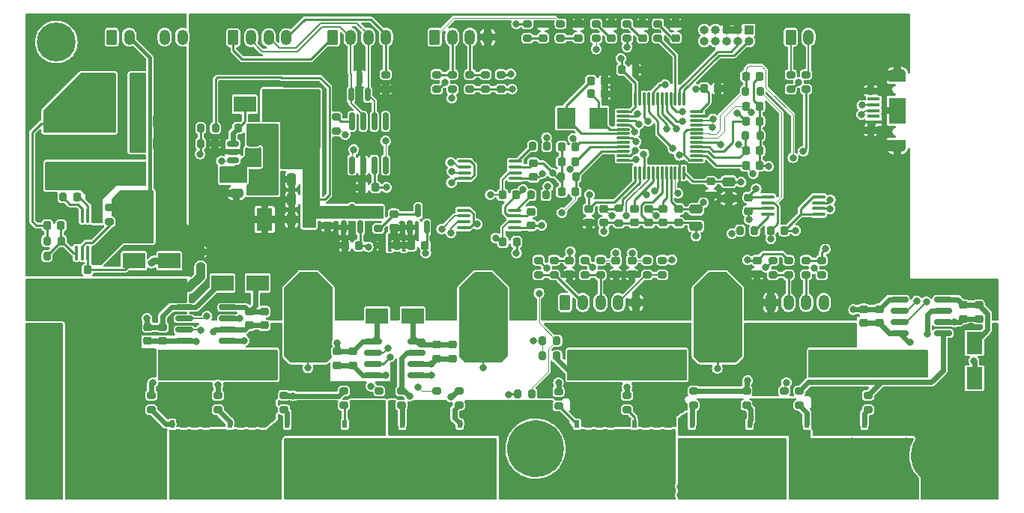
<source format=gbr>
%TF.GenerationSoftware,KiCad,Pcbnew,(6.0.9)*%
%TF.CreationDate,2022-12-08T19:58:10+01:00*%
%TF.ProjectId,battery-case-controller,62617474-6572-4792-9d63-6173652d636f,1*%
%TF.SameCoordinates,Original*%
%TF.FileFunction,Copper,L1,Top*%
%TF.FilePolarity,Positive*%
%FSLAX46Y46*%
G04 Gerber Fmt 4.6, Leading zero omitted, Abs format (unit mm)*
G04 Created by KiCad (PCBNEW (6.0.9)) date 2022-12-08 19:58:10*
%MOMM*%
%LPD*%
G01*
G04 APERTURE LIST*
G04 Aperture macros list*
%AMRoundRect*
0 Rectangle with rounded corners*
0 $1 Rounding radius*
0 $2 $3 $4 $5 $6 $7 $8 $9 X,Y pos of 4 corners*
0 Add a 4 corners polygon primitive as box body*
4,1,4,$2,$3,$4,$5,$6,$7,$8,$9,$2,$3,0*
0 Add four circle primitives for the rounded corners*
1,1,$1+$1,$2,$3*
1,1,$1+$1,$4,$5*
1,1,$1+$1,$6,$7*
1,1,$1+$1,$8,$9*
0 Add four rect primitives between the rounded corners*
20,1,$1+$1,$2,$3,$4,$5,0*
20,1,$1+$1,$4,$5,$6,$7,0*
20,1,$1+$1,$6,$7,$8,$9,0*
20,1,$1+$1,$8,$9,$2,$3,0*%
G04 Aperture macros list end*
%TA.AperFunction,SMDPad,CuDef*%
%ADD10RoundRect,0.225000X-0.225000X-0.250000X0.225000X-0.250000X0.225000X0.250000X-0.225000X0.250000X0*%
%TD*%
%TA.AperFunction,SMDPad,CuDef*%
%ADD11RoundRect,0.200000X0.275000X-0.200000X0.275000X0.200000X-0.275000X0.200000X-0.275000X-0.200000X0*%
%TD*%
%TA.AperFunction,SMDPad,CuDef*%
%ADD12RoundRect,0.225000X0.225000X0.250000X-0.225000X0.250000X-0.225000X-0.250000X0.225000X-0.250000X0*%
%TD*%
%TA.AperFunction,SMDPad,CuDef*%
%ADD13RoundRect,0.200000X-0.275000X0.200000X-0.275000X-0.200000X0.275000X-0.200000X0.275000X0.200000X0*%
%TD*%
%TA.AperFunction,SMDPad,CuDef*%
%ADD14RoundRect,0.225000X-0.250000X0.225000X-0.250000X-0.225000X0.250000X-0.225000X0.250000X0.225000X0*%
%TD*%
%TA.AperFunction,SMDPad,CuDef*%
%ADD15RoundRect,0.250000X-0.475000X0.250000X-0.475000X-0.250000X0.475000X-0.250000X0.475000X0.250000X0*%
%TD*%
%TA.AperFunction,SMDPad,CuDef*%
%ADD16R,2.000000X2.400000*%
%TD*%
%TA.AperFunction,SMDPad,CuDef*%
%ADD17RoundRect,0.200000X-0.200000X-0.275000X0.200000X-0.275000X0.200000X0.275000X-0.200000X0.275000X0*%
%TD*%
%TA.AperFunction,SMDPad,CuDef*%
%ADD18RoundRect,0.150000X0.150000X-0.587500X0.150000X0.587500X-0.150000X0.587500X-0.150000X-0.587500X0*%
%TD*%
%TA.AperFunction,ComponentPad*%
%ADD19C,0.700000*%
%TD*%
%TA.AperFunction,ComponentPad*%
%ADD20C,4.400000*%
%TD*%
%TA.AperFunction,SMDPad,CuDef*%
%ADD21RoundRect,0.100000X0.637500X0.100000X-0.637500X0.100000X-0.637500X-0.100000X0.637500X-0.100000X0*%
%TD*%
%TA.AperFunction,SMDPad,CuDef*%
%ADD22R,0.500000X0.850000*%
%TD*%
%TA.AperFunction,SMDPad,CuDef*%
%ADD23R,4.410000X4.550000*%
%TD*%
%TA.AperFunction,SMDPad,CuDef*%
%ADD24RoundRect,0.250000X-0.250000X-0.475000X0.250000X-0.475000X0.250000X0.475000X-0.250000X0.475000X0*%
%TD*%
%TA.AperFunction,SMDPad,CuDef*%
%ADD25RoundRect,0.250000X-2.450000X0.650000X-2.450000X-0.650000X2.450000X-0.650000X2.450000X0.650000X0*%
%TD*%
%TA.AperFunction,SMDPad,CuDef*%
%ADD26RoundRect,0.250000X-1.425000X0.362500X-1.425000X-0.362500X1.425000X-0.362500X1.425000X0.362500X0*%
%TD*%
%TA.AperFunction,SMDPad,CuDef*%
%ADD27RoundRect,0.250000X-0.650000X-2.450000X0.650000X-2.450000X0.650000X2.450000X-0.650000X2.450000X0*%
%TD*%
%TA.AperFunction,SMDPad,CuDef*%
%ADD28RoundRect,0.150000X-0.825000X-0.150000X0.825000X-0.150000X0.825000X0.150000X-0.825000X0.150000X0*%
%TD*%
%TA.AperFunction,ComponentPad*%
%ADD29RoundRect,0.250000X-0.350000X-0.625000X0.350000X-0.625000X0.350000X0.625000X-0.350000X0.625000X0*%
%TD*%
%TA.AperFunction,ComponentPad*%
%ADD30O,1.200000X1.750000*%
%TD*%
%TA.AperFunction,SMDPad,CuDef*%
%ADD31R,1.200000X3.700000*%
%TD*%
%TA.AperFunction,ComponentPad*%
%ADD32C,0.800000*%
%TD*%
%TA.AperFunction,ComponentPad*%
%ADD33C,6.400000*%
%TD*%
%TA.AperFunction,SMDPad,CuDef*%
%ADD34RoundRect,0.250000X0.250000X0.475000X-0.250000X0.475000X-0.250000X-0.475000X0.250000X-0.475000X0*%
%TD*%
%TA.AperFunction,SMDPad,CuDef*%
%ADD35RoundRect,0.225000X0.250000X-0.225000X0.250000X0.225000X-0.250000X0.225000X-0.250000X-0.225000X0*%
%TD*%
%TA.AperFunction,SMDPad,CuDef*%
%ADD36R,2.500000X1.800000*%
%TD*%
%TA.AperFunction,SMDPad,CuDef*%
%ADD37RoundRect,0.218750X-0.256250X0.218750X-0.256250X-0.218750X0.256250X-0.218750X0.256250X0.218750X0*%
%TD*%
%TA.AperFunction,SMDPad,CuDef*%
%ADD38R,1.800000X2.500000*%
%TD*%
%TA.AperFunction,SMDPad,CuDef*%
%ADD39RoundRect,0.100000X-0.637500X-0.100000X0.637500X-0.100000X0.637500X0.100000X-0.637500X0.100000X0*%
%TD*%
%TA.AperFunction,SMDPad,CuDef*%
%ADD40RoundRect,0.200000X0.200000X0.275000X-0.200000X0.275000X-0.200000X-0.275000X0.200000X-0.275000X0*%
%TD*%
%TA.AperFunction,SMDPad,CuDef*%
%ADD41R,7.500000X1.800000*%
%TD*%
%TA.AperFunction,SMDPad,CuDef*%
%ADD42R,1.350000X0.400000*%
%TD*%
%TA.AperFunction,ComponentPad*%
%ADD43O,1.250000X1.050000*%
%TD*%
%TA.AperFunction,SMDPad,CuDef*%
%ADD44R,1.900000X0.875000*%
%TD*%
%TA.AperFunction,ComponentPad*%
%ADD45O,1.900000X1.000000*%
%TD*%
%TA.AperFunction,SMDPad,CuDef*%
%ADD46R,1.900000X2.900000*%
%TD*%
%TA.AperFunction,SMDPad,CuDef*%
%ADD47RoundRect,0.150000X-0.512500X-0.150000X0.512500X-0.150000X0.512500X0.150000X-0.512500X0.150000X0*%
%TD*%
%TA.AperFunction,SMDPad,CuDef*%
%ADD48RoundRect,0.150000X0.150000X-0.825000X0.150000X0.825000X-0.150000X0.825000X-0.150000X-0.825000X0*%
%TD*%
%TA.AperFunction,ComponentPad*%
%ADD49R,1.000000X1.000000*%
%TD*%
%TA.AperFunction,ComponentPad*%
%ADD50O,1.000000X1.000000*%
%TD*%
%TA.AperFunction,SMDPad,CuDef*%
%ADD51RoundRect,0.100000X-0.100000X0.712500X-0.100000X-0.712500X0.100000X-0.712500X0.100000X0.712500X0*%
%TD*%
%TA.AperFunction,SMDPad,CuDef*%
%ADD52RoundRect,0.250000X0.362500X1.425000X-0.362500X1.425000X-0.362500X-1.425000X0.362500X-1.425000X0*%
%TD*%
%TA.AperFunction,SMDPad,CuDef*%
%ADD53RoundRect,0.075000X-0.662500X-0.075000X0.662500X-0.075000X0.662500X0.075000X-0.662500X0.075000X0*%
%TD*%
%TA.AperFunction,SMDPad,CuDef*%
%ADD54RoundRect,0.075000X-0.075000X-0.662500X0.075000X-0.662500X0.075000X0.662500X-0.075000X0.662500X0*%
%TD*%
%TA.AperFunction,ViaPad*%
%ADD55C,0.800000*%
%TD*%
%TA.AperFunction,Conductor*%
%ADD56C,0.600000*%
%TD*%
%TA.AperFunction,Conductor*%
%ADD57C,0.100000*%
%TD*%
%TA.AperFunction,Conductor*%
%ADD58C,0.250000*%
%TD*%
%TA.AperFunction,Conductor*%
%ADD59C,0.800000*%
%TD*%
%TA.AperFunction,Conductor*%
%ADD60C,1.000000*%
%TD*%
%TA.AperFunction,Conductor*%
%ADD61C,0.400000*%
%TD*%
%TA.AperFunction,Conductor*%
%ADD62C,0.200000*%
%TD*%
G04 APERTURE END LIST*
D10*
%TO.P,C65,1*%
%TO.N,/mcu/AIN_VC*%
X181425000Y-90500000D03*
%TO.P,C65,2*%
%TO.N,GNDA*%
X182975000Y-90500000D03*
%TD*%
D11*
%TO.P,R35,1*%
%TO.N,Net-(Q31-Pad4)*%
X142500000Y-119325000D03*
%TO.P,R35,2*%
%TO.N,Net-(R35-Pad2)*%
X142500000Y-117675000D03*
%TD*%
D10*
%TO.P,C82,1*%
%TO.N,/Interface/TEMP_MOT*%
X181425000Y-85500000D03*
%TO.P,C82,2*%
%TO.N,GNDA*%
X182975000Y-85500000D03*
%TD*%
D12*
%TO.P,C72,1*%
%TO.N,Net-(C72-Pad1)*%
X125575000Y-88000000D03*
%TO.P,C72,2*%
%TO.N,Net-(C72-Pad2)*%
X124025000Y-88000000D03*
%TD*%
D10*
%TO.P,C96,1*%
%TO.N,+3V3*%
X167425000Y-81360000D03*
%TO.P,C96,2*%
%TO.N,GNDD*%
X168975000Y-81360000D03*
%TD*%
D11*
%TO.P,R48,1*%
%TO.N,Net-(C47-Pad2)*%
X140000000Y-119325000D03*
%TO.P,R48,2*%
%TO.N,/mcu/AIN_VA*%
X140000000Y-117675000D03*
%TD*%
D13*
%TO.P,R89,1*%
%TO.N,Net-(D43-Pad2)*%
X171500000Y-76175000D03*
%TO.P,R89,2*%
%TO.N,Net-(R89-Pad2)*%
X171500000Y-77825000D03*
%TD*%
D14*
%TO.P,C89,1*%
%TO.N,/Interface/VREF*%
X172100000Y-97125000D03*
%TO.P,C89,2*%
%TO.N,GNDA*%
X172100000Y-98675000D03*
%TD*%
D15*
%TO.P,C94,1*%
%TO.N,+3.3VADC*%
X175800000Y-97160000D03*
%TO.P,C94,2*%
%TO.N,GNDA*%
X175800000Y-99060000D03*
%TD*%
D16*
%TO.P,X31,1,1*%
%TO.N,Net-(C92-Pad1)*%
X161100000Y-86860000D03*
%TO.P,X31,2,2*%
%TO.N,Net-(C91-Pad1)*%
X164800000Y-86860000D03*
%TD*%
D11*
%TO.P,R44,1*%
%TO.N,Net-(Q36-Pad4)*%
X136000000Y-119325000D03*
%TO.P,R44,2*%
%TO.N,Net-(R43-Pad2)*%
X136000000Y-117675000D03*
%TD*%
D17*
%TO.P,R63,1*%
%TO.N,GNDD*%
X102575000Y-95800000D03*
%TO.P,R63,2*%
%TO.N,Net-(R63-Pad2)*%
X104225000Y-95800000D03*
%TD*%
D18*
%TO.P,D40,1,A1*%
%TO.N,/Interface/CAN+*%
X136800000Y-84187500D03*
%TO.P,D40,2,A2*%
%TO.N,/Interface/CAN-*%
X138700000Y-84187500D03*
%TO.P,D40,3,common*%
%TO.N,GNDD*%
X137750000Y-82312500D03*
%TD*%
D12*
%TO.P,C54,1*%
%TO.N,/mcu/AIN_VA*%
X162175000Y-95200000D03*
%TO.P,C54,2*%
%TO.N,GNDA*%
X160625000Y-95200000D03*
%TD*%
D11*
%TO.P,R84,1*%
%TO.N,/Interface/TORQ_CRK*%
X150250000Y-83575000D03*
%TO.P,R84,2*%
%TO.N,/Interface/TORQ_CRK_IN*%
X150250000Y-81925000D03*
%TD*%
D14*
%TO.P,C86,1*%
%TO.N,/Interface/HALL_B*%
X166750000Y-102975000D03*
%TO.P,C86,2*%
%TO.N,GNDD*%
X166750000Y-104525000D03*
%TD*%
%TO.P,C59,1*%
%TO.N,Net-(C58-Pad1)*%
X206000000Y-107975000D03*
%TO.P,C59,2*%
%TO.N,Net-(C58-Pad2)*%
X206000000Y-109525000D03*
%TD*%
D19*
%TO.P,J39,1,Pin_1*%
%TO.N,GNDPWR*%
X104166726Y-108666726D03*
X103000000Y-105850000D03*
X104650000Y-107500000D03*
X103000000Y-109150000D03*
X101833274Y-108666726D03*
X101833274Y-106333274D03*
D20*
X103000000Y-107500000D03*
D19*
X101350000Y-107500000D03*
X104166726Y-106333274D03*
%TD*%
D12*
%TO.P,C81,1*%
%TO.N,+3V3*%
X139575000Y-94700000D03*
%TO.P,C81,2*%
%TO.N,GNDD*%
X138025000Y-94700000D03*
%TD*%
D21*
%TO.P,U37,1,GND*%
%TO.N,GNDA*%
X189662500Y-97715000D03*
%TO.P,U37,2,+*%
%TO.N,/phase_c/Phase*%
X189662500Y-97065000D03*
%TO.P,U37,3,-*%
%TO.N,Net-(C58-Pad2)*%
X189662500Y-96415000D03*
%TO.P,U37,4,GND*%
%TO.N,GNDA*%
X189662500Y-95765000D03*
%TO.P,U37,5,V+*%
%TO.N,+3.3VADC*%
X183937500Y-95765000D03*
%TO.P,U37,6,REF2*%
%TO.N,/Interface/VREF*%
X183937500Y-96415000D03*
%TO.P,U37,7,REF1*%
%TO.N,GNDA*%
X183937500Y-97065000D03*
%TO.P,U37,8*%
%TO.N,Net-(U37-Pad8)*%
X183937500Y-97715000D03*
%TD*%
D22*
%TO.P,Q40,1,S*%
%TO.N,Net-(C58-Pad2)*%
X185655000Y-121450000D03*
%TO.P,Q40,2,S*%
X184385000Y-121450000D03*
%TO.P,Q40,3,S*%
X183115000Y-121450000D03*
%TO.P,Q40,4,G*%
%TO.N,Net-(Q40-Pad4)*%
X181845000Y-121450000D03*
D23*
%TO.P,Q40,5,D*%
%TO.N,+BATT*%
X183750000Y-125400000D03*
%TD*%
D22*
%TO.P,Q41,1,S*%
%TO.N,GNDPWR*%
X192155000Y-121450000D03*
%TO.P,Q41,2,S*%
X190885000Y-121450000D03*
%TO.P,Q41,3,S*%
X189615000Y-121450000D03*
%TO.P,Q41,4,G*%
%TO.N,Net-(Q41-Pad4)*%
X188345000Y-121450000D03*
D23*
%TO.P,Q41,5,D*%
%TO.N,Net-(C58-Pad2)*%
X190250000Y-125400000D03*
%TD*%
D18*
%TO.P,U40,1,GND*%
%TO.N,GNDD*%
X135950000Y-99187500D03*
%TO.P,U40,2,VO*%
%TO.N,+3V3*%
X137850000Y-99187500D03*
%TO.P,U40,3,VI*%
%TO.N,+5V*%
X136900000Y-97312500D03*
%TD*%
D10*
%TO.P,C52,1*%
%TO.N,/Interface/VREF*%
X153925000Y-95550000D03*
%TO.P,C52,2*%
%TO.N,GNDA*%
X155475000Y-95550000D03*
%TD*%
D22*
%TO.P,Q35,1,S*%
%TO.N,Net-(C47-Pad2)*%
X133405000Y-121450000D03*
%TO.P,Q35,2,S*%
X132135000Y-121450000D03*
%TO.P,Q35,3,S*%
X130865000Y-121450000D03*
%TO.P,Q35,4,G*%
%TO.N,Net-(Q35-Pad4)*%
X129595000Y-121450000D03*
D23*
%TO.P,Q35,5,D*%
%TO.N,+BATT*%
X131500000Y-125400000D03*
%TD*%
D13*
%TO.P,R71,1*%
%TO.N,+3V3*%
X184500000Y-102925000D03*
%TO.P,R71,2*%
%TO.N,/Interface/PULSE_MOT_IN*%
X184500000Y-104575000D03*
%TD*%
D24*
%TO.P,C69,1*%
%TO.N,+12V*%
X113050000Y-89750000D03*
%TO.P,C69,2*%
%TO.N,GNDD*%
X114950000Y-89750000D03*
%TD*%
D10*
%TO.P,C74,1*%
%TO.N,GNDA*%
X143625000Y-101250000D03*
%TO.P,C74,2*%
%TO.N,+3.3VADC*%
X145175000Y-101250000D03*
%TD*%
%TO.P,C97,1*%
%TO.N,+3V3*%
X176725000Y-83500000D03*
%TO.P,C97,2*%
%TO.N,GNDD*%
X178275000Y-83500000D03*
%TD*%
D11*
%TO.P,R39,1*%
%TO.N,Net-(Q34-Pad4)*%
X160250000Y-119400000D03*
%TO.P,R39,2*%
%TO.N,Net-(R38-Pad2)*%
X160250000Y-117750000D03*
%TD*%
D13*
%TO.P,R76,1*%
%TO.N,/Interface/PULSE_MOT*%
X186250000Y-102925000D03*
%TO.P,R76,2*%
%TO.N,/Interface/PULSE_MOT_IN*%
X186250000Y-104575000D03*
%TD*%
D25*
%TO.P,C44,1*%
%TO.N,+BATT*%
X118000000Y-114200000D03*
%TO.P,C44,2*%
%TO.N,GNDPWR*%
X118000000Y-119300000D03*
%TD*%
D26*
%TO.P,R53,1*%
%TO.N,/phase_c/Phase*%
X178250000Y-113537500D03*
%TO.P,R53,2*%
%TO.N,Net-(C58-Pad2)*%
X178250000Y-119462500D03*
%TD*%
D11*
%TO.P,R46,1*%
%TO.N,Net-(Q37-Pad4)*%
X114250000Y-119825000D03*
%TO.P,R46,2*%
%TO.N,Net-(R46-Pad2)*%
X114250000Y-118175000D03*
%TD*%
D13*
%TO.P,R87,1*%
%TO.N,Net-(D41-Pad2)*%
X164500000Y-76175000D03*
%TO.P,R87,2*%
%TO.N,Net-(R87-Pad2)*%
X164500000Y-77825000D03*
%TD*%
D26*
%TO.P,R37,1*%
%TO.N,/phase_b/Phase*%
X151750000Y-113500000D03*
%TO.P,R37,2*%
%TO.N,Net-(C36-Pad2)*%
X151750000Y-119425000D03*
%TD*%
D14*
%TO.P,C98,1*%
%TO.N,+3V3*%
X177500000Y-94025000D03*
%TO.P,C98,2*%
%TO.N,GNDD*%
X177500000Y-95575000D03*
%TD*%
D10*
%TO.P,C63,1*%
%TO.N,/Interface/VREF*%
X184225000Y-99540000D03*
%TO.P,C63,2*%
%TO.N,GNDA*%
X185775000Y-99540000D03*
%TD*%
D13*
%TO.P,R70,1*%
%TO.N,+3V3*%
X172000000Y-102925000D03*
%TO.P,R70,2*%
%TO.N,/Interface/HALL_C_IN*%
X172000000Y-104575000D03*
%TD*%
%TO.P,R88,1*%
%TO.N,Net-(D42-Pad2)*%
X168000000Y-76175000D03*
%TO.P,R88,2*%
%TO.N,Net-(R88-Pad2)*%
X168000000Y-77825000D03*
%TD*%
D10*
%TO.P,C79,1*%
%TO.N,GNDD*%
X136125000Y-101250000D03*
%TO.P,C79,2*%
%TO.N,+3V3*%
X137675000Y-101250000D03*
%TD*%
D14*
%TO.P,C85,1*%
%TO.N,/Interface/HALL_A*%
X161500000Y-102975000D03*
%TO.P,C85,2*%
%TO.N,GNDD*%
X161500000Y-104525000D03*
%TD*%
D13*
%TO.P,R74,1*%
%TO.N,/Interface/HALL_B*%
X165000000Y-102925000D03*
%TO.P,R74,2*%
%TO.N,/Interface/HALL_B_IN*%
X165000000Y-104575000D03*
%TD*%
D27*
%TO.P,C35,1*%
%TO.N,+BATT*%
X101700000Y-125500000D03*
%TO.P,C35,2*%
%TO.N,GNDPWR*%
X106800000Y-125500000D03*
%TD*%
D28*
%TO.P,U34,1,VDD*%
%TO.N,+12V*%
X117950000Y-108250000D03*
%TO.P,U34,2,HI*%
%TO.N,/mcu/PWM_A*%
X117950000Y-109520000D03*
%TO.P,U34,3,LI*%
%TO.N,/mcu/PWM_AN*%
X117950000Y-110790000D03*
%TO.P,U34,4,VSS*%
%TO.N,GNDPWR*%
X117950000Y-112060000D03*
%TO.P,U34,5,LO*%
%TO.N,Net-(R46-Pad2)*%
X122900000Y-112060000D03*
%TO.P,U34,6,HS*%
%TO.N,Net-(C47-Pad2)*%
X122900000Y-110790000D03*
%TO.P,U34,7,HO*%
%TO.N,Net-(R43-Pad2)*%
X122900000Y-109520000D03*
%TO.P,U34,8,HB*%
%TO.N,Net-(C47-Pad1)*%
X122900000Y-108250000D03*
%TD*%
D25*
%TO.P,C45,1*%
%TO.N,+BATT*%
X125500000Y-114200000D03*
%TO.P,C45,2*%
%TO.N,GNDPWR*%
X125500000Y-119300000D03*
%TD*%
D29*
%TO.P,J36,1,Pin_1*%
%TO.N,GNDD*%
X184250000Y-107700000D03*
D30*
%TO.P,J36,2,Pin_2*%
%TO.N,/Interface/PULSE_MOT_IN*%
X186250000Y-107700000D03*
%TO.P,J36,3,Pin_3*%
%TO.N,/Interface/TEMP_MOT_IN*%
X188250000Y-107700000D03*
%TO.P,J36,4,Pin_4*%
%TO.N,GNDA*%
X190250000Y-107700000D03*
%TD*%
D29*
%TO.P,J32,1,Pin_1*%
%TO.N,+BATT*%
X109750000Y-77700000D03*
D30*
%TO.P,J32,2,Pin_2*%
%TO.N,/power_supply/DCDC_VIN*%
X111750000Y-77700000D03*
%TO.P,J32,3,Pin_3*%
%TO.N,GNDD*%
X113750000Y-77700000D03*
%TO.P,J32,4,Pin_4*%
%TO.N,/mcu/DISP_TX*%
X115750000Y-77700000D03*
%TO.P,J32,5,Pin_5*%
%TO.N,/mcu/DISP_RX*%
X117750000Y-77700000D03*
%TD*%
D14*
%TO.P,C39,1*%
%TO.N,+12V*%
X137000000Y-113225000D03*
%TO.P,C39,2*%
%TO.N,GNDPWR*%
X137000000Y-114775000D03*
%TD*%
D31*
%TO.P,L32,1,1*%
%TO.N,Net-(C72-Pad1)*%
X127925849Y-90172304D03*
%TO.P,L32,2,2*%
%TO.N,+5V*%
X130725849Y-90172304D03*
%TD*%
D17*
%TO.P,R33,1*%
%TO.N,/mcu/AIN_VDC*%
X158425000Y-112000000D03*
%TO.P,R33,2*%
%TO.N,GNDA*%
X160075000Y-112000000D03*
%TD*%
D32*
%TO.P,M33,1,1*%
%TO.N,GNDPWR*%
X204997056Y-126697056D03*
X203300000Y-122600000D03*
X204997056Y-123302944D03*
X200900000Y-125000000D03*
X201602944Y-123302944D03*
D33*
X203300000Y-125000000D03*
D32*
X203300000Y-127400000D03*
X201602944Y-126697056D03*
X205700000Y-125000000D03*
%TD*%
D14*
%TO.P,C62,1*%
%TO.N,+3.3VADC*%
X181750000Y-95825000D03*
%TO.P,C62,2*%
%TO.N,GNDA*%
X181750000Y-97375000D03*
%TD*%
D34*
%TO.P,C75,1*%
%TO.N,+5V*%
X132000000Y-93800000D03*
%TO.P,C75,2*%
%TO.N,GNDD*%
X130100000Y-93800000D03*
%TD*%
D14*
%TO.P,C36,1*%
%TO.N,Net-(C36-Pad1)*%
X148250000Y-112475000D03*
%TO.P,C36,2*%
%TO.N,Net-(C36-Pad2)*%
X148250000Y-114025000D03*
%TD*%
D35*
%TO.P,C78,1*%
%TO.N,GNDD*%
X134150000Y-99025000D03*
%TO.P,C78,2*%
%TO.N,+5V*%
X134150000Y-97475000D03*
%TD*%
D28*
%TO.P,U36,1,VDD*%
%TO.N,+12V*%
X198775000Y-107345000D03*
%TO.P,U36,2,HI*%
%TO.N,/mcu/PWM_C*%
X198775000Y-108615000D03*
%TO.P,U36,3,LI*%
%TO.N,/mcu/PWM_CN*%
X198775000Y-109885000D03*
%TO.P,U36,4,VSS*%
%TO.N,GNDPWR*%
X198775000Y-111155000D03*
%TO.P,U36,5,LO*%
%TO.N,Net-(R54-Pad2)*%
X203725000Y-111155000D03*
%TO.P,U36,6,HS*%
%TO.N,Net-(C58-Pad2)*%
X203725000Y-109885000D03*
%TO.P,U36,7,HO*%
%TO.N,Net-(R51-Pad2)*%
X203725000Y-108615000D03*
%TO.P,U36,8,HB*%
%TO.N,Net-(C58-Pad1)*%
X203725000Y-107345000D03*
%TD*%
D36*
%TO.P,D35,1,K*%
%TO.N,Net-(C66-Pad1)*%
X112250000Y-92750000D03*
%TO.P,D35,2,A*%
%TO.N,GNDD*%
X116250000Y-92750000D03*
%TD*%
D10*
%TO.P,C67,1*%
%TO.N,Net-(C67-Pad1)*%
X102475000Y-98975000D03*
%TO.P,C67,2*%
%TO.N,Net-(C67-Pad2)*%
X104025000Y-98975000D03*
%TD*%
D37*
%TO.P,D36,1,K*%
%TO.N,GNDD*%
X162500000Y-76212500D03*
%TO.P,D36,2,A*%
%TO.N,Net-(D36-Pad2)*%
X162500000Y-77787500D03*
%TD*%
D36*
%TO.P,D37,1,K*%
%TO.N,Net-(C72-Pad2)*%
X124800000Y-85300000D03*
%TO.P,D37,2,A*%
%TO.N,+5V*%
X128800000Y-85300000D03*
%TD*%
D38*
%TO.P,D33,1,K*%
%TO.N,Net-(C58-Pad1)*%
X207250000Y-112250000D03*
%TO.P,D33,2,A*%
%TO.N,+12V*%
X207250000Y-116250000D03*
%TD*%
D11*
%TO.P,R56,1*%
%TO.N,Net-(C58-Pad2)*%
X185750000Y-119325000D03*
%TO.P,R56,2*%
%TO.N,/mcu/AIN_VC*%
X185750000Y-117675000D03*
%TD*%
D25*
%TO.P,C56,1*%
%TO.N,+BATT*%
X199000000Y-114200000D03*
%TO.P,C56,2*%
%TO.N,GNDPWR*%
X199000000Y-119300000D03*
%TD*%
D27*
%TO.P,C71,1*%
%TO.N,/power_supply/DCDC_VIN*%
X111700000Y-98000000D03*
%TO.P,C71,2*%
%TO.N,GNDD*%
X116800000Y-98000000D03*
%TD*%
D15*
%TO.P,C95,2*%
%TO.N,GNDD*%
X179500000Y-95950000D03*
%TO.P,C95,1*%
%TO.N,+3V3*%
X179500000Y-94050000D03*
%TD*%
D22*
%TO.P,Q31,1,S*%
%TO.N,Net-(C36-Pad2)*%
X146405000Y-121450000D03*
%TO.P,Q31,2,S*%
X145135000Y-121450000D03*
%TO.P,Q31,3,S*%
X143865000Y-121450000D03*
%TO.P,Q31,4,G*%
%TO.N,Net-(Q31-Pad4)*%
X142595000Y-121450000D03*
D23*
%TO.P,Q31,5,D*%
%TO.N,+BATT*%
X144500000Y-125400000D03*
%TD*%
D11*
%TO.P,R79,1*%
%TO.N,GNDD*%
X140750000Y-83575000D03*
%TO.P,R79,2*%
%TO.N,/Interface/CAN_GND*%
X140750000Y-81925000D03*
%TD*%
D22*
%TO.P,Q38,1,S*%
%TO.N,GNDPWR*%
X126905000Y-121450000D03*
%TO.P,Q38,2,S*%
X125635000Y-121450000D03*
%TO.P,Q38,3,S*%
X124365000Y-121450000D03*
%TO.P,Q38,4,G*%
%TO.N,Net-(Q38-Pad4)*%
X123095000Y-121450000D03*
D23*
%TO.P,Q38,5,D*%
%TO.N,Net-(C47-Pad2)*%
X125000000Y-125400000D03*
%TD*%
D11*
%TO.P,R38,1*%
%TO.N,Net-(Q33-Pad4)*%
X168000000Y-119825000D03*
%TO.P,R38,2*%
%TO.N,Net-(R38-Pad2)*%
X168000000Y-118175000D03*
%TD*%
D29*
%TO.P,J41,1,Pin_1*%
%TO.N,Net-(J40-Pad1)*%
X134750000Y-77700000D03*
D30*
%TO.P,J41,2,Pin_2*%
%TO.N,/Interface/CAN+*%
X136750000Y-77700000D03*
%TO.P,J41,3,Pin_3*%
%TO.N,/Interface/CAN-*%
X138750000Y-77700000D03*
%TO.P,J41,4,Pin_4*%
%TO.N,/Interface/CAN_GND*%
X140750000Y-77700000D03*
%TD*%
D29*
%TO.P,U31,1,Pin_1*%
%TO.N,/Interface/ENABLE+*%
X186500000Y-77700000D03*
D30*
%TO.P,U31,2,Pin_2*%
%TO.N,/Interface/ENABLE-*%
X188500000Y-77700000D03*
%TD*%
D37*
%TO.P,D39,1,K*%
%TO.N,GNDD*%
X158500000Y-76212500D03*
%TO.P,D39,2,A*%
%TO.N,Net-(D39-Pad2)*%
X158500000Y-77787500D03*
%TD*%
D17*
%TO.P,R65,1*%
%TO.N,Net-(R65-Pad1)*%
X119822304Y-87972304D03*
%TO.P,R65,2*%
%TO.N,+5V*%
X121472304Y-87972304D03*
%TD*%
D15*
%TO.P,C80,1*%
%TO.N,+12V*%
X123850000Y-93450000D03*
%TO.P,C80,2*%
%TO.N,GNDD*%
X123850000Y-95350000D03*
%TD*%
D11*
%TO.P,R36,1*%
%TO.N,Net-(Q32-Pad4)*%
X149000000Y-119325000D03*
%TO.P,R36,2*%
%TO.N,Net-(R35-Pad2)*%
X149000000Y-117675000D03*
%TD*%
D14*
%TO.P,C47,1*%
%TO.N,Net-(C47-Pad1)*%
X127000000Y-108725000D03*
%TO.P,C47,2*%
%TO.N,Net-(C47-Pad2)*%
X127000000Y-110275000D03*
%TD*%
%TO.P,C58,1*%
%TO.N,Net-(C58-Pad1)*%
X207750000Y-107975000D03*
%TO.P,C58,2*%
%TO.N,Net-(C58-Pad2)*%
X207750000Y-109525000D03*
%TD*%
D39*
%TO.P,U35,1,GND*%
%TO.N,GNDA*%
X149637500Y-91725000D03*
%TO.P,U35,2,+*%
%TO.N,/phase_a/Phase*%
X149637500Y-92375000D03*
%TO.P,U35,3,-*%
%TO.N,Net-(C47-Pad2)*%
X149637500Y-93025000D03*
%TO.P,U35,4,GND*%
%TO.N,GNDA*%
X149637500Y-93675000D03*
%TO.P,U35,5,V+*%
%TO.N,+3.3VADC*%
X155362500Y-93675000D03*
%TO.P,U35,6,REF2*%
%TO.N,/Interface/VREF*%
X155362500Y-93025000D03*
%TO.P,U35,7,REF1*%
%TO.N,GNDA*%
X155362500Y-92375000D03*
%TO.P,U35,8*%
%TO.N,Net-(U35-Pad8)*%
X155362500Y-91725000D03*
%TD*%
D29*
%TO.P,J34,1,Pin_1*%
%TO.N,+5V*%
X161000000Y-107700000D03*
D30*
%TO.P,J34,2,Pin_2*%
%TO.N,/Interface/HALL_A_IN*%
X163000000Y-107700000D03*
%TO.P,J34,3,Pin_3*%
%TO.N,/Interface/HALL_B_IN*%
X165000000Y-107700000D03*
%TO.P,J34,4,Pin_4*%
%TO.N,/Interface/HALL_C_IN*%
X167000000Y-107700000D03*
%TO.P,J34,5,Pin_5*%
%TO.N,GNDD*%
X169000000Y-107700000D03*
%TD*%
D14*
%TO.P,C64,1*%
%TO.N,/mcu/AIN_IC*%
X168800000Y-97125000D03*
%TO.P,C64,2*%
%TO.N,GNDA*%
X168800000Y-98675000D03*
%TD*%
D40*
%TO.P,FB33,1*%
%TO.N,GNDA*%
X141975000Y-101250000D03*
%TO.P,FB33,2*%
%TO.N,GNDD*%
X140325000Y-101250000D03*
%TD*%
D17*
%TO.P,R49,1*%
%TO.N,Net-(U35-Pad8)*%
X157305000Y-90035000D03*
%TO.P,R49,2*%
%TO.N,/mcu/AIN_IA*%
X158955000Y-90035000D03*
%TD*%
D37*
%TO.P,D43,1,K*%
%TO.N,GNDD*%
X173500000Y-76212500D03*
%TO.P,D43,2,A*%
%TO.N,Net-(D43-Pad2)*%
X173500000Y-77787500D03*
%TD*%
D14*
%TO.P,C50,1*%
%TO.N,+12V*%
X113850000Y-110475000D03*
%TO.P,C50,2*%
%TO.N,GNDPWR*%
X113850000Y-112025000D03*
%TD*%
D22*
%TO.P,Q33,1,S*%
%TO.N,GNDPWR*%
X172655000Y-121450000D03*
%TO.P,Q33,2,S*%
X171385000Y-121450000D03*
%TO.P,Q33,3,S*%
X170115000Y-121450000D03*
%TO.P,Q33,4,G*%
%TO.N,Net-(Q33-Pad4)*%
X168845000Y-121450000D03*
D23*
%TO.P,Q33,5,D*%
%TO.N,Net-(C36-Pad2)*%
X170750000Y-125400000D03*
%TD*%
D11*
%TO.P,R80,1*%
%TO.N,+3V3*%
X146500000Y-83575000D03*
%TO.P,R80,2*%
%TO.N,/Interface/PULSE_CRK_IN*%
X146500000Y-81925000D03*
%TD*%
D13*
%TO.P,R61,1*%
%TO.N,+12V*%
X160500000Y-76175000D03*
%TO.P,R61,2*%
%TO.N,Net-(D36-Pad2)*%
X160500000Y-77825000D03*
%TD*%
D40*
%TO.P,R31,1*%
%TO.N,/Interface/VREF*%
X183025000Y-83800000D03*
%TO.P,R31,2*%
%TO.N,/mcu/AIN_TEMP*%
X181375000Y-83800000D03*
%TD*%
D17*
%TO.P,R58,1*%
%TO.N,/mcu/AIN_VC*%
X181375000Y-88800000D03*
%TO.P,R58,2*%
%TO.N,GNDA*%
X183025000Y-88800000D03*
%TD*%
D41*
%TO.P,L31,1,1*%
%TO.N,Net-(C66-Pad1)*%
X106250000Y-93050000D03*
%TO.P,L31,2,2*%
%TO.N,Net-(C67-Pad1)*%
X106250000Y-87450000D03*
%TD*%
D10*
%TO.P,C91,1*%
%TO.N,Net-(C91-Pad1)*%
X163925000Y-84110000D03*
%TO.P,C91,2*%
%TO.N,GNDD*%
X165475000Y-84110000D03*
%TD*%
D40*
%TO.P,R67,1*%
%TO.N,GNDD*%
X121447304Y-89722304D03*
%TO.P,R67,2*%
%TO.N,Net-(R65-Pad1)*%
X119797304Y-89722304D03*
%TD*%
D14*
%TO.P,C88,1*%
%TO.N,/Interface/PULSE_CRK*%
X163700000Y-97125000D03*
%TO.P,C88,2*%
%TO.N,GNDD*%
X163700000Y-98675000D03*
%TD*%
%TO.P,C38,1*%
%TO.N,+12V*%
X135250000Y-113225000D03*
%TO.P,C38,2*%
%TO.N,GNDPWR*%
X135250000Y-114775000D03*
%TD*%
D30*
%TO.P,J40,4,Pin_4*%
%TO.N,/Interface/CAN_GND*%
X129500000Y-77750000D03*
%TO.P,J40,3,Pin_3*%
%TO.N,/Interface/CAN-*%
X127500000Y-77750000D03*
%TO.P,J40,2,Pin_2*%
%TO.N,/Interface/CAN+*%
X125500000Y-77750000D03*
D29*
%TO.P,J40,1,Pin_1*%
%TO.N,Net-(J40-Pad1)*%
X123500000Y-77750000D03*
%TD*%
D25*
%TO.P,C34,1*%
%TO.N,+BATT*%
X171750000Y-114200000D03*
%TO.P,C34,2*%
%TO.N,GNDPWR*%
X171750000Y-119300000D03*
%TD*%
D40*
%TO.P,R62,1*%
%TO.N,Net-(C67-Pad2)*%
X104075000Y-100725000D03*
%TO.P,R62,2*%
%TO.N,Net-(C67-Pad1)*%
X102425000Y-100725000D03*
%TD*%
D10*
%TO.P,C68,1*%
%TO.N,GNDD*%
X105475000Y-104000000D03*
%TO.P,C68,2*%
%TO.N,Net-(C68-Pad2)*%
X107025000Y-104000000D03*
%TD*%
D13*
%TO.P,R86,1*%
%TO.N,GNDA*%
X153750000Y-81925000D03*
%TO.P,R86,2*%
%TO.N,/Interface/TORQ_CRK*%
X153750000Y-83575000D03*
%TD*%
%TO.P,R69,1*%
%TO.N,+3V3*%
X163250000Y-102925000D03*
%TO.P,R69,2*%
%TO.N,/Interface/HALL_B_IN*%
X163250000Y-104575000D03*
%TD*%
D11*
%TO.P,R55,1*%
%TO.N,Net-(Q42-Pad4)*%
X195250000Y-119825000D03*
%TO.P,R55,2*%
%TO.N,Net-(R54-Pad2)*%
X195250000Y-118175000D03*
%TD*%
D13*
%TO.P,R75,1*%
%TO.N,/Interface/HALL_C*%
X170250000Y-102925000D03*
%TO.P,R75,2*%
%TO.N,/Interface/HALL_C_IN*%
X170250000Y-104575000D03*
%TD*%
D35*
%TO.P,C40,1*%
%TO.N,+3.3VADC*%
X157150000Y-98975000D03*
%TO.P,C40,2*%
%TO.N,GNDA*%
X157150000Y-97425000D03*
%TD*%
D17*
%TO.P,R34,1*%
%TO.N,/mcu/AIN_TEMP*%
X155625000Y-118050000D03*
%TO.P,R34,2*%
%TO.N,GNDA*%
X157275000Y-118050000D03*
%TD*%
D11*
%TO.P,FB32,1*%
%TO.N,Net-(C73-Pad2)*%
X139900000Y-99325000D03*
%TO.P,FB32,2*%
%TO.N,+5V*%
X139900000Y-97675000D03*
%TD*%
%TO.P,R72,1*%
%TO.N,/Interface/VREF*%
X190000000Y-104575000D03*
%TO.P,R72,2*%
%TO.N,/Interface/TEMP_MOT*%
X190000000Y-102925000D03*
%TD*%
D14*
%TO.P,C48,1*%
%TO.N,Net-(C47-Pad1)*%
X125300000Y-108725000D03*
%TO.P,C48,2*%
%TO.N,Net-(C47-Pad2)*%
X125300000Y-110275000D03*
%TD*%
D25*
%TO.P,C33,1*%
%TO.N,+BATT*%
X164250000Y-114200000D03*
%TO.P,C33,2*%
%TO.N,GNDPWR*%
X164250000Y-119300000D03*
%TD*%
D22*
%TO.P,Q42,1,S*%
%TO.N,GNDPWR*%
X198655000Y-121450000D03*
%TO.P,Q42,2,S*%
X197385000Y-121450000D03*
%TO.P,Q42,3,S*%
X196115000Y-121450000D03*
%TO.P,Q42,4,G*%
%TO.N,Net-(Q42-Pad4)*%
X194845000Y-121450000D03*
D23*
%TO.P,Q42,5,D*%
%TO.N,Net-(C58-Pad2)*%
X196750000Y-125400000D03*
%TD*%
D22*
%TO.P,Q32,1,S*%
%TO.N,Net-(C36-Pad2)*%
X152905000Y-121450000D03*
%TO.P,Q32,2,S*%
X151635000Y-121450000D03*
%TO.P,Q32,3,S*%
X150365000Y-121450000D03*
%TO.P,Q32,4,G*%
%TO.N,Net-(Q32-Pad4)*%
X149095000Y-121450000D03*
D23*
%TO.P,Q32,5,D*%
%TO.N,+BATT*%
X151000000Y-125400000D03*
%TD*%
D10*
%TO.P,C87,1*%
%TO.N,/Interface/TORQ_CRK*%
X181425000Y-87200000D03*
%TO.P,C87,2*%
%TO.N,GNDA*%
X182975000Y-87200000D03*
%TD*%
D26*
%TO.P,R45,1*%
%TO.N,/phase_a/Phase*%
X132000000Y-113537500D03*
%TO.P,R45,2*%
%TO.N,Net-(C47-Pad2)*%
X132000000Y-119462500D03*
%TD*%
D18*
%TO.P,U39,1,GND*%
%TO.N,GNDA*%
X143450000Y-99187500D03*
%TO.P,U39,2,VO*%
%TO.N,+3.3VADC*%
X145350000Y-99187500D03*
%TO.P,U39,3,VI*%
%TO.N,Net-(C73-Pad2)*%
X144400000Y-97312500D03*
%TD*%
D42*
%TO.P,J42,1,VBUS*%
%TO.N,unconnected-(J42-Pad1)*%
X195875000Y-84700000D03*
%TO.P,J42,2,D-*%
%TO.N,/mcu/USB_D-*%
X195875000Y-85350000D03*
%TO.P,J42,3,D+*%
%TO.N,/mcu/USB_D+*%
X195875000Y-86000000D03*
%TO.P,J42,4,ID*%
%TO.N,unconnected-(J42-Pad4)*%
X195875000Y-86650000D03*
%TO.P,J42,5,GND*%
%TO.N,GNDD*%
X195875000Y-87300000D03*
D43*
%TO.P,J42,6,Shield*%
X195550000Y-88225000D03*
D44*
X198550000Y-82262500D03*
D45*
X198550000Y-81825000D03*
D46*
X198550000Y-86000000D03*
D43*
X195550000Y-83775000D03*
D45*
X198550000Y-90175000D03*
D44*
X198550000Y-89737500D03*
%TD*%
D11*
%TO.P,R40,1*%
%TO.N,Net-(C36-Pad2)*%
X146500000Y-119325000D03*
%TO.P,R40,2*%
%TO.N,/mcu/AIN_VB*%
X146500000Y-117675000D03*
%TD*%
D22*
%TO.P,Q37,1,S*%
%TO.N,GNDPWR*%
X120405000Y-121450000D03*
%TO.P,Q37,2,S*%
X119135000Y-121450000D03*
%TO.P,Q37,3,S*%
X117865000Y-121450000D03*
%TO.P,Q37,4,G*%
%TO.N,Net-(Q37-Pad4)*%
X116595000Y-121450000D03*
D23*
%TO.P,Q37,5,D*%
%TO.N,Net-(C47-Pad2)*%
X118500000Y-125400000D03*
%TD*%
D40*
%TO.P,R64,1*%
%TO.N,GNDD*%
X104075000Y-102475000D03*
%TO.P,R64,2*%
%TO.N,Net-(C67-Pad2)*%
X102425000Y-102475000D03*
%TD*%
D47*
%TO.P,U41,1,CB*%
%TO.N,Net-(C72-Pad2)*%
X123438349Y-89722304D03*
%TO.P,U41,2,GND*%
%TO.N,GNDD*%
X123438349Y-90672304D03*
%TO.P,U41,3,FB*%
%TO.N,Net-(R65-Pad1)*%
X123438349Y-91622304D03*
%TO.P,U41,4,~{SHDN}*%
%TO.N,+12V*%
X125713349Y-91622304D03*
%TO.P,U41,5,VIN*%
X125713349Y-90672304D03*
%TO.P,U41,6,SW*%
%TO.N,Net-(C72-Pad1)*%
X125713349Y-89722304D03*
%TD*%
D32*
%TO.P,M31,1,1*%
%TO.N,GNDPWR*%
X112000000Y-127400000D03*
D33*
X112000000Y-125000000D03*
D32*
X113697056Y-123302944D03*
X109600000Y-125000000D03*
X113697056Y-126697056D03*
X110302944Y-126697056D03*
X110302944Y-123302944D03*
X114400000Y-125000000D03*
X112000000Y-122600000D03*
%TD*%
D22*
%TO.P,Q34,1,S*%
%TO.N,GNDPWR*%
X166155000Y-121450000D03*
%TO.P,Q34,2,S*%
X164885000Y-121450000D03*
%TO.P,Q34,3,S*%
X163615000Y-121450000D03*
%TO.P,Q34,4,G*%
%TO.N,Net-(Q34-Pad4)*%
X162345000Y-121450000D03*
D23*
%TO.P,Q34,5,D*%
%TO.N,Net-(C36-Pad2)*%
X164250000Y-125400000D03*
%TD*%
D11*
%TO.P,R85,1*%
%TO.N,/Interface/TORQ_CRK*%
X152000000Y-83575000D03*
%TO.P,R85,2*%
%TO.N,/Interface/TORQ_CRK_IN*%
X152000000Y-81925000D03*
%TD*%
D40*
%TO.P,R32,1*%
%TO.N,+BATT*%
X160075000Y-113750000D03*
%TO.P,R32,2*%
%TO.N,/mcu/AIN_VDC*%
X158425000Y-113750000D03*
%TD*%
D14*
%TO.P,C83,1*%
%TO.N,/Interface/PULSE_MOT*%
X182700000Y-102925000D03*
%TO.P,C83,2*%
%TO.N,GNDD*%
X182700000Y-104475000D03*
%TD*%
D48*
%TO.P,U42,1,D*%
%TO.N,/Interface/CAN_TX*%
X136895000Y-92175000D03*
%TO.P,U42,2,GND*%
%TO.N,GNDD*%
X138165000Y-92175000D03*
%TO.P,U42,3,VCC*%
%TO.N,+3V3*%
X139435000Y-92175000D03*
%TO.P,U42,4,R*%
%TO.N,/Interface/CAN_RX*%
X140705000Y-92175000D03*
%TO.P,U42,5,Vref*%
%TO.N,unconnected-(U42-Pad5)*%
X140705000Y-87225000D03*
%TO.P,U42,6,CANL*%
%TO.N,/Interface/CAN-*%
X139435000Y-87225000D03*
%TO.P,U42,7,CANH*%
%TO.N,/Interface/CAN+*%
X138165000Y-87225000D03*
%TO.P,U42,8,Rs*%
%TO.N,Net-(R77-Pad2)*%
X136895000Y-87225000D03*
%TD*%
D27*
%TO.P,C46,1*%
%TO.N,+BATT*%
X101700000Y-119250000D03*
%TO.P,C46,2*%
%TO.N,GNDPWR*%
X106800000Y-119250000D03*
%TD*%
D11*
%TO.P,R52,1*%
%TO.N,Net-(Q40-Pad4)*%
X181500000Y-119325000D03*
%TO.P,R52,2*%
%TO.N,Net-(R51-Pad2)*%
X181500000Y-117675000D03*
%TD*%
D40*
%TO.P,R50,2*%
%TO.N,GNDA*%
X160575000Y-93500000D03*
%TO.P,R50,1*%
%TO.N,/mcu/AIN_VA*%
X162225000Y-93500000D03*
%TD*%
D49*
%TO.P,J43,1,Pin_1*%
%TO.N,+3V3*%
X181800000Y-76875000D03*
D50*
%TO.P,J43,2,Pin_2*%
%TO.N,/mcu/SWD_IO*%
X181800000Y-78145000D03*
%TO.P,J43,3,Pin_3*%
%TO.N,GNDD*%
X180530000Y-76875000D03*
%TO.P,J43,4,Pin_4*%
%TO.N,/mcu/SWD_CLK*%
X180530000Y-78145000D03*
%TO.P,J43,5,Pin_5*%
%TO.N,GNDD*%
X179260000Y-76875000D03*
%TO.P,J43,6,Pin_6*%
%TO.N,unconnected-(J43-Pad6)*%
X179260000Y-78145000D03*
%TO.P,J43,7,Pin_7*%
%TO.N,unconnected-(J43-Pad7)*%
X177990000Y-76875000D03*
%TO.P,J43,8,Pin_8*%
%TO.N,unconnected-(J43-Pad8)*%
X177990000Y-78145000D03*
%TO.P,J43,9,Pin_9*%
%TO.N,unconnected-(J43-Pad9)*%
X176720000Y-76875000D03*
%TO.P,J43,10,Pin_10*%
%TO.N,/mcu/NRST*%
X176720000Y-78145000D03*
%TD*%
D10*
%TO.P,C32,1*%
%TO.N,/mcu/AIN_VDC*%
X181425000Y-92200000D03*
%TO.P,C32,2*%
%TO.N,GNDA*%
X182975000Y-92200000D03*
%TD*%
D39*
%TO.P,U33,8*%
%TO.N,Net-(U33-Pad8)*%
X155262500Y-97275000D03*
%TO.P,U33,7,REF1*%
%TO.N,GNDA*%
X155262500Y-97925000D03*
%TO.P,U33,6,REF2*%
%TO.N,/Interface/VREF*%
X155262500Y-98575000D03*
%TO.P,U33,5,V+*%
%TO.N,+3.3VADC*%
X155262500Y-99225000D03*
%TO.P,U33,4,GND*%
%TO.N,GNDA*%
X149537500Y-99225000D03*
%TO.P,U33,3,-*%
%TO.N,Net-(C36-Pad2)*%
X149537500Y-98575000D03*
%TO.P,U33,2,+*%
%TO.N,/phase_b/Phase*%
X149537500Y-97925000D03*
%TO.P,U33,1,GND*%
%TO.N,GNDA*%
X149537500Y-97275000D03*
%TD*%
D14*
%TO.P,C90,1*%
%TO.N,/Interface/VREF*%
X170450000Y-97125000D03*
%TO.P,C90,2*%
%TO.N,GNDA*%
X170450000Y-98675000D03*
%TD*%
D51*
%TO.P,U38,1,SW*%
%TO.N,Net-(C66-Pad1)*%
X107725000Y-97862500D03*
%TO.P,U38,2,BST*%
%TO.N,Net-(C66-Pad2)*%
X107075000Y-97862500D03*
%TO.P,U38,3,RCL*%
%TO.N,Net-(R63-Pad2)*%
X106425000Y-97862500D03*
%TO.P,U38,4,RTN*%
%TO.N,GNDD*%
X105775000Y-97862500D03*
%TO.P,U38,5,FB*%
%TO.N,Net-(C67-Pad2)*%
X105775000Y-102087500D03*
%TO.P,U38,6,RON/SD*%
%TO.N,Net-(R59-Pad1)*%
X106425000Y-102087500D03*
%TO.P,U38,7,VCC*%
%TO.N,Net-(C68-Pad2)*%
X107075000Y-102087500D03*
%TO.P,U38,8,VIN*%
%TO.N,/power_supply/DCDC_VIN*%
X107725000Y-102087500D03*
%TD*%
D25*
%TO.P,C55,1*%
%TO.N,+BATT*%
X191500000Y-114200000D03*
%TO.P,C55,2*%
%TO.N,GNDPWR*%
X191500000Y-119300000D03*
%TD*%
D35*
%TO.P,C73,1*%
%TO.N,GNDA*%
X141650000Y-99275000D03*
%TO.P,C73,2*%
%TO.N,Net-(C73-Pad2)*%
X141650000Y-97725000D03*
%TD*%
D28*
%TO.P,U32,1,VDD*%
%TO.N,+12V*%
X139275000Y-112095000D03*
%TO.P,U32,2,HI*%
%TO.N,/mcu/PWM_B*%
X139275000Y-113365000D03*
%TO.P,U32,3,LI*%
%TO.N,/mcu/PWM_BN*%
X139275000Y-114635000D03*
%TO.P,U32,4,VSS*%
%TO.N,GNDPWR*%
X139275000Y-115905000D03*
%TO.P,U32,5,LO*%
%TO.N,Net-(R38-Pad2)*%
X144225000Y-115905000D03*
%TO.P,U32,6,HS*%
%TO.N,Net-(C36-Pad2)*%
X144225000Y-114635000D03*
%TO.P,U32,7,HO*%
%TO.N,Net-(R35-Pad2)*%
X144225000Y-113365000D03*
%TO.P,U32,8,HB*%
%TO.N,Net-(C36-Pad1)*%
X144225000Y-112095000D03*
%TD*%
D36*
%TO.P,D31,1,K*%
%TO.N,Net-(C36-Pad1)*%
X143750000Y-109250000D03*
%TO.P,D31,2,A*%
%TO.N,+12V*%
X139750000Y-109250000D03*
%TD*%
D17*
%TO.P,R41,1*%
%TO.N,Net-(U33-Pad8)*%
X157175000Y-95550000D03*
%TO.P,R41,2*%
%TO.N,/mcu/AIN_IB*%
X158825000Y-95550000D03*
%TD*%
D12*
%TO.P,C42,1*%
%TO.N,/mcu/AIN_IB*%
X162175000Y-91800000D03*
%TO.P,C42,2*%
%TO.N,GNDA*%
X160625000Y-91800000D03*
%TD*%
D14*
%TO.P,C93,1*%
%TO.N,+3.3VADC*%
X173800000Y-97125000D03*
%TO.P,C93,2*%
%TO.N,GNDA*%
X173800000Y-98675000D03*
%TD*%
D52*
%TO.P,R60,1*%
%TO.N,+12V*%
X112962500Y-83750000D03*
%TO.P,R60,2*%
%TO.N,Net-(C67-Pad1)*%
X107037500Y-83750000D03*
%TD*%
D14*
%TO.P,C60,1*%
%TO.N,+12V*%
X194750000Y-108475000D03*
%TO.P,C60,2*%
%TO.N,GNDPWR*%
X194750000Y-110025000D03*
%TD*%
%TO.P,C43,1*%
%TO.N,/mcu/AIN_VB*%
X165400000Y-97125000D03*
%TO.P,C43,2*%
%TO.N,GNDA*%
X165400000Y-98675000D03*
%TD*%
%TO.P,C84,1*%
%TO.N,/Interface/HALL_C*%
X168550000Y-102975000D03*
%TO.P,C84,2*%
%TO.N,GNDD*%
X168550000Y-104525000D03*
%TD*%
D35*
%TO.P,C51,1*%
%TO.N,+3.3VADC*%
X157430000Y-93510000D03*
%TO.P,C51,2*%
%TO.N,GNDA*%
X157430000Y-91960000D03*
%TD*%
D13*
%TO.P,R82,1*%
%TO.N,/Interface/ENABLE-*%
X188250000Y-81925000D03*
%TO.P,R82,2*%
%TO.N,/Interface/PWM_BREAK*%
X188250000Y-83575000D03*
%TD*%
D12*
%TO.P,C66,1*%
%TO.N,Net-(C66-Pad1)*%
X107375000Y-95800000D03*
%TO.P,C66,2*%
%TO.N,Net-(C66-Pad2)*%
X105825000Y-95800000D03*
%TD*%
D13*
%TO.P,R81,1*%
%TO.N,/Interface/ENABLE+*%
X186500000Y-81925000D03*
%TO.P,R81,2*%
%TO.N,+3V3*%
X186500000Y-83575000D03*
%TD*%
D19*
%TO.P,J37,1,Pin_1*%
%TO.N,/phase_c/Phase*%
X177083274Y-106083274D03*
D20*
X178250000Y-107250000D03*
D19*
X176600000Y-107250000D03*
X178250000Y-108900000D03*
X177083274Y-108416726D03*
X179900000Y-107250000D03*
X178250000Y-105600000D03*
X179416726Y-106083274D03*
X179416726Y-108416726D03*
%TD*%
D11*
%TO.P,R83,1*%
%TO.N,/Interface/PULSE_CRK*%
X148250000Y-83575000D03*
%TO.P,R83,2*%
%TO.N,/Interface/PULSE_CRK_IN*%
X148250000Y-81925000D03*
%TD*%
D13*
%TO.P,R68,1*%
%TO.N,+3V3*%
X158000000Y-102925000D03*
%TO.P,R68,2*%
%TO.N,/Interface/HALL_A_IN*%
X158000000Y-104575000D03*
%TD*%
D11*
%TO.P,R54,2*%
%TO.N,Net-(R54-Pad2)*%
X187500000Y-117675000D03*
%TO.P,R54,1*%
%TO.N,Net-(Q41-Pad4)*%
X187500000Y-119325000D03*
%TD*%
D24*
%TO.P,C70,1*%
%TO.N,+12V*%
X113050000Y-87250000D03*
%TO.P,C70,2*%
%TO.N,GNDD*%
X114950000Y-87250000D03*
%TD*%
D34*
%TO.P,C76,1*%
%TO.N,+5V*%
X132000000Y-96050000D03*
%TO.P,C76,2*%
%TO.N,GNDD*%
X130100000Y-96050000D03*
%TD*%
D53*
%TO.P,U43,1,VBAT*%
%TO.N,+3V3*%
X167537500Y-86110000D03*
%TO.P,U43,2,PC13*%
%TO.N,/Interface/HALL_A*%
X167537500Y-86610000D03*
%TO.P,U43,3,OSC32_IN/PC14*%
%TO.N,/Interface/HALL_B*%
X167537500Y-87110000D03*
%TO.P,U43,4,OSC32_OUT/PC15*%
%TO.N,/Interface/HALL_C*%
X167537500Y-87610000D03*
%TO.P,U43,5,OSC_IN/PF0*%
%TO.N,Net-(C91-Pad1)*%
X167537500Y-88110000D03*
%TO.P,U43,6,OSC_OUT/PF1*%
%TO.N,Net-(C92-Pad1)*%
X167537500Y-88610000D03*
%TO.P,U43,7,~{NRST}/PG10*%
%TO.N,/mcu/NRST*%
X167537500Y-89110000D03*
%TO.P,U43,8,PA0*%
%TO.N,/mcu/AIN_IA*%
X167537500Y-89610000D03*
%TO.P,U43,9,PA1*%
%TO.N,/mcu/AIN_IB*%
X167537500Y-90110000D03*
%TO.P,U43,10,PA2*%
%TO.N,/mcu/AIN_VA*%
X167537500Y-90610000D03*
%TO.P,U43,11,PA3*%
%TO.N,Net-(R87-Pad2)*%
X167537500Y-91110000D03*
%TO.P,U43,12,PA4*%
%TO.N,Net-(R88-Pad2)*%
X167537500Y-91610000D03*
D54*
%TO.P,U43,13,PA5*%
%TO.N,/Interface/PULSE_CRK*%
X168950000Y-93022500D03*
%TO.P,U43,14,PA6*%
%TO.N,/mcu/AIN_VB*%
X169450000Y-93022500D03*
%TO.P,U43,15,PA7*%
%TO.N,/mcu/PWM_AN*%
X169950000Y-93022500D03*
%TO.P,U43,16,PB0*%
%TO.N,/mcu/PWM_BN*%
X170450000Y-93022500D03*
%TO.P,U43,17,PB1*%
%TO.N,/mcu/AIN_IC*%
X170950000Y-93022500D03*
%TO.P,U43,18,PB2*%
%TO.N,/Interface/PULSE_MOT*%
X171450000Y-93022500D03*
%TO.P,U43,19,VSSA*%
%TO.N,GNDA*%
X171950000Y-93022500D03*
%TO.P,U43,20,VREF+*%
%TO.N,/Interface/VREF*%
X172450000Y-93022500D03*
%TO.P,U43,21,VDDA*%
%TO.N,+3.3VADC*%
X172950000Y-93022500D03*
%TO.P,U43,22,PB10*%
%TO.N,/mcu/DISP_TX*%
X173450000Y-93022500D03*
%TO.P,U43,23,VSS*%
%TO.N,GNDD*%
X173950000Y-93022500D03*
%TO.P,U43,24,VDD*%
%TO.N,+3V3*%
X174450000Y-93022500D03*
D53*
%TO.P,U43,25,PB11*%
%TO.N,/Interface/PWM_BREAK*%
X175862500Y-91610000D03*
%TO.P,U43,26,PB12*%
%TO.N,/mcu/AIN_VDC*%
X175862500Y-91110000D03*
%TO.P,U43,27,PB13*%
%TO.N,/mcu/AIN_VC*%
X175862500Y-90610000D03*
%TO.P,U43,28,PB14*%
%TO.N,/Interface/TORQ_CRK*%
X175862500Y-90110000D03*
%TO.P,U43,29,PB15*%
%TO.N,/mcu/DISP_RX*%
X175862500Y-89610000D03*
%TO.P,U43,30,PA8*%
%TO.N,/Interface/TEMP_MOT*%
X175862500Y-89110000D03*
%TO.P,U43,31,PA9*%
%TO.N,/mcu/AIN_TEMP*%
X175862500Y-88610000D03*
%TO.P,U43,32,PA10*%
%TO.N,/Interface/PWM_BREAK*%
X175862500Y-88110000D03*
%TO.P,U43,33,PA11/USB_DM*%
%TO.N,/mcu/USB_D-*%
X175862500Y-87610000D03*
%TO.P,U43,34,PA12/USB_DP*%
%TO.N,/mcu/USB_D+*%
X175862500Y-87110000D03*
%TO.P,U43,35,VSS*%
%TO.N,GNDD*%
X175862500Y-86610000D03*
%TO.P,U43,36,VDD*%
%TO.N,+3V3*%
X175862500Y-86110000D03*
D54*
%TO.P,U43,37,PA13*%
%TO.N,/mcu/SWD_IO*%
X174450000Y-84697500D03*
%TO.P,U43,38,PA14*%
%TO.N,/mcu/SWD_CLK*%
X173950000Y-84697500D03*
%TO.P,U43,39,PA15*%
%TO.N,Net-(R89-Pad2)*%
X173450000Y-84697500D03*
%TO.P,U43,40,PB3*%
%TO.N,/Interface/CAN_RX*%
X172950000Y-84697500D03*
%TO.P,U43,41,PB4*%
%TO.N,/Interface/CAN_TX*%
X172450000Y-84697500D03*
%TO.P,U43,42,PB5*%
%TO.N,/mcu/PWM_CN*%
X171950000Y-84697500D03*
%TO.P,U43,43,PB6*%
%TO.N,/mcu/PWM_A*%
X171450000Y-84697500D03*
%TO.P,U43,44,PB7*%
%TO.N,/Interface/CAN_SLP*%
X170950000Y-84697500D03*
%TO.P,U43,45,PB8/BOOT0*%
%TO.N,/mcu/PWM_B*%
X170450000Y-84697500D03*
%TO.P,U43,46,PB9*%
%TO.N,/mcu/PWM_C*%
X169950000Y-84697500D03*
%TO.P,U43,47,VSS*%
%TO.N,GNDD*%
X169450000Y-84697500D03*
%TO.P,U43,48,VDD*%
%TO.N,+3V3*%
X168950000Y-84697500D03*
%TD*%
D13*
%TO.P,R73,1*%
%TO.N,/Interface/HALL_A*%
X159750000Y-102925000D03*
%TO.P,R73,2*%
%TO.N,/Interface/HALL_A_IN*%
X159750000Y-104575000D03*
%TD*%
D11*
%TO.P,R51,1*%
%TO.N,Net-(Q39-Pad4)*%
X175500000Y-119325000D03*
%TO.P,R51,2*%
%TO.N,Net-(R51-Pad2)*%
X175500000Y-117675000D03*
%TD*%
%TO.P,R66,1*%
%TO.N,Net-(D39-Pad2)*%
X156750000Y-77825000D03*
%TO.P,R66,2*%
%TO.N,+3V3*%
X156750000Y-76175000D03*
%TD*%
D37*
%TO.P,D41,2,A*%
%TO.N,Net-(D41-Pad2)*%
X166250000Y-77787500D03*
%TO.P,D41,1,K*%
%TO.N,GNDD*%
X166250000Y-76212500D03*
%TD*%
D14*
%TO.P,C61,1*%
%TO.N,+12V*%
X196500000Y-108475000D03*
%TO.P,C61,2*%
%TO.N,GNDPWR*%
X196500000Y-110025000D03*
%TD*%
D11*
%TO.P,R47,1*%
%TO.N,Net-(Q38-Pad4)*%
X121750000Y-119825000D03*
%TO.P,R47,2*%
%TO.N,Net-(R46-Pad2)*%
X121750000Y-118175000D03*
%TD*%
D13*
%TO.P,R78,1*%
%TO.N,/Interface/TEMP_MOT*%
X188250000Y-102925000D03*
%TO.P,R78,2*%
%TO.N,/Interface/TEMP_MOT_IN*%
X188250000Y-104575000D03*
%TD*%
D10*
%TO.P,C41,1*%
%TO.N,/Interface/VREF*%
X153975000Y-100850000D03*
%TO.P,C41,2*%
%TO.N,GNDA*%
X155525000Y-100850000D03*
%TD*%
D11*
%TO.P,R77,1*%
%TO.N,/Interface/CAN_SLP*%
X135150000Y-88350000D03*
%TO.P,R77,2*%
%TO.N,Net-(R77-Pad2)*%
X135150000Y-86700000D03*
%TD*%
D34*
%TO.P,C77,1*%
%TO.N,+5V*%
X131950000Y-98300000D03*
%TO.P,C77,2*%
%TO.N,GNDD*%
X130050000Y-98300000D03*
%TD*%
D27*
%TO.P,C57,1*%
%TO.N,+BATT*%
X101700000Y-113250000D03*
%TO.P,C57,2*%
%TO.N,GNDPWR*%
X106800000Y-113250000D03*
%TD*%
D11*
%TO.P,R43,1*%
%TO.N,Net-(Q35-Pad4)*%
X129250000Y-119825000D03*
%TO.P,R43,2*%
%TO.N,Net-(R43-Pad2)*%
X129250000Y-118175000D03*
%TD*%
D22*
%TO.P,Q39,1,S*%
%TO.N,Net-(C58-Pad2)*%
X179155000Y-121450000D03*
%TO.P,Q39,2,S*%
X177885000Y-121450000D03*
%TO.P,Q39,3,S*%
X176615000Y-121450000D03*
%TO.P,Q39,4,G*%
%TO.N,Net-(Q39-Pad4)*%
X175345000Y-121450000D03*
D23*
%TO.P,Q39,5,D*%
%TO.N,+BATT*%
X177250000Y-125400000D03*
%TD*%
D19*
%TO.P,J35,1,Pin_1*%
%TO.N,/phase_b/Phase*%
X150583274Y-108416726D03*
D20*
X151750000Y-107250000D03*
D19*
X152916726Y-108416726D03*
X152916726Y-106083274D03*
X153400000Y-107250000D03*
X151750000Y-108900000D03*
X151750000Y-105600000D03*
X150100000Y-107250000D03*
X150583274Y-106083274D03*
%TD*%
D29*
%TO.P,J38,1,Pin_1*%
%TO.N,+12V*%
X146250000Y-77700000D03*
D30*
%TO.P,J38,2,Pin_2*%
%TO.N,/Interface/PULSE_CRK_IN*%
X148250000Y-77700000D03*
%TO.P,J38,3,Pin_3*%
%TO.N,/Interface/TORQ_CRK_IN*%
X150250000Y-77700000D03*
%TO.P,J38,4,Pin_4*%
%TO.N,GNDD*%
X152250000Y-77700000D03*
%TD*%
D14*
%TO.P,C49,1*%
%TO.N,+12V*%
X115500000Y-110475000D03*
%TO.P,C49,2*%
%TO.N,GNDPWR*%
X115500000Y-112025000D03*
%TD*%
D36*
%TO.P,D34,1,K*%
%TO.N,Net-(C68-Pad2)*%
X112250000Y-103000000D03*
%TO.P,D34,2,A*%
%TO.N,+12V*%
X116250000Y-103000000D03*
%TD*%
D37*
%TO.P,D42,1,K*%
%TO.N,GNDD*%
X169750000Y-76212500D03*
%TO.P,D42,2,A*%
%TO.N,Net-(D42-Pad2)*%
X169750000Y-77787500D03*
%TD*%
D12*
%TO.P,C53,1*%
%TO.N,/mcu/AIN_IA*%
X162175000Y-90100000D03*
%TO.P,C53,2*%
%TO.N,GNDA*%
X160625000Y-90100000D03*
%TD*%
D10*
%TO.P,C31,1*%
%TO.N,/mcu/AIN_TEMP*%
X181425000Y-82100000D03*
%TO.P,C31,2*%
%TO.N,GNDA*%
X182975000Y-82100000D03*
%TD*%
D11*
%TO.P,R59,1*%
%TO.N,Net-(R59-Pad1)*%
X109500000Y-98575000D03*
%TO.P,R59,2*%
%TO.N,/power_supply/DCDC_VIN*%
X109500000Y-96925000D03*
%TD*%
D38*
%TO.P,D38,1,K*%
%TO.N,Net-(C72-Pad1)*%
X127050000Y-94300000D03*
%TO.P,D38,2,A*%
%TO.N,GNDD*%
X127050000Y-98300000D03*
%TD*%
D20*
%TO.P,J33,1,Pin_1*%
%TO.N,/phase_a/Phase*%
X132000000Y-107250000D03*
D19*
X133166726Y-108416726D03*
X133650000Y-107250000D03*
X130350000Y-107250000D03*
X130833274Y-108416726D03*
X130833274Y-106083274D03*
X132000000Y-105600000D03*
X133166726Y-106083274D03*
X132000000Y-108900000D03*
%TD*%
D32*
%TO.P,M32,1,1*%
%TO.N,GNDPWR*%
X155250000Y-124220000D03*
X159347056Y-125917056D03*
X155952944Y-125917056D03*
X159347056Y-122522944D03*
X157650000Y-121820000D03*
D33*
X157650000Y-124220000D03*
D32*
X155952944Y-122522944D03*
X157650000Y-126620000D03*
X160050000Y-124220000D03*
%TD*%
D36*
%TO.P,D32,1,K*%
%TO.N,Net-(C47-Pad1)*%
X126250000Y-105500000D03*
%TO.P,D32,2,A*%
%TO.N,+12V*%
X122250000Y-105500000D03*
%TD*%
D10*
%TO.P,C92,1*%
%TO.N,Net-(C92-Pad1)*%
X163925000Y-82610000D03*
%TO.P,C92,2*%
%TO.N,GNDD*%
X165475000Y-82610000D03*
%TD*%
D22*
%TO.P,Q36,1,S*%
%TO.N,Net-(C47-Pad2)*%
X139905000Y-121450000D03*
%TO.P,Q36,2,S*%
X138635000Y-121450000D03*
%TO.P,Q36,3,S*%
X137365000Y-121450000D03*
%TO.P,Q36,4,G*%
%TO.N,Net-(Q36-Pad4)*%
X136095000Y-121450000D03*
D23*
%TO.P,Q36,5,D*%
%TO.N,+BATT*%
X138000000Y-125400000D03*
%TD*%
D19*
%TO.P,J31,1,Pin_1*%
%TO.N,+BATT*%
X105150000Y-78250000D03*
X103500000Y-79900000D03*
D20*
X103500000Y-78250000D03*
D19*
X101850000Y-78250000D03*
X104666726Y-79416726D03*
X103500000Y-76600000D03*
X102333274Y-79416726D03*
X102333274Y-77083274D03*
X104666726Y-77083274D03*
%TD*%
D14*
%TO.P,C37,1*%
%TO.N,Net-(C36-Pad1)*%
X146500000Y-112475000D03*
%TO.P,C37,2*%
%TO.N,Net-(C36-Pad2)*%
X146500000Y-114025000D03*
%TD*%
D40*
%TO.P,R57,1*%
%TO.N,Net-(U37-Pad8)*%
X182425000Y-99540000D03*
%TO.P,R57,2*%
%TO.N,/mcu/AIN_IC*%
X180775000Y-99540000D03*
%TD*%
D13*
%TO.P,FB31,1*%
%TO.N,GNDD*%
X119800000Y-101975000D03*
%TO.P,FB31,2*%
%TO.N,GNDPWR*%
X119800000Y-103625000D03*
%TD*%
%TO.P,R42,1*%
%TO.N,/mcu/AIN_VB*%
X167100000Y-97075000D03*
%TO.P,R42,2*%
%TO.N,GNDA*%
X167100000Y-98725000D03*
%TD*%
D55*
%TO.N,GNDPWR*%
X140695000Y-115905000D03*
%TO.N,/mcu/AIN_TEMP*%
X186750000Y-91324500D03*
X154600000Y-118150000D03*
%TO.N,GNDA*%
X181800000Y-98300000D03*
X158050000Y-106650000D03*
X151050000Y-98850000D03*
X148150000Y-94150000D03*
X142650000Y-100250000D03*
X155500000Y-102100000D03*
X165378389Y-99650500D03*
X187050000Y-99550000D03*
X154850000Y-81850000D03*
X175800000Y-100200000D03*
X142625000Y-99275000D03*
X156245448Y-94947960D03*
X184003464Y-92324500D03*
X159600000Y-93050000D03*
%TO.N,/mcu/AIN_VDC*%
X182255300Y-93109600D03*
X157400000Y-112050000D03*
%TO.N,+12V*%
X207200000Y-114300000D03*
X122500000Y-93450000D03*
X113250000Y-88500000D03*
X112250000Y-88500000D03*
X112250000Y-86000000D03*
X114250000Y-103250000D03*
X113250000Y-86000000D03*
X193600000Y-108500000D03*
X113750000Y-109500000D03*
X135250000Y-112250000D03*
%TO.N,GNDPWR*%
X126750000Y-117750000D03*
X164750000Y-117750000D03*
X105250000Y-118000000D03*
X105250000Y-127000000D03*
X118750000Y-117750000D03*
X124750000Y-117750000D03*
X173000000Y-117750000D03*
X197250000Y-117750000D03*
X105250000Y-116000000D03*
X172000000Y-117750000D03*
X163750000Y-117750000D03*
X105250000Y-123000000D03*
X192250000Y-117750000D03*
X105250000Y-121000000D03*
X119750000Y-117750000D03*
X105250000Y-114000000D03*
X162750000Y-117750000D03*
X200250000Y-117750000D03*
X105250000Y-122000000D03*
X165750000Y-117750000D03*
X105250000Y-117000000D03*
X119300000Y-112100000D03*
X117750000Y-117750000D03*
X107500000Y-129000000D03*
X198250000Y-117750000D03*
X127750000Y-117750000D03*
X200000000Y-112199500D03*
X190250000Y-117750000D03*
X115750000Y-117750000D03*
X191250000Y-117750000D03*
X116750000Y-117750000D03*
X105250000Y-112000000D03*
X105250000Y-125000000D03*
X105250000Y-128000000D03*
X105250000Y-115000000D03*
X105250000Y-126000000D03*
X166750000Y-117750000D03*
X174000000Y-117750000D03*
X105250000Y-113000000D03*
X193250000Y-117750000D03*
X199250000Y-117750000D03*
X105250000Y-120000000D03*
X170000000Y-117750000D03*
X201250000Y-117750000D03*
X105250000Y-111000000D03*
X123750000Y-117750000D03*
X189250000Y-117750000D03*
X105250000Y-129000000D03*
X161750000Y-117750000D03*
X125750000Y-117750000D03*
X171000000Y-117750000D03*
X105250000Y-124000000D03*
X105250000Y-119000000D03*
X106250000Y-129000000D03*
%TO.N,/mcu/AIN_VB*%
X166315813Y-97908616D03*
X144400000Y-117300000D03*
%TO.N,+BATT*%
X123750000Y-115750000D03*
X172000000Y-115750000D03*
X182000000Y-128500000D03*
X195250000Y-115750000D03*
X103500000Y-123000000D03*
X177000000Y-129500000D03*
X134750000Y-127500000D03*
X163750000Y-115750000D03*
X176000000Y-129500000D03*
X148750000Y-129500000D03*
X119750000Y-115750000D03*
X181000000Y-123500000D03*
X190250000Y-115750000D03*
X174500000Y-123500000D03*
X174500000Y-127500000D03*
X170000000Y-115750000D03*
X181000000Y-129500000D03*
X141250000Y-126500000D03*
X117750000Y-115750000D03*
X103500000Y-121000000D03*
X169000000Y-115750000D03*
X141250000Y-123500000D03*
X181000000Y-124500000D03*
X181000000Y-128500000D03*
X135750000Y-128500000D03*
X183000000Y-129500000D03*
X168000000Y-114750000D03*
X103500000Y-128000000D03*
X183000000Y-128500000D03*
X147750000Y-129500000D03*
X176000000Y-128500000D03*
X181000000Y-125500000D03*
X103500000Y-129000000D03*
X103500000Y-113000000D03*
X182000000Y-129500000D03*
X141250000Y-124500000D03*
X142750000Y-129500000D03*
X141250000Y-127500000D03*
X180000000Y-123500000D03*
X134750000Y-126500000D03*
X194250000Y-115750000D03*
X143750000Y-129500000D03*
X174500000Y-124500000D03*
X198250000Y-115750000D03*
X135750000Y-129500000D03*
X103500000Y-117000000D03*
X134750000Y-125500000D03*
X165750000Y-115750000D03*
X127750000Y-115750000D03*
X168000000Y-115750000D03*
X180000000Y-129500000D03*
X103500000Y-120000000D03*
X126750000Y-115750000D03*
X115750000Y-115750000D03*
X175000000Y-129500000D03*
X185000000Y-129500000D03*
X185000000Y-128500000D03*
X103500000Y-116000000D03*
X181000000Y-126500000D03*
X150750000Y-128500000D03*
X139750000Y-129500000D03*
X161750000Y-115750000D03*
X150750000Y-129500000D03*
X147750000Y-128500000D03*
X136750000Y-128500000D03*
X131750000Y-128500000D03*
X103500000Y-126000000D03*
X131750000Y-129500000D03*
X138750000Y-129500000D03*
X184000000Y-129500000D03*
X103500000Y-125000000D03*
X148750000Y-128500000D03*
X103500000Y-127000000D03*
X179000000Y-129500000D03*
X166750000Y-115750000D03*
X174500000Y-126500000D03*
X102500000Y-129000000D03*
X136750000Y-129500000D03*
X196250000Y-115750000D03*
X152750000Y-129500000D03*
X164750000Y-115750000D03*
X103500000Y-119000000D03*
X141250000Y-125500000D03*
X134750000Y-128500000D03*
X134750000Y-124500000D03*
X174000000Y-129500000D03*
X152750000Y-128500000D03*
X195250000Y-113750000D03*
X124750000Y-115750000D03*
X118750000Y-115750000D03*
X180000000Y-126500000D03*
X103500000Y-118000000D03*
X189250000Y-115750000D03*
X141750000Y-129500000D03*
X121750000Y-113750000D03*
X180000000Y-125500000D03*
X141750000Y-128500000D03*
X173000000Y-115750000D03*
X134750000Y-129500000D03*
X174000000Y-128500000D03*
X151750000Y-129500000D03*
X193250000Y-115750000D03*
X149750000Y-128500000D03*
X144750000Y-128500000D03*
X103500000Y-124000000D03*
X132750000Y-129500000D03*
X171000000Y-115750000D03*
X199250000Y-115750000D03*
X179000000Y-128500000D03*
X147750000Y-123500000D03*
X178000000Y-128500000D03*
X178000000Y-129500000D03*
X122750000Y-115750000D03*
X200250000Y-115750000D03*
X191250000Y-115750000D03*
X201250000Y-115750000D03*
X101500000Y-129000000D03*
X140750000Y-129500000D03*
X147750000Y-125500000D03*
X140750000Y-128500000D03*
X144750000Y-129500000D03*
X197250000Y-115750000D03*
X103500000Y-111000000D03*
X142750000Y-128500000D03*
X145750000Y-129500000D03*
X103500000Y-122000000D03*
X168000000Y-113750000D03*
X120750000Y-115750000D03*
X192250000Y-115750000D03*
X180000000Y-124500000D03*
X139750000Y-128500000D03*
X103500000Y-114000000D03*
X147750000Y-124500000D03*
X151750000Y-128500000D03*
X174000000Y-115750000D03*
X133750000Y-128500000D03*
X180000000Y-127500000D03*
X175000000Y-128500000D03*
X147750000Y-127500000D03*
X174500000Y-125500000D03*
X184000000Y-128500000D03*
X133750000Y-129500000D03*
X103500000Y-112000000D03*
X195250000Y-114750000D03*
X143750000Y-128500000D03*
X130750000Y-129500000D03*
X145750000Y-128500000D03*
X137750000Y-129500000D03*
X177000000Y-128500000D03*
X149750000Y-129500000D03*
X147750000Y-126500000D03*
X121750000Y-115750000D03*
X125750000Y-115750000D03*
X132750000Y-128500000D03*
X180000000Y-128500000D03*
X121750000Y-114750000D03*
X146750000Y-128500000D03*
X146750000Y-129500000D03*
X116750000Y-115750000D03*
X138750000Y-128500000D03*
X137750000Y-128500000D03*
X103500000Y-115000000D03*
X181000000Y-127500000D03*
X162750000Y-115750000D03*
%TO.N,+3.3VADC*%
X176650000Y-96400000D03*
X158400000Y-93100000D03*
X182600000Y-94850000D03*
X158350000Y-98950000D03*
X145250000Y-102100000D03*
%TO.N,/mcu/AIN_VA*%
X139050000Y-117150000D03*
X160650000Y-97550000D03*
%TO.N,/mcu/AIN_VC*%
X180600000Y-89850000D03*
X186000000Y-116750000D03*
%TO.N,GNDD*%
X104250000Y-104000000D03*
X119750000Y-101000000D03*
X105250000Y-99500000D03*
X118750000Y-101000000D03*
X118750000Y-103000000D03*
X105250000Y-100500000D03*
X107500000Y-99500000D03*
X106250000Y-99500000D03*
X118750000Y-102000000D03*
X118750000Y-100000000D03*
%TO.N,+5V*%
X138350000Y-97550000D03*
%TO.N,+3V3*%
X147409668Y-82809668D03*
X187400000Y-82800000D03*
X140800000Y-94700000D03*
X180900000Y-94100000D03*
X173100000Y-102850000D03*
X138750000Y-101400000D03*
X175800000Y-83600000D03*
X164100000Y-103700000D03*
X167300000Y-80100000D03*
X158900000Y-103800000D03*
X155500000Y-76200000D03*
X183700000Y-103700000D03*
%TO.N,/Interface/TEMP_MOT*%
X182054401Y-86192654D03*
X190400000Y-101650000D03*
%TO.N,/Interface/PULSE_MOT*%
X171124500Y-95100000D03*
X181600000Y-102900000D03*
%TO.N,/Interface/HALL_C*%
X168870542Y-88430732D03*
X168600000Y-102100000D03*
%TO.N,/Interface/TORQ_CRK*%
X155000000Y-83600000D03*
X180450000Y-86300000D03*
%TO.N,/Interface/HALL_A*%
X169201109Y-86385500D03*
X161600000Y-101950000D03*
%TO.N,/Interface/HALL_B*%
X166750000Y-102100000D03*
X169329542Y-87542855D03*
%TO.N,/Interface/PULSE_CRK*%
X148200000Y-84600000D03*
X163750000Y-95500000D03*
%TO.N,/mcu/DISP_TX*%
X173750000Y-95350000D03*
%TO.N,/mcu/DISP_RX*%
X178600000Y-89850000D03*
%TO.N,/phase_a/Phase*%
X148056591Y-91860839D03*
X131950000Y-115100000D03*
%TO.N,/phase_b/Phase*%
X151750500Y-115100000D03*
X147050000Y-99400000D03*
%TO.N,/phase_c/Phase*%
X178200000Y-115150000D03*
X190950000Y-97100000D03*
%TO.N,/Interface/VREF*%
X152550000Y-95500000D03*
X171275076Y-97859015D03*
X189150000Y-103850000D03*
X184250000Y-100500000D03*
X153150000Y-100400000D03*
%TO.N,Net-(R35-Pad2)*%
X148100000Y-118400000D03*
X143400000Y-118300000D03*
%TO.N,/Interface/PWM_BREAK*%
X173924500Y-91065664D03*
X187925500Y-90600000D03*
%TO.N,/Interface/CAN_SLP*%
X136150000Y-88700000D03*
X172300000Y-83100000D03*
%TO.N,/mcu/PWM_B*%
X141000000Y-112850000D03*
X173200000Y-90300000D03*
%TO.N,/mcu/PWM_BN*%
X141200000Y-113850000D03*
X167935075Y-97900757D03*
%TO.N,/mcu/AIN_IB*%
X161521956Y-92603592D03*
X159050000Y-94600000D03*
%TO.N,/mcu/PWM_A*%
X120524500Y-109261227D03*
X172512299Y-88087701D03*
%TO.N,/mcu/PWM_AN*%
X119800000Y-110800000D03*
X169900000Y-90900000D03*
%TO.N,/mcu/AIN_IA*%
X158900000Y-89050000D03*
X161900000Y-89150000D03*
%TO.N,/mcu/PWM_C*%
X200750000Y-107500000D03*
X170400000Y-87200000D03*
%TO.N,/mcu/PWM_CN*%
X173600000Y-88100000D03*
X201850000Y-107600000D03*
%TO.N,/mcu/AIN_IC*%
X170200000Y-95500000D03*
X179850000Y-99900000D03*
%TO.N,/Interface/CAN_TX*%
X137100000Y-90400000D03*
X174300000Y-87200000D03*
%TO.N,/Interface/CAN_RX*%
X174300000Y-86100000D03*
X140700000Y-89450500D03*
%TO.N,/mcu/NRST*%
X169004279Y-89495721D03*
%TO.N,/mcu/USB_D-*%
X194544622Y-85394622D03*
X177688399Y-87927498D03*
%TO.N,/mcu/USB_D+*%
X194507142Y-86432102D03*
X177699504Y-86928057D03*
%TO.N,Net-(C36-Pad2)*%
X169000000Y-128500000D03*
X167000000Y-122500000D03*
X169000000Y-122500000D03*
X155000000Y-128500000D03*
X155750000Y-119500000D03*
X145500000Y-120500000D03*
X172000000Y-122500000D03*
X173000000Y-122500000D03*
X169000000Y-129500000D03*
X167500000Y-126500000D03*
X157000000Y-128500000D03*
X154000000Y-127500000D03*
X167500000Y-125500000D03*
X170000000Y-128500000D03*
X168000000Y-122500000D03*
X158000000Y-129500000D03*
X171000000Y-128500000D03*
X154000000Y-126500000D03*
X154000000Y-125500000D03*
X167500000Y-123500000D03*
X166000000Y-129500000D03*
X144500000Y-120500000D03*
X167000000Y-129500000D03*
X164000000Y-129500000D03*
X161000000Y-129500000D03*
X170000000Y-129500000D03*
X154000000Y-128500000D03*
X165000000Y-122500000D03*
X163000000Y-122500000D03*
X146500000Y-120500000D03*
X160000000Y-129500000D03*
X159000000Y-128500000D03*
X153750000Y-120500000D03*
X161000000Y-128500000D03*
X170000000Y-122500000D03*
X143500000Y-120500000D03*
X165000000Y-129500000D03*
X154750000Y-119500000D03*
X161000000Y-126500000D03*
X168000000Y-128500000D03*
X158750000Y-119500000D03*
X158750000Y-120500000D03*
X156750000Y-120500000D03*
X173000000Y-128500000D03*
X172000000Y-128500000D03*
X156750000Y-119500000D03*
X173000000Y-129500000D03*
X158000000Y-128500000D03*
X154750000Y-120500000D03*
X157750000Y-119500000D03*
X171000000Y-129500000D03*
X165000000Y-128500000D03*
X156000000Y-128500000D03*
X166000000Y-128500000D03*
X167500000Y-124500000D03*
X161000000Y-127500000D03*
X155000000Y-129500000D03*
X167000000Y-128500000D03*
X168000000Y-129500000D03*
X151750000Y-120500000D03*
X149750000Y-120500000D03*
X172000000Y-129500000D03*
X147500000Y-120500000D03*
X162000000Y-122500000D03*
X163000000Y-129500000D03*
X164000000Y-122500000D03*
X153750000Y-121500000D03*
X162000000Y-128500000D03*
X150750000Y-120500000D03*
X159000000Y-129500000D03*
X155000000Y-127500000D03*
X148099500Y-99803649D03*
X156000000Y-129500000D03*
X162000000Y-129500000D03*
X154000000Y-129500000D03*
X167500000Y-127500000D03*
X171000000Y-122500000D03*
X157000000Y-129500000D03*
X160000000Y-128500000D03*
X145890000Y-114635000D03*
X166000000Y-122500000D03*
X155750000Y-120500000D03*
X147750000Y-121500000D03*
X164000000Y-128500000D03*
X163000000Y-128500000D03*
X152750000Y-120500000D03*
%TO.N,Net-(R38-Pad2)*%
X145900000Y-115900000D03*
X160250000Y-116750000D03*
X168000000Y-117250000D03*
%TO.N,Net-(C47-Pad2)*%
X126750000Y-129500000D03*
X127750000Y-123500000D03*
X127750000Y-125500000D03*
X134000000Y-120500000D03*
X121750000Y-129500000D03*
X121750000Y-122500000D03*
X118750000Y-122500000D03*
X127750000Y-129500000D03*
X121750000Y-127500000D03*
X119750000Y-129500000D03*
X120750000Y-129500000D03*
X116750000Y-129500000D03*
X118750000Y-129500000D03*
X122750000Y-122500000D03*
X127750000Y-126500000D03*
X121750000Y-128500000D03*
X137250000Y-119500000D03*
X125750000Y-129500000D03*
X139250000Y-120500000D03*
X123750000Y-129500000D03*
X132000000Y-120500000D03*
X125750000Y-128500000D03*
X127750000Y-122500000D03*
X120750000Y-128500000D03*
X131000000Y-120500000D03*
X116750000Y-128500000D03*
X125750000Y-122500000D03*
X140250000Y-120500000D03*
X117750000Y-128500000D03*
X124750000Y-129500000D03*
X121750000Y-124500000D03*
X121750000Y-125500000D03*
X120750000Y-122500000D03*
X119750000Y-122500000D03*
X137250000Y-120500000D03*
X122750000Y-129500000D03*
X126750000Y-122500000D03*
X121750000Y-126500000D03*
X135000000Y-120500000D03*
X127750000Y-128500000D03*
X116750000Y-122500000D03*
X117750000Y-129500000D03*
X121250000Y-111000000D03*
X126750000Y-128500000D03*
X119750000Y-128500000D03*
X122750000Y-128500000D03*
X118750000Y-128500000D03*
X127750000Y-124500000D03*
X138250000Y-119500000D03*
X134500000Y-119500000D03*
X123750000Y-128500000D03*
X138250000Y-120500000D03*
X121750000Y-123500000D03*
X124750000Y-128500000D03*
X117750000Y-122500000D03*
X127750000Y-127500000D03*
X133000000Y-120500000D03*
X124750000Y-122500000D03*
X123750000Y-122500000D03*
X148200000Y-92850000D03*
%TO.N,Net-(C58-Pad2)*%
X197000000Y-128400000D03*
X193400000Y-126400000D03*
X183500000Y-120500000D03*
X194000000Y-128400000D03*
X181000000Y-120500000D03*
X179000000Y-120500000D03*
X177000000Y-120500000D03*
X192000000Y-128400000D03*
X193000000Y-129400000D03*
X180500000Y-122250000D03*
X199000000Y-129400000D03*
X187000000Y-124400000D03*
X188000000Y-129400000D03*
X193400000Y-123400000D03*
X191000000Y-129400000D03*
X183500000Y-119000000D03*
X198000000Y-128400000D03*
X187000000Y-125400000D03*
X195000000Y-128400000D03*
X189000000Y-128400000D03*
X199600000Y-123400000D03*
X190000000Y-128400000D03*
X194000000Y-129400000D03*
X180000000Y-120500000D03*
X185500000Y-120500000D03*
X195000000Y-129400000D03*
X196000000Y-128400000D03*
X180500000Y-121250000D03*
X186500000Y-120500000D03*
X191000000Y-128400000D03*
X197000000Y-129400000D03*
X193400000Y-125400000D03*
X187000000Y-129400000D03*
X196000000Y-129400000D03*
X187000000Y-122500000D03*
X187420008Y-120517094D03*
X193400000Y-124400000D03*
X193000000Y-128400000D03*
X200000000Y-128400000D03*
X198000000Y-129400000D03*
X189000000Y-129400000D03*
X188000000Y-128400000D03*
X192000000Y-129400000D03*
X200000000Y-129400000D03*
X187000000Y-123400000D03*
X187000000Y-126400000D03*
X187000000Y-127400000D03*
X190000000Y-129400000D03*
X204985000Y-109885000D03*
X193400000Y-127400000D03*
X183000000Y-119750000D03*
X199600000Y-126400000D03*
X199600000Y-127400000D03*
X190975721Y-96100829D03*
X199000000Y-128400000D03*
X187000000Y-121500000D03*
X184500000Y-120500000D03*
X184000000Y-119750000D03*
X184500000Y-119000000D03*
X187000000Y-128400000D03*
X178000000Y-120500000D03*
%TO.N,Net-(R43-Pad2)*%
X130250000Y-118250000D03*
X124250000Y-109500000D03*
%TO.N,Net-(R46-Pad2)*%
X114411043Y-116738957D03*
X124750000Y-112000000D03*
X121750000Y-117000000D03*
%TO.N,Net-(R51-Pad2)*%
X201926856Y-111299500D03*
X181636043Y-116536043D03*
%TO.N,Net-(R65-Pad1)*%
X122150000Y-91700000D03*
X119750000Y-90900000D03*
%TO.N,Net-(R87-Pad2)*%
X164500000Y-79050000D03*
X168900000Y-90500000D03*
%TO.N,Net-(R88-Pad2)*%
X168000000Y-78800000D03*
X169000000Y-91500000D03*
%TD*%
D56*
%TO.N,GNDPWR*%
X139275000Y-115905000D02*
X140695000Y-115905000D01*
D57*
%TO.N,/mcu/AIN_TEMP*%
X178524500Y-86499902D02*
X178524500Y-88187932D01*
X181750000Y-80950000D02*
X183200000Y-80950000D01*
D58*
X154700000Y-118050000D02*
X154600000Y-118150000D01*
D57*
X186750000Y-86450000D02*
X186750000Y-91324500D01*
X183700000Y-81450000D02*
X183700000Y-83400000D01*
X181425000Y-81275000D02*
X181750000Y-80950000D01*
D58*
X181425000Y-82100000D02*
X181425000Y-83750000D01*
D57*
X178524500Y-88187932D02*
X178051933Y-88660499D01*
X178051933Y-88660499D02*
X177324865Y-88660499D01*
X183200000Y-80950000D02*
X183700000Y-81450000D01*
X177324865Y-88660499D02*
X177274366Y-88610000D01*
X177274366Y-88610000D02*
X175862500Y-88610000D01*
D58*
X155625000Y-118050000D02*
X154700000Y-118050000D01*
D57*
X181425000Y-82100000D02*
X181425000Y-81275000D01*
X183700000Y-83400000D02*
X186750000Y-86450000D01*
D58*
X181425000Y-83750000D02*
X181375000Y-83800000D01*
D57*
X181375000Y-83800000D02*
X181224402Y-83800000D01*
X181224402Y-83800000D02*
X178524500Y-86499902D01*
D58*
%TO.N,GNDA*%
X185785000Y-99550000D02*
X185775000Y-99540000D01*
X142625000Y-99275000D02*
X143362500Y-99275000D01*
X175800000Y-100200000D02*
X175800000Y-99060000D01*
X160625000Y-94075000D02*
X159600000Y-93050000D01*
X182975000Y-82100000D02*
X182300000Y-82775000D01*
X155475000Y-95550000D02*
X155643408Y-95550000D01*
X154200000Y-97551041D02*
X154573959Y-97925000D01*
X158510000Y-91960000D02*
X159600000Y-93050000D01*
X149637500Y-91725000D02*
X150326041Y-91725000D01*
X160625000Y-95200000D02*
X160625000Y-94075000D01*
X160625000Y-95200000D02*
X160625000Y-93550000D01*
X150226041Y-97275000D02*
X150600000Y-97648959D01*
X160625000Y-93550000D02*
X160575000Y-93500000D01*
X182975000Y-88750000D02*
X183025000Y-88800000D01*
X168800000Y-98675000D02*
X170450000Y-98675000D01*
X149637500Y-93675000D02*
X148625000Y-93675000D01*
X143450000Y-99187500D02*
X143450000Y-101075000D01*
X181750000Y-97375000D02*
X181750000Y-98250000D01*
X160625000Y-91800000D02*
X160625000Y-93450000D01*
X155475000Y-95550000D02*
X154200000Y-96825000D01*
X143450000Y-101075000D02*
X143625000Y-101250000D01*
X183025000Y-88800000D02*
X183025000Y-90450000D01*
X187050000Y-99550000D02*
X185785000Y-99550000D01*
X185775000Y-99540000D02*
X187600000Y-97715000D01*
X157430000Y-91960000D02*
X158510000Y-91960000D01*
X187600000Y-97138959D02*
X187600000Y-97715000D01*
X188973959Y-95765000D02*
X187600000Y-97138959D01*
X167100000Y-98725000D02*
X168750000Y-98725000D01*
X183025000Y-92200000D02*
X183878964Y-92200000D01*
X182300000Y-84825000D02*
X182975000Y-85500000D01*
X150326041Y-93675000D02*
X149637500Y-93675000D01*
X150600000Y-97648959D02*
X150600000Y-98851041D01*
X171950000Y-95299098D02*
X170899098Y-96350000D01*
X157015000Y-92375000D02*
X157430000Y-91960000D01*
X169972183Y-96350000D02*
X169600000Y-96722183D01*
X182060000Y-97065000D02*
X181750000Y-97375000D01*
D57*
X157275000Y-117325000D02*
X159100000Y-115500000D01*
D58*
X169600000Y-97825000D02*
X170450000Y-98675000D01*
X160625000Y-90100000D02*
X160625000Y-91800000D01*
X168750000Y-98725000D02*
X168800000Y-98675000D01*
D57*
X157275000Y-118050000D02*
X157275000Y-117325000D01*
D58*
X172100000Y-98675000D02*
X173800000Y-98675000D01*
X156650000Y-97925000D02*
X157150000Y-97425000D01*
X167050000Y-98675000D02*
X167100000Y-98725000D01*
X169600000Y-96722183D02*
X169600000Y-97825000D01*
X141650000Y-99275000D02*
X142625000Y-99275000D01*
X150326041Y-91725000D02*
X150700000Y-92098959D01*
X182300000Y-82775000D02*
X182300000Y-84825000D01*
X151048959Y-98851041D02*
X151050000Y-98850000D01*
X150700000Y-92098959D02*
X150700000Y-93301041D01*
D57*
X159100000Y-115500000D02*
X159100000Y-112975000D01*
D58*
X165400000Y-98675000D02*
X167050000Y-98675000D01*
D57*
X158050000Y-109975000D02*
X158050000Y-106650000D01*
D58*
X165400000Y-98675000D02*
X165400000Y-99628889D01*
X141975000Y-101250000D02*
X143625000Y-101250000D01*
X141650000Y-99275000D02*
X141650000Y-100925000D01*
X150226041Y-99225000D02*
X149537500Y-99225000D01*
X150600000Y-98851041D02*
X151048959Y-98851041D01*
X155362500Y-92375000D02*
X157015000Y-92375000D01*
X182975000Y-87200000D02*
X182975000Y-88750000D01*
X150700000Y-93301041D02*
X150326041Y-93675000D01*
X160625000Y-93450000D02*
X160575000Y-93500000D01*
X189662500Y-95765000D02*
X188973959Y-95765000D01*
X150600000Y-98851041D02*
X150226041Y-99225000D01*
X182975000Y-92200000D02*
X182975000Y-90500000D01*
X183937500Y-97065000D02*
X182060000Y-97065000D01*
X154775000Y-81925000D02*
X154850000Y-81850000D01*
X181750000Y-98250000D02*
X181800000Y-98300000D01*
X183025000Y-90450000D02*
X182975000Y-90500000D01*
X187600000Y-97715000D02*
X189662500Y-97715000D01*
D57*
X159100000Y-112975000D02*
X160075000Y-112000000D01*
D58*
X175415000Y-98675000D02*
X175800000Y-99060000D01*
X173800000Y-98675000D02*
X175415000Y-98675000D01*
D57*
X160075000Y-112000000D02*
X158050000Y-109975000D01*
D58*
X149537500Y-97275000D02*
X150226041Y-97275000D01*
X143362500Y-99275000D02*
X143450000Y-99187500D01*
X170450000Y-98675000D02*
X172100000Y-98675000D01*
X155262500Y-97925000D02*
X156650000Y-97925000D01*
X170899098Y-96350000D02*
X169972183Y-96350000D01*
X155525000Y-100850000D02*
X155525000Y-102075000D01*
X154200000Y-96825000D02*
X154200000Y-97551041D01*
X153750000Y-81925000D02*
X154775000Y-81925000D01*
X141650000Y-100925000D02*
X141975000Y-101250000D01*
X171950000Y-93022500D02*
X171950000Y-95299098D01*
X148625000Y-93675000D02*
X148150000Y-94150000D01*
X182975000Y-85500000D02*
X182975000Y-87200000D01*
X154573959Y-97925000D02*
X155262500Y-97925000D01*
X155643408Y-95550000D02*
X156245448Y-94947960D01*
X165400000Y-99628889D02*
X165378389Y-99650500D01*
X155525000Y-102075000D02*
X155500000Y-102100000D01*
X183878964Y-92200000D02*
X184003464Y-92324500D01*
D57*
%TO.N,/mcu/AIN_VDC*%
X182255300Y-93109600D02*
X181425000Y-92279300D01*
X181425000Y-92279300D02*
X181425000Y-92200000D01*
D58*
X175862500Y-91110000D02*
X177010000Y-91110000D01*
X177010000Y-91110000D02*
X178100000Y-92200000D01*
D57*
X157450000Y-112000000D02*
X157400000Y-112050000D01*
X158425000Y-113750000D02*
X158425000Y-112000000D01*
X158425000Y-112000000D02*
X157450000Y-112000000D01*
D58*
X178100000Y-92200000D02*
X181425000Y-92200000D01*
D56*
%TO.N,+12V*%
X197630000Y-107345000D02*
X196500000Y-108475000D01*
X113850000Y-110475000D02*
X115500000Y-110475000D01*
X193625000Y-108475000D02*
X193600000Y-108500000D01*
D57*
X148425000Y-75525000D02*
X146250000Y-77700000D01*
D56*
X194750000Y-108475000D02*
X193625000Y-108475000D01*
X138130000Y-112095000D02*
X137000000Y-113225000D01*
X117950000Y-108250000D02*
X116500000Y-108250000D01*
D59*
X114500000Y-103000000D02*
X114250000Y-103250000D01*
D56*
X207250000Y-114350000D02*
X207200000Y-114300000D01*
D58*
X123850000Y-93450000D02*
X122500000Y-93450000D01*
D56*
X117950000Y-108250000D02*
X119250000Y-108250000D01*
X198775000Y-107345000D02*
X197630000Y-107345000D01*
X207250000Y-116250000D02*
X207250000Y-114350000D01*
D57*
X159850000Y-75525000D02*
X148425000Y-75525000D01*
D56*
X119250000Y-108250000D02*
X122000000Y-105500000D01*
X139275000Y-112095000D02*
X138130000Y-112095000D01*
X137000000Y-113225000D02*
X135250000Y-113225000D01*
X125713349Y-90672304D02*
X125713349Y-91622304D01*
X135250000Y-113225000D02*
X135250000Y-112250000D01*
X139750000Y-109250000D02*
X139750000Y-111620000D01*
X139750000Y-111620000D02*
X139275000Y-112095000D01*
X113750000Y-110375000D02*
X113850000Y-110475000D01*
X116500000Y-108250000D02*
X115500000Y-109250000D01*
D59*
X116250000Y-103000000D02*
X114500000Y-103000000D01*
D57*
X160500000Y-76175000D02*
X159850000Y-75525000D01*
D56*
X194750000Y-108475000D02*
X196500000Y-108475000D01*
X113750000Y-109500000D02*
X113750000Y-110375000D01*
X115500000Y-109250000D02*
X115500000Y-110475000D01*
%TO.N,GNDPWR*%
X199819500Y-112199500D02*
X200000000Y-112199500D01*
X117950000Y-112060000D02*
X115535000Y-112060000D01*
X139275000Y-115905000D02*
X138130000Y-115905000D01*
X197630000Y-111155000D02*
X198775000Y-111155000D01*
X138130000Y-115905000D02*
X137000000Y-114775000D01*
D60*
X119800000Y-104700000D02*
X118500000Y-106000000D01*
D56*
X196500000Y-110025000D02*
X197630000Y-111155000D01*
D60*
X118500000Y-106000000D02*
X104500000Y-106000000D01*
X119800000Y-103625000D02*
X119800000Y-104700000D01*
D56*
X194750000Y-110025000D02*
X196500000Y-110025000D01*
X135250000Y-114775000D02*
X137000000Y-114775000D01*
X113850000Y-112025000D02*
X115500000Y-112025000D01*
X117950000Y-112060000D02*
X119260000Y-112060000D01*
X115535000Y-112060000D02*
X115500000Y-112025000D01*
X119260000Y-112060000D02*
X119300000Y-112100000D01*
D60*
X104500000Y-106000000D02*
X103000000Y-107500000D01*
D56*
X198775000Y-111155000D02*
X199819500Y-112199500D01*
D57*
%TO.N,/mcu/AIN_VB*%
X144775000Y-117675000D02*
X144400000Y-117300000D01*
X166315813Y-97908616D02*
X166183616Y-97908616D01*
D58*
X165400000Y-97125000D02*
X167050000Y-97125000D01*
X169450000Y-94119283D02*
X167510574Y-96058710D01*
X169450000Y-93022500D02*
X169450000Y-94119283D01*
D57*
X146500000Y-117675000D02*
X144775000Y-117675000D01*
X166183616Y-97908616D02*
X165400000Y-97125000D01*
D58*
X167050000Y-97125000D02*
X167100000Y-97075000D01*
X167510574Y-96058710D02*
X167510574Y-96664426D01*
X167510574Y-96664426D02*
X167100000Y-97075000D01*
D56*
%TO.N,+BATT*%
X160075000Y-114075000D02*
X161750000Y-115750000D01*
X160075000Y-113750000D02*
X160075000Y-114075000D01*
D58*
%TO.N,+3.3VADC*%
X145350000Y-101075000D02*
X145175000Y-101250000D01*
X175890000Y-97160000D02*
X176650000Y-96400000D01*
X183937500Y-95765000D02*
X181810000Y-95765000D01*
X172950000Y-96275000D02*
X173800000Y-97125000D01*
X181750000Y-95700000D02*
X182600000Y-94850000D01*
X175800000Y-97160000D02*
X173835000Y-97160000D01*
X181810000Y-95765000D02*
X181750000Y-95825000D01*
X158350000Y-98950000D02*
X157175000Y-98950000D01*
X155362500Y-93675000D02*
X157265000Y-93675000D01*
X173835000Y-97160000D02*
X173800000Y-97125000D01*
X145350000Y-99187500D02*
X145350000Y-101075000D01*
X157265000Y-93675000D02*
X157430000Y-93510000D01*
X156900000Y-99225000D02*
X155262500Y-99225000D01*
X181750000Y-95825000D02*
X181750000Y-95700000D01*
X157430000Y-93510000D02*
X157990000Y-93510000D01*
X145175000Y-102025000D02*
X145250000Y-102100000D01*
X157175000Y-98950000D02*
X157150000Y-98975000D01*
X145175000Y-101250000D02*
X145175000Y-102025000D01*
X172950000Y-93022500D02*
X172950000Y-96275000D01*
X157990000Y-93510000D02*
X158400000Y-93100000D01*
X157150000Y-98975000D02*
X156900000Y-99225000D01*
X175800000Y-97160000D02*
X175890000Y-97160000D01*
%TO.N,/mcu/AIN_VA*%
X165115000Y-90610000D02*
X162225000Y-93500000D01*
D57*
X140000000Y-117675000D02*
X139475000Y-117150000D01*
D58*
X167537500Y-90610000D02*
X165115000Y-90610000D01*
X162225000Y-93500000D02*
X162225000Y-95150000D01*
D57*
X162175000Y-96025000D02*
X160650000Y-97550000D01*
X162175000Y-95200000D02*
X162175000Y-96025000D01*
X139475000Y-117150000D02*
X139050000Y-117150000D01*
D58*
X162225000Y-95150000D02*
X162175000Y-95200000D01*
%TO.N,/mcu/AIN_VC*%
X180700000Y-91300000D02*
X181425000Y-90575000D01*
D57*
X180600000Y-89850000D02*
X181250000Y-90500000D01*
D58*
X175862500Y-90610000D02*
X177145690Y-90610000D01*
D57*
X185750000Y-117000000D02*
X186000000Y-116750000D01*
D58*
X177835690Y-91300000D02*
X180700000Y-91300000D01*
D57*
X185750000Y-117675000D02*
X185750000Y-117000000D01*
D58*
X181425000Y-90575000D02*
X181425000Y-90500000D01*
X181375000Y-88800000D02*
X181375000Y-90450000D01*
D57*
X181250000Y-90500000D02*
X181425000Y-90500000D01*
D58*
X181375000Y-90450000D02*
X181425000Y-90500000D01*
X177145690Y-90610000D02*
X177835690Y-91300000D01*
%TO.N,GNDD*%
X102575000Y-95800000D02*
X102575000Y-95925000D01*
%TO.N,/power_supply/DCDC_VIN*%
X107725000Y-101975000D02*
X111700000Y-98000000D01*
X109500000Y-96925000D02*
X110625000Y-96925000D01*
X110625000Y-96925000D02*
X111700000Y-98000000D01*
X107725000Y-102087500D02*
X107725000Y-101975000D01*
D61*
X114050000Y-95650000D02*
X111700000Y-98000000D01*
X114050000Y-80000000D02*
X114050000Y-95650000D01*
X111750000Y-77700000D02*
X114050000Y-80000000D01*
D58*
%TO.N,+5V*%
X130725849Y-87225849D02*
X128800000Y-85300000D01*
X134350000Y-83350000D02*
X134350000Y-95550000D01*
X133850000Y-96050000D02*
X132000000Y-96050000D01*
X121472304Y-82477696D02*
X121700000Y-82250000D01*
X130725849Y-90172304D02*
X130725849Y-87225849D01*
X128900000Y-82250000D02*
X128950000Y-82300000D01*
X137262500Y-97675000D02*
X136900000Y-97312500D01*
X134150000Y-97475000D02*
X136737500Y-97475000D01*
X121472304Y-87972304D02*
X121472304Y-82477696D01*
X128950000Y-82300000D02*
X133300000Y-82300000D01*
X136737500Y-97475000D02*
X136900000Y-97312500D01*
X133300000Y-82300000D02*
X134350000Y-83350000D01*
X134350000Y-95550000D02*
X133850000Y-96050000D01*
X139900000Y-97675000D02*
X137262500Y-97675000D01*
X121700000Y-82250000D02*
X128900000Y-82250000D01*
%TO.N,+3V3*%
X163250000Y-102925000D02*
X163325000Y-102925000D01*
X158025000Y-102925000D02*
X158900000Y-103800000D01*
X175452500Y-94025000D02*
X177500000Y-94025000D01*
X184475000Y-102925000D02*
X183700000Y-103700000D01*
X176190000Y-86110000D02*
X177200000Y-85100000D01*
X146644336Y-83575000D02*
X147409668Y-82809668D01*
X179400000Y-94050000D02*
X180850000Y-94050000D01*
X146500000Y-83575000D02*
X146644336Y-83575000D01*
X177200000Y-85100000D02*
X177200000Y-83975000D01*
X186500000Y-83575000D02*
X186625000Y-83575000D01*
X168950000Y-84697500D02*
X168950000Y-82885000D01*
D57*
X172000000Y-102925000D02*
X173025000Y-102925000D01*
D58*
X168390000Y-86110000D02*
X167537500Y-86110000D01*
X168950000Y-85550000D02*
X168390000Y-86110000D01*
X137850000Y-99187500D02*
X137850000Y-101075000D01*
X176725000Y-83500000D02*
X175900000Y-83500000D01*
X179375000Y-94025000D02*
X179400000Y-94050000D01*
X168950000Y-84697500D02*
X168950000Y-85550000D01*
X174450000Y-93022500D02*
X175452500Y-94025000D01*
X177500000Y-94025000D02*
X179375000Y-94025000D01*
X138600000Y-101250000D02*
X138750000Y-101400000D01*
X137675000Y-101250000D02*
X138600000Y-101250000D01*
X156750000Y-76175000D02*
X155525000Y-76175000D01*
X186625000Y-83575000D02*
X187400000Y-82800000D01*
X177200000Y-83975000D02*
X176725000Y-83500000D01*
D57*
X173025000Y-102925000D02*
X173100000Y-102850000D01*
D58*
X167425000Y-81360000D02*
X167425000Y-80225000D01*
X139435000Y-94560000D02*
X139575000Y-94700000D01*
X158000000Y-102925000D02*
X158025000Y-102925000D01*
X163325000Y-102925000D02*
X164100000Y-103700000D01*
X137850000Y-101075000D02*
X137675000Y-101250000D01*
X155525000Y-76175000D02*
X155500000Y-76200000D01*
X139575000Y-94700000D02*
X140800000Y-94700000D01*
X139435000Y-92175000D02*
X139435000Y-94560000D01*
X175900000Y-83500000D02*
X175800000Y-83600000D01*
X184500000Y-102925000D02*
X184475000Y-102925000D01*
X168950000Y-82885000D02*
X167425000Y-81360000D01*
X167425000Y-80225000D02*
X167300000Y-80100000D01*
X175862500Y-86110000D02*
X176190000Y-86110000D01*
D57*
%TO.N,/Interface/TEMP_MOT*%
X179000000Y-88348122D02*
X178238122Y-89110000D01*
D58*
X181425000Y-85500000D02*
X181425000Y-85563253D01*
D57*
X181425000Y-85500000D02*
X180200000Y-85500000D01*
D58*
X190000000Y-102050000D02*
X190400000Y-101650000D01*
D57*
X178238122Y-89110000D02*
X175862500Y-89110000D01*
D58*
X181425000Y-85563253D02*
X182054401Y-86192654D01*
D57*
X179000000Y-86700000D02*
X179000000Y-88348122D01*
D58*
X190000000Y-102925000D02*
X188250000Y-102925000D01*
D57*
X180200000Y-85500000D02*
X179000000Y-86700000D01*
D58*
X190000000Y-102925000D02*
X190000000Y-102050000D01*
%TO.N,/Interface/PULSE_MOT*%
X181625000Y-102925000D02*
X181600000Y-102900000D01*
X171450000Y-94774500D02*
X171124500Y-95100000D01*
X186250000Y-102925000D02*
X185525000Y-102200000D01*
X182700000Y-102925000D02*
X181625000Y-102925000D01*
X185525000Y-102200000D02*
X183425000Y-102200000D01*
X183425000Y-102200000D02*
X182700000Y-102925000D01*
X171450000Y-93022500D02*
X171450000Y-94774500D01*
%TO.N,/Interface/HALL_C*%
X168340685Y-87610000D02*
X168870542Y-88139857D01*
X167537500Y-87610000D02*
X168340685Y-87610000D01*
D57*
X168600000Y-102925000D02*
X168550000Y-102975000D01*
X170250000Y-102925000D02*
X168600000Y-102925000D01*
D58*
X168870542Y-88139857D02*
X168870542Y-88430732D01*
D57*
X168550000Y-102975000D02*
X168550000Y-102150000D01*
X168550000Y-102150000D02*
X168600000Y-102100000D01*
D58*
%TO.N,/Interface/TORQ_CRK*%
X178900098Y-90574500D02*
X177749902Y-90574500D01*
X180450000Y-86300000D02*
X180525000Y-86300000D01*
X180525000Y-86300000D02*
X181425000Y-87200000D01*
X153750000Y-83575000D02*
X154975000Y-83575000D01*
X179900000Y-89574598D02*
X178900098Y-90574500D01*
X179900000Y-87200000D02*
X179900000Y-89574598D01*
X177285402Y-90110000D02*
X175862500Y-90110000D01*
X150250000Y-83575000D02*
X152000000Y-83575000D01*
X152000000Y-83575000D02*
X153750000Y-83575000D01*
X177749902Y-90574500D02*
X177285402Y-90110000D01*
X154975000Y-83575000D02*
X155000000Y-83600000D01*
X181425000Y-87200000D02*
X179900000Y-87200000D01*
%TO.N,/Interface/HALL_A*%
X161500000Y-102050000D02*
X161600000Y-101950000D01*
X168976609Y-86610000D02*
X169201109Y-86385500D01*
X161500000Y-102975000D02*
X161500000Y-102050000D01*
X167537500Y-86610000D02*
X168976609Y-86610000D01*
X161450000Y-102925000D02*
X161500000Y-102975000D01*
X159750000Y-102925000D02*
X161450000Y-102925000D01*
D57*
%TO.N,/Interface/HALL_B*%
X165000000Y-102925000D02*
X166700000Y-102925000D01*
D58*
X168896687Y-87110000D02*
X169329542Y-87542855D01*
D57*
X166700000Y-102925000D02*
X166750000Y-102975000D01*
X166750000Y-102975000D02*
X166750000Y-102100000D01*
D58*
X167537500Y-87110000D02*
X168896687Y-87110000D01*
%TO.N,/Interface/PULSE_CRK*%
X168950000Y-93022500D02*
X168950000Y-93983592D01*
D57*
X148250000Y-84550000D02*
X148200000Y-84600000D01*
D58*
X163700000Y-97125000D02*
X163700000Y-95550000D01*
X166583592Y-96350000D02*
X164475000Y-96350000D01*
X163700000Y-95550000D02*
X163750000Y-95500000D01*
X164475000Y-96350000D02*
X163700000Y-97125000D01*
X168950000Y-93983592D02*
X166583592Y-96350000D01*
D57*
X148250000Y-83575000D02*
X148250000Y-84550000D01*
D62*
%TO.N,/Interface/CAN+*%
X126799501Y-79324501D02*
X125500000Y-78025000D01*
X135575000Y-76525000D02*
X136750000Y-77700000D01*
X136800000Y-81888604D02*
X136750000Y-81838604D01*
X138165000Y-87225000D02*
X138165000Y-86515000D01*
X136750000Y-81838604D02*
X136750000Y-77700000D01*
X125500000Y-78025000D02*
X125500000Y-77750000D01*
X136800000Y-85150000D02*
X136800000Y-84187500D01*
X138165000Y-86515000D02*
X136800000Y-85150000D01*
X130775499Y-79324501D02*
X126799501Y-79324501D01*
X133575000Y-76525000D02*
X135575000Y-76525000D01*
X130775499Y-79324501D02*
X133575000Y-76525000D01*
X136800000Y-84187500D02*
X136800000Y-81888604D01*
%TO.N,/Interface/CAN-*%
X137450499Y-76125499D02*
X133374501Y-76125499D01*
X133374501Y-76125499D02*
X130575000Y-78925000D01*
X138700000Y-84187500D02*
X138750000Y-84137500D01*
X139435000Y-87225000D02*
X139435000Y-84922500D01*
X138750000Y-84137500D02*
X138750000Y-77700000D01*
X138750000Y-77425000D02*
X137450499Y-76125499D01*
X139435000Y-84922500D02*
X138700000Y-84187500D01*
X128675000Y-78925000D02*
X127500000Y-77750000D01*
X130575000Y-78925000D02*
X128675000Y-78925000D01*
X138750000Y-77700000D02*
X138750000Y-77425000D01*
D57*
%TO.N,/mcu/DISP_TX*%
X173450000Y-95050000D02*
X173450000Y-93022500D01*
X173750000Y-95350000D02*
X173450000Y-95050000D01*
D58*
%TO.N,/mcu/DISP_RX*%
X178372937Y-89622937D02*
X178600000Y-89850000D01*
X175862500Y-89610000D02*
X175875437Y-89622937D01*
X175875437Y-89622937D02*
X178372937Y-89622937D01*
%TO.N,/Interface/HALL_A_IN*%
X163000000Y-107700000D02*
X159875000Y-104575000D01*
X159875000Y-104575000D02*
X159750000Y-104575000D01*
X159750000Y-104575000D02*
X158000000Y-104575000D01*
%TO.N,/Interface/HALL_B_IN*%
X165000000Y-104575000D02*
X163250000Y-104575000D01*
X165000000Y-107700000D02*
X165000000Y-104575000D01*
D62*
%TO.N,/Interface/HALL_C_IN*%
X167000000Y-107700000D02*
X170125000Y-104575000D01*
X170125000Y-104575000D02*
X170250000Y-104575000D01*
X170250000Y-104575000D02*
X172000000Y-104575000D01*
D58*
%TO.N,/Interface/PULSE_MOT_IN*%
X186250000Y-104575000D02*
X184500000Y-104575000D01*
X186250000Y-107700000D02*
X186250000Y-104575000D01*
%TO.N,/Interface/TEMP_MOT_IN*%
X188250000Y-107700000D02*
X188250000Y-104575000D01*
%TO.N,/Interface/PULSE_CRK_IN*%
X148250000Y-81925000D02*
X146500000Y-81925000D01*
X148250000Y-77700000D02*
X148250000Y-81925000D01*
%TO.N,/Interface/TORQ_CRK_IN*%
X150250000Y-77700000D02*
X150250000Y-81925000D01*
X150250000Y-81925000D02*
X152000000Y-81925000D01*
%TO.N,/Interface/CAN_GND*%
X140750000Y-77425000D02*
X139025998Y-75700998D01*
X140750000Y-81925000D02*
X140750000Y-77700000D01*
X139025998Y-75700998D02*
X131549002Y-75700998D01*
X140750000Y-77700000D02*
X140750000Y-77425000D01*
X131549002Y-75700998D02*
X129500000Y-77750000D01*
D62*
%TO.N,/phase_a/Phase*%
X148413456Y-91860839D02*
X148056591Y-91860839D01*
X131950000Y-115100000D02*
X131950000Y-113587500D01*
X149637500Y-92375000D02*
X148927617Y-92375000D01*
X148927617Y-92375000D02*
X148413456Y-91860839D01*
X131950000Y-113587500D02*
X132000000Y-113537500D01*
%TO.N,/phase_b/Phase*%
X151750000Y-113500000D02*
X151750500Y-113500500D01*
X151750500Y-113500500D02*
X151750500Y-115100000D01*
X148525000Y-97925000D02*
X147050000Y-99400000D01*
X149537500Y-97925000D02*
X148525000Y-97925000D01*
D58*
%TO.N,/phase_c/Phase*%
X190915000Y-97065000D02*
X190950000Y-97100000D01*
X178200000Y-113587500D02*
X178250000Y-113537500D01*
X178200000Y-115150000D02*
X178200000Y-113587500D01*
X189662500Y-97065000D02*
X190915000Y-97065000D01*
D62*
%TO.N,/Interface/VREF*%
X155362500Y-93025000D02*
X154709315Y-93025000D01*
X184250000Y-100500000D02*
X184250000Y-99565000D01*
X154709315Y-93025000D02*
X153925000Y-93809315D01*
D58*
X172450000Y-95885690D02*
X172100000Y-96235690D01*
D62*
X155262500Y-98575000D02*
X154609315Y-98575000D01*
X171275076Y-97859015D02*
X171184015Y-97859015D01*
D58*
X185000000Y-96788959D02*
X185000000Y-98765000D01*
X172450000Y-93022500D02*
X172450000Y-95885690D01*
D62*
X184250000Y-99565000D02*
X184225000Y-99540000D01*
D58*
X172100000Y-96235690D02*
X172100000Y-97125000D01*
D62*
X153975000Y-100850000D02*
X153600000Y-100850000D01*
D57*
X184785000Y-96415000D02*
X183937500Y-96415000D01*
D58*
X170450000Y-97125000D02*
X172100000Y-97125000D01*
D62*
X171184015Y-97859015D02*
X170450000Y-97125000D01*
X190000000Y-104575000D02*
X189875000Y-104575000D01*
D58*
X185000000Y-98765000D02*
X184225000Y-99540000D01*
D62*
X154609315Y-98575000D02*
X153975000Y-99209315D01*
X153925000Y-93809315D02*
X153925000Y-95550000D01*
D57*
X185450000Y-95750000D02*
X184785000Y-96415000D01*
D58*
X184626041Y-96415000D02*
X185000000Y-96788959D01*
D62*
X189875000Y-104575000D02*
X189150000Y-103850000D01*
D57*
X183025000Y-83800000D02*
X185450000Y-86225000D01*
D62*
X153875000Y-95500000D02*
X153925000Y-95550000D01*
X153975000Y-99209315D02*
X153975000Y-100850000D01*
D58*
X183937500Y-96415000D02*
X184626041Y-96415000D01*
D62*
X152550000Y-95500000D02*
X153875000Y-95500000D01*
X153600000Y-100850000D02*
X153150000Y-100400000D01*
D57*
X185450000Y-86225000D02*
X185450000Y-95750000D01*
D56*
%TO.N,Net-(R35-Pad2)*%
X142500000Y-117675000D02*
X142500000Y-114000000D01*
X142500000Y-117675000D02*
X142775000Y-117675000D01*
X143135000Y-113365000D02*
X144225000Y-113365000D01*
X149000000Y-117675000D02*
X148825000Y-117675000D01*
X142775000Y-117675000D02*
X143400000Y-118300000D01*
X148825000Y-117675000D02*
X148100000Y-118400000D01*
X142500000Y-114000000D02*
X143135000Y-113365000D01*
%TO.N,Net-(Q31-Pad4)*%
X142595000Y-121450000D02*
X142595000Y-119420000D01*
X142595000Y-119420000D02*
X142500000Y-119325000D01*
%TO.N,Net-(Q32-Pad4)*%
X148500000Y-120750000D02*
X148500000Y-119825000D01*
X149095000Y-121450000D02*
X149095000Y-121345000D01*
X148500000Y-119825000D02*
X149000000Y-119325000D01*
X149095000Y-121345000D02*
X148500000Y-120750000D01*
D62*
%TO.N,/Interface/ENABLE+*%
X186500000Y-77700000D02*
X186500000Y-81925000D01*
%TO.N,/Interface/ENABLE-*%
X188500000Y-81675000D02*
X188250000Y-81925000D01*
X188500000Y-77700000D02*
X188500000Y-81675000D01*
D58*
%TO.N,/Interface/PWM_BREAK*%
X174400000Y-88500000D02*
X174790000Y-88110000D01*
X174400000Y-90950685D02*
X174039479Y-90950685D01*
X174400000Y-90950685D02*
X174400000Y-88500000D01*
X175862500Y-91610000D02*
X175059315Y-91610000D01*
X175059315Y-91610000D02*
X174400000Y-90950685D01*
X188250000Y-90275500D02*
X187925500Y-90600000D01*
X174790000Y-88110000D02*
X175862500Y-88110000D01*
X174039479Y-90950685D02*
X173924500Y-91065664D01*
X188250000Y-83575000D02*
X188250000Y-90275500D01*
%TO.N,/Interface/CAN_SLP*%
X170950000Y-84697500D02*
X170950000Y-83894315D01*
D57*
X135800000Y-88350000D02*
X136150000Y-88700000D01*
X135150000Y-88350000D02*
X135800000Y-88350000D01*
D58*
X170950000Y-83894315D02*
X171744315Y-83100000D01*
X171744315Y-83100000D02*
X172300000Y-83100000D01*
D62*
%TO.N,/mcu/PWM_B*%
X139275000Y-113365000D02*
X140485000Y-113365000D01*
D58*
X170450000Y-84697500D02*
X170450000Y-86125402D01*
X170450000Y-86125402D02*
X171500000Y-87175402D01*
X171500000Y-87175402D02*
X171500000Y-88100000D01*
X171500000Y-88100000D02*
X171500000Y-88600000D01*
D62*
X140485000Y-113365000D02*
X141000000Y-112850000D01*
D58*
X171500000Y-88600000D02*
X173200000Y-90300000D01*
D62*
%TO.N,/mcu/PWM_BN*%
X170450000Y-93800000D02*
X167935075Y-96314925D01*
D58*
X139275000Y-114635000D02*
X140415000Y-114635000D01*
X140415000Y-114635000D02*
X141200000Y-113850000D01*
D62*
X170450000Y-93022500D02*
X170450000Y-93800000D01*
X167935075Y-96314925D02*
X167935075Y-97900757D01*
D58*
%TO.N,/mcu/AIN_IB*%
X167537500Y-90110000D02*
X163865000Y-90110000D01*
D57*
X161521956Y-92603592D02*
X162175000Y-91950548D01*
X158825000Y-94825000D02*
X159050000Y-94600000D01*
X162175000Y-91950548D02*
X162175000Y-91800000D01*
D58*
X163865000Y-90110000D02*
X162175000Y-91800000D01*
D57*
X158825000Y-95550000D02*
X158825000Y-94825000D01*
D62*
%TO.N,/mcu/PWM_A*%
X117950000Y-109520000D02*
X120265727Y-109520000D01*
D58*
X171450000Y-84697500D02*
X171450000Y-86489712D01*
X172512299Y-87552011D02*
X172512299Y-88087701D01*
D62*
X120265727Y-109520000D02*
X120524500Y-109261227D01*
D58*
X171450000Y-86489712D02*
X172512299Y-87552011D01*
D62*
%TO.N,/mcu/PWM_AN*%
X117950000Y-110790000D02*
X119790000Y-110790000D01*
X119790000Y-110790000D02*
X119800000Y-110800000D01*
D58*
X169950000Y-90950000D02*
X169900000Y-90900000D01*
X169950000Y-93022500D02*
X169950000Y-90950000D01*
%TO.N,/mcu/AIN_IA*%
X162665000Y-89610000D02*
X162175000Y-90100000D01*
D57*
X161900000Y-89150000D02*
X162175000Y-89425000D01*
X158900000Y-89980000D02*
X158900000Y-89050000D01*
X162175000Y-89425000D02*
X162175000Y-90100000D01*
X158955000Y-90035000D02*
X158900000Y-89980000D01*
D58*
X167537500Y-89610000D02*
X162665000Y-89610000D01*
D62*
%TO.N,/mcu/PWM_C*%
X198775000Y-108615000D02*
X199635000Y-108615000D01*
D58*
X169950000Y-84697500D02*
X169950000Y-86750000D01*
X169950000Y-86750000D02*
X170400000Y-87200000D01*
D62*
X199635000Y-108615000D02*
X200750000Y-107500000D01*
D58*
%TO.N,/mcu/PWM_CN*%
X171950000Y-86354022D02*
X173600000Y-88004022D01*
D62*
X198775000Y-109885000D02*
X199565000Y-109885000D01*
D58*
X171950000Y-84697500D02*
X171950000Y-86354022D01*
D62*
X199565000Y-109885000D02*
X201850000Y-107600000D01*
D58*
X173600000Y-88004022D02*
X173600000Y-88100000D01*
D57*
%TO.N,/mcu/AIN_IC*%
X180210000Y-99540000D02*
X179850000Y-99900000D01*
X170200000Y-95500000D02*
X170100000Y-95500000D01*
D58*
X168800000Y-96110335D02*
X168800000Y-97125000D01*
D57*
X180775000Y-99540000D02*
X180210000Y-99540000D01*
X170100000Y-95500000D02*
X169755167Y-95155167D01*
D58*
X169755167Y-95155167D02*
X168800000Y-96110335D01*
X170950000Y-93022500D02*
X170950000Y-93960335D01*
X170950000Y-93960335D02*
X169755167Y-95155167D01*
D57*
%TO.N,/Interface/CAN_TX*%
X136895000Y-90605000D02*
X137100000Y-90400000D01*
D58*
X172450000Y-84697500D02*
X172450000Y-86025989D01*
X172450000Y-86025989D02*
X173624011Y-87200000D01*
D57*
X136895000Y-92175000D02*
X136895000Y-90605000D01*
D58*
X173624011Y-87200000D02*
X174300000Y-87200000D01*
D57*
%TO.N,/Interface/CAN_RX*%
X140705000Y-89455500D02*
X140700000Y-89450500D01*
D58*
X172950000Y-84697500D02*
X172950000Y-85500685D01*
X172950000Y-85500685D02*
X173549315Y-86100000D01*
X173549315Y-86100000D02*
X174300000Y-86100000D01*
D57*
X140705000Y-92175000D02*
X140705000Y-89455500D01*
D58*
%TO.N,/mcu/NRST*%
X168618558Y-89110000D02*
X169004279Y-89495721D01*
X167537500Y-89110000D02*
X168618558Y-89110000D01*
D62*
%TO.N,/mcu/USB_D-*%
X177370901Y-87610000D02*
X177688399Y-87927498D01*
X175862500Y-87610000D02*
X177370901Y-87610000D01*
X194589244Y-85350000D02*
X194544622Y-85394622D01*
X195875000Y-85350000D02*
X194589244Y-85350000D01*
%TO.N,/mcu/USB_D+*%
X177517561Y-87110000D02*
X177699504Y-86928057D01*
X195875000Y-86000000D02*
X194939244Y-86000000D01*
X175862500Y-87110000D02*
X177517561Y-87110000D01*
X194939244Y-86000000D02*
X194507142Y-86432102D01*
D58*
%TO.N,/mcu/SWD_IO*%
X181800000Y-78145000D02*
X181696727Y-78145000D01*
X181696727Y-78145000D02*
X180091727Y-79750000D01*
X174450000Y-83686396D02*
X174450000Y-84697500D01*
X178386396Y-79750000D02*
X174450000Y-83686396D01*
X180091727Y-79750000D02*
X178386396Y-79750000D01*
%TO.N,/mcu/SWD_CLK*%
X173950000Y-83550000D02*
X173950000Y-84697500D01*
X180555000Y-78495000D02*
X179750000Y-79300000D01*
X178200000Y-79300000D02*
X173950000Y-83550000D01*
X180555000Y-78145000D02*
X180555000Y-78495000D01*
X179750000Y-79300000D02*
X178200000Y-79300000D01*
D56*
%TO.N,Net-(C36-Pad1)*%
X148250000Y-112475000D02*
X146500000Y-112475000D01*
X143750000Y-109250000D02*
X143750000Y-111620000D01*
X144605000Y-112475000D02*
X144225000Y-112095000D01*
X146500000Y-112475000D02*
X144605000Y-112475000D01*
X143750000Y-111620000D02*
X144225000Y-112095000D01*
%TO.N,Net-(C36-Pad2)*%
X145890000Y-114635000D02*
X146500000Y-114025000D01*
D62*
X148884315Y-98575000D02*
X148099500Y-99359815D01*
X148099500Y-99359815D02*
X148099500Y-99803649D01*
D56*
X146500000Y-114025000D02*
X148250000Y-114025000D01*
X144225000Y-114635000D02*
X145890000Y-114635000D01*
D62*
X149537500Y-98575000D02*
X148884315Y-98575000D01*
D58*
%TO.N,Net-(C66-Pad2)*%
X106122183Y-95800000D02*
X105825000Y-95800000D01*
X107075000Y-96752817D02*
X106122183Y-95800000D01*
X107075000Y-97862500D02*
X107075000Y-96752817D01*
%TO.N,Net-(C67-Pad2)*%
X105775000Y-102087500D02*
X105437500Y-102087500D01*
X104025000Y-100675000D02*
X104075000Y-100725000D01*
X105437500Y-102087500D02*
X104075000Y-100725000D01*
X104025000Y-98975000D02*
X104025000Y-100675000D01*
X102425000Y-102475000D02*
X102425000Y-102375000D01*
X102425000Y-102375000D02*
X104075000Y-100725000D01*
%TO.N,Net-(D36-Pad2)*%
X162462500Y-77825000D02*
X162500000Y-77787500D01*
X160500000Y-77825000D02*
X162462500Y-77825000D01*
%TO.N,Net-(D39-Pad2)*%
X158462500Y-77825000D02*
X158500000Y-77787500D01*
X156750000Y-77825000D02*
X158462500Y-77825000D01*
%TO.N,Net-(J40-Pad1)*%
X123500000Y-79200000D02*
X123500000Y-77750000D01*
X124500000Y-80200000D02*
X123500000Y-79200000D01*
X132250000Y-80200000D02*
X124500000Y-80200000D01*
X134750000Y-77700000D02*
X132250000Y-80200000D01*
%TO.N,Net-(Q33-Pad4)*%
X168845000Y-120670000D02*
X168000000Y-119825000D01*
X168845000Y-121450000D02*
X168845000Y-120670000D01*
%TO.N,Net-(Q34-Pad4)*%
X160250000Y-119400000D02*
X160295000Y-119400000D01*
X160295000Y-119400000D02*
X162345000Y-121450000D01*
D56*
%TO.N,Net-(Q35-Pad4)*%
X129595000Y-120170000D02*
X129250000Y-119825000D01*
X129595000Y-121450000D02*
X129595000Y-120170000D01*
D58*
%TO.N,Net-(Q36-Pad4)*%
X136095000Y-119420000D02*
X136000000Y-119325000D01*
X136095000Y-121450000D02*
X136095000Y-119420000D01*
D56*
%TO.N,Net-(Q37-Pad4)*%
X115875000Y-121450000D02*
X114250000Y-119825000D01*
X116595000Y-121450000D02*
X115875000Y-121450000D01*
%TO.N,Net-(Q38-Pad4)*%
X123095000Y-121170000D02*
X121750000Y-119825000D01*
X123095000Y-121450000D02*
X123095000Y-121170000D01*
%TO.N,Net-(Q39-Pad4)*%
X175345000Y-121450000D02*
X175345000Y-119480000D01*
X175345000Y-119480000D02*
X175500000Y-119325000D01*
%TO.N,Net-(Q40-Pad4)*%
X181845000Y-121155000D02*
X182000000Y-121000000D01*
X181845000Y-121450000D02*
X181845000Y-121155000D01*
X182000000Y-121000000D02*
X182000000Y-119825000D01*
X182000000Y-119825000D02*
X181500000Y-119325000D01*
%TO.N,Net-(Q41-Pad4)*%
X188345000Y-120305660D02*
X188300000Y-120260660D01*
X188300000Y-120260660D02*
X188300000Y-120125000D01*
X188300000Y-120125000D02*
X187500000Y-119325000D01*
X188345000Y-121450000D02*
X188345000Y-120305660D01*
%TO.N,Net-(Q42-Pad4)*%
X194845000Y-120230000D02*
X195250000Y-119825000D01*
X194845000Y-121450000D02*
X194845000Y-120230000D01*
%TO.N,Net-(R38-Pad2)*%
X168000000Y-118175000D02*
X168000000Y-117250000D01*
X160250000Y-117750000D02*
X160250000Y-116750000D01*
X145895000Y-115905000D02*
X145900000Y-115900000D01*
X144225000Y-115905000D02*
X145895000Y-115905000D01*
%TO.N,Net-(C47-Pad1)*%
X124825000Y-108250000D02*
X125300000Y-108725000D01*
X127000000Y-108725000D02*
X125300000Y-108725000D01*
X126000000Y-108025000D02*
X125300000Y-108725000D01*
X126000000Y-105500000D02*
X126000000Y-108025000D01*
X122900000Y-108250000D02*
X124825000Y-108250000D01*
D62*
%TO.N,Net-(C47-Pad2)*%
X149637500Y-93025000D02*
X148375000Y-93025000D01*
D56*
X121460000Y-110790000D02*
X121250000Y-111000000D01*
X122900000Y-110790000D02*
X124785000Y-110790000D01*
X122900000Y-110790000D02*
X121460000Y-110790000D01*
D62*
X148375000Y-93025000D02*
X148200000Y-92850000D01*
D56*
X124785000Y-110790000D02*
X125300000Y-110275000D01*
X125300000Y-110275000D02*
X127000000Y-110275000D01*
%TO.N,Net-(C58-Pad1)*%
X208725000Y-108950000D02*
X208725000Y-110775000D01*
X205370000Y-107345000D02*
X206000000Y-107975000D01*
X208725000Y-110775000D02*
X207250000Y-112250000D01*
X207750000Y-107975000D02*
X208725000Y-108950000D01*
X206000000Y-107975000D02*
X207750000Y-107975000D01*
X203725000Y-107345000D02*
X205370000Y-107345000D01*
%TO.N,Net-(C58-Pad2)*%
X203725000Y-109885000D02*
X204985000Y-109885000D01*
D58*
X190661550Y-96415000D02*
X190975721Y-96100829D01*
D56*
X204985000Y-109885000D02*
X205640000Y-109885000D01*
D58*
X189662500Y-96415000D02*
X190661550Y-96415000D01*
D56*
X205640000Y-109885000D02*
X206000000Y-109525000D01*
X206000000Y-109525000D02*
X207750000Y-109525000D01*
D58*
%TO.N,Net-(C67-Pad1)*%
X102475000Y-98975000D02*
X101225000Y-98975000D01*
X101800000Y-87450000D02*
X106250000Y-87450000D01*
X102475000Y-98975000D02*
X102475000Y-100675000D01*
X101225000Y-98975000D02*
X100750000Y-98500000D01*
X100750000Y-98500000D02*
X100750000Y-88500000D01*
X102475000Y-100675000D02*
X102425000Y-100725000D01*
X100750000Y-88500000D02*
X101800000Y-87450000D01*
%TO.N,Net-(C68-Pad2)*%
X111250000Y-104000000D02*
X107025000Y-104000000D01*
X112250000Y-103000000D02*
X111250000Y-104000000D01*
X107075000Y-103950000D02*
X107025000Y-104000000D01*
X107075000Y-102087500D02*
X107075000Y-103950000D01*
D56*
%TO.N,Net-(C72-Pad2)*%
X123438349Y-88586651D02*
X124025000Y-88000000D01*
D58*
X124800000Y-85300000D02*
X124800000Y-87225000D01*
X124800000Y-87225000D02*
X124025000Y-88000000D01*
D56*
X123438349Y-89722304D02*
X123438349Y-88586651D01*
D58*
%TO.N,Net-(C73-Pad2)*%
X139900000Y-99325000D02*
X140050000Y-99325000D01*
X143987500Y-97725000D02*
X144400000Y-97312500D01*
X141650000Y-97725000D02*
X143987500Y-97725000D01*
X140050000Y-99325000D02*
X141650000Y-97725000D01*
%TO.N,Net-(C91-Pad1)*%
X166050000Y-88110000D02*
X164800000Y-86860000D01*
X167537500Y-88110000D02*
X166050000Y-88110000D01*
X163925000Y-84110000D02*
X164800000Y-84985000D01*
X164800000Y-84985000D02*
X164800000Y-86860000D01*
%TO.N,Net-(C92-Pad1)*%
X162850000Y-88610000D02*
X161100000Y-86860000D01*
X163925000Y-82610000D02*
X161100000Y-85435000D01*
X161100000Y-85435000D02*
X161100000Y-86860000D01*
X167537500Y-88610000D02*
X162850000Y-88610000D01*
%TO.N,Net-(D41-Pad2)*%
X166112500Y-77787500D02*
X164500000Y-76175000D01*
X166250000Y-77787500D02*
X166112500Y-77787500D01*
%TO.N,Net-(D42-Pad2)*%
X169612500Y-77787500D02*
X168000000Y-76175000D01*
X169750000Y-77787500D02*
X169612500Y-77787500D01*
%TO.N,Net-(D43-Pad2)*%
X173500000Y-77787500D02*
X173112500Y-77787500D01*
X173112500Y-77787500D02*
X171500000Y-76175000D01*
%TO.N,Net-(U33-Pad8)*%
X155450000Y-97275000D02*
X157175000Y-95550000D01*
X155262500Y-97275000D02*
X155450000Y-97275000D01*
D56*
%TO.N,Net-(R43-Pad2)*%
X124230000Y-109520000D02*
X124250000Y-109500000D01*
X129250000Y-118175000D02*
X130175000Y-118175000D01*
X129325000Y-118250000D02*
X129250000Y-118175000D01*
X130175000Y-118175000D02*
X130250000Y-118250000D01*
X135425000Y-118250000D02*
X129325000Y-118250000D01*
X122900000Y-109520000D02*
X124230000Y-109520000D01*
X136000000Y-117675000D02*
X135425000Y-118250000D01*
%TO.N,Net-(R46-Pad2)*%
X121750000Y-118175000D02*
X121750000Y-117000000D01*
X114250000Y-116900000D02*
X114411043Y-116738957D01*
X122900000Y-112060000D02*
X124690000Y-112060000D01*
X114250000Y-118175000D02*
X114250000Y-116900000D01*
X124690000Y-112060000D02*
X124750000Y-112000000D01*
D58*
%TO.N,Net-(U35-Pad8)*%
X155362500Y-91725000D02*
X155615000Y-91725000D01*
X155615000Y-91725000D02*
X157305000Y-90035000D01*
D56*
%TO.N,Net-(R51-Pad2)*%
X181500000Y-117675000D02*
X181500000Y-116672086D01*
X175500000Y-117675000D02*
X181500000Y-117675000D01*
X201926856Y-109073144D02*
X201926856Y-111299500D01*
X203725000Y-108615000D02*
X202385000Y-108615000D01*
X202385000Y-108615000D02*
X201926856Y-109073144D01*
X181500000Y-116672086D02*
X181636043Y-116536043D01*
%TO.N,Net-(R54-Pad2)*%
X202400000Y-116700000D02*
X196725000Y-116700000D01*
X196725000Y-116700000D02*
X188475000Y-116700000D01*
X203725000Y-111155000D02*
X203725000Y-115375000D01*
X196725000Y-116700000D02*
X195250000Y-118175000D01*
X188475000Y-116700000D02*
X187500000Y-117675000D01*
X203725000Y-115375000D02*
X202400000Y-116700000D01*
D58*
%TO.N,Net-(U37-Pad8)*%
X183937500Y-97715000D02*
X183937500Y-98027500D01*
X183937500Y-98027500D02*
X182425000Y-99540000D01*
%TO.N,Net-(R59-Pad1)*%
X106425000Y-101323959D02*
X106425000Y-102087500D01*
X109500000Y-98575000D02*
X109500000Y-99000000D01*
X109500000Y-99000000D02*
X107550000Y-100950000D01*
X106798959Y-100950000D02*
X106425000Y-101323959D01*
X107550000Y-100950000D02*
X106798959Y-100950000D01*
%TO.N,Net-(R63-Pad2)*%
X106425000Y-97862500D02*
X106425000Y-97098959D01*
X105926041Y-96600000D02*
X105025000Y-96600000D01*
X105025000Y-96600000D02*
X104225000Y-95800000D01*
X106425000Y-97098959D02*
X105926041Y-96600000D01*
%TO.N,Net-(R65-Pad1)*%
X119797304Y-90852696D02*
X119750000Y-90900000D01*
D57*
X123438349Y-91622304D02*
X123360653Y-91700000D01*
X123360653Y-91700000D02*
X122150000Y-91700000D01*
D58*
X119797304Y-89722304D02*
X119797304Y-90852696D01*
X119797304Y-87997304D02*
X119822304Y-87972304D01*
X119797304Y-89722304D02*
X119797304Y-87997304D01*
%TO.N,Net-(R77-Pad2)*%
X135675000Y-87225000D02*
X135150000Y-86700000D01*
X136895000Y-87225000D02*
X135675000Y-87225000D01*
D57*
%TO.N,Net-(R87-Pad2)*%
X164500000Y-77825000D02*
X164500000Y-79050000D01*
D58*
X167537500Y-91110000D02*
X168340685Y-91110000D01*
X168900000Y-90550685D02*
X168900000Y-90500000D01*
X168340685Y-91110000D02*
X168900000Y-90550685D01*
%TO.N,Net-(R88-Pad2)*%
X167537500Y-91610000D02*
X168890000Y-91610000D01*
X168890000Y-91610000D02*
X169000000Y-91500000D01*
X168000000Y-78800000D02*
X168000000Y-77825000D01*
%TO.N,Net-(R89-Pad2)*%
X173450000Y-84697500D02*
X173450000Y-79775000D01*
X173450000Y-79775000D02*
X171500000Y-77825000D01*
%TD*%
%TA.AperFunction,Conductor*%
%TO.N,/phase_c/Phase*%
G36*
X179265931Y-104270002D02*
G01*
X179286905Y-104286905D01*
X180963095Y-105963095D01*
X180997121Y-106025407D01*
X181000000Y-106052190D01*
X181000000Y-113697810D01*
X180979998Y-113765931D01*
X180963095Y-113786905D01*
X180286905Y-114463095D01*
X180224593Y-114497121D01*
X180197810Y-114500000D01*
X176302190Y-114500000D01*
X176234069Y-114479998D01*
X176213095Y-114463095D01*
X175536905Y-113786905D01*
X175502879Y-113724593D01*
X175500000Y-113697810D01*
X175500000Y-106052190D01*
X175520002Y-105984069D01*
X175536905Y-105963095D01*
X177213095Y-104286905D01*
X177275407Y-104252879D01*
X177302190Y-104250000D01*
X179197810Y-104250000D01*
X179265931Y-104270002D01*
G37*
%TD.AperFunction*%
%TD*%
%TA.AperFunction,Conductor*%
%TO.N,GNDD*%
G36*
X118192121Y-75030502D02*
G01*
X118238614Y-75084158D01*
X118250000Y-75136500D01*
X118250000Y-76574643D01*
X118229998Y-76642764D01*
X118176342Y-76689257D01*
X118106068Y-76699361D01*
X118081735Y-76693343D01*
X118011385Y-76668292D01*
X117940585Y-76643081D01*
X117940583Y-76643081D01*
X117933951Y-76640719D01*
X117926965Y-76639886D01*
X117926961Y-76639885D01*
X117797933Y-76624500D01*
X117755624Y-76619455D01*
X117748621Y-76620191D01*
X117748620Y-76620191D01*
X117584025Y-76637490D01*
X117584021Y-76637491D01*
X117577017Y-76638227D01*
X117570346Y-76640498D01*
X117413677Y-76693832D01*
X117413674Y-76693833D01*
X117407007Y-76696103D01*
X117401009Y-76699793D01*
X117401007Y-76699794D01*
X117330526Y-76743155D01*
X117254045Y-76790206D01*
X117249014Y-76795132D01*
X117249011Y-76795135D01*
X117203630Y-76839576D01*
X117125732Y-76915859D01*
X117121913Y-76921784D01*
X117121912Y-76921786D01*
X117032265Y-77060891D01*
X117028446Y-77066817D01*
X117026037Y-77073437D01*
X117026035Y-77073440D01*
X116969430Y-77228961D01*
X116967022Y-77235578D01*
X116966140Y-77242561D01*
X116951181Y-77360980D01*
X116949500Y-77374283D01*
X116949500Y-78020155D01*
X116964454Y-78153472D01*
X117023515Y-78323073D01*
X117027248Y-78329047D01*
X117027249Y-78329049D01*
X117073285Y-78402722D01*
X117118684Y-78475375D01*
X117132287Y-78489073D01*
X117240267Y-78597810D01*
X117240271Y-78597813D01*
X117245230Y-78602807D01*
X117251176Y-78606581D01*
X117251178Y-78606582D01*
X117303140Y-78639558D01*
X117396864Y-78699037D01*
X117411212Y-78704146D01*
X117559414Y-78756919D01*
X117559419Y-78756920D01*
X117566049Y-78759281D01*
X117573035Y-78760114D01*
X117573039Y-78760115D01*
X117699727Y-78775221D01*
X117744376Y-78780545D01*
X117751379Y-78779809D01*
X117751380Y-78779809D01*
X117915975Y-78762510D01*
X117915979Y-78762509D01*
X117922983Y-78761773D01*
X118083397Y-78707164D01*
X118154327Y-78704146D01*
X118215631Y-78739956D01*
X118247842Y-78803225D01*
X118250000Y-78826442D01*
X118250000Y-98750000D01*
X120250000Y-100750000D01*
X120250000Y-103064675D01*
X120209136Y-103043854D01*
X120209135Y-103043854D01*
X120200304Y-103039354D01*
X120192023Y-103038042D01*
X120174554Y-103030645D01*
X120059593Y-102969777D01*
X120059588Y-102969775D01*
X120052881Y-102966224D01*
X119888441Y-102924919D01*
X119880843Y-102924879D01*
X119880841Y-102924879D01*
X119803668Y-102924475D01*
X119718895Y-102924031D01*
X119711508Y-102925805D01*
X119711504Y-102925805D01*
X119568162Y-102960220D01*
X119554032Y-102963612D01*
X119547288Y-102967093D01*
X119547285Y-102967094D01*
X119420756Y-103032401D01*
X119406782Y-103038232D01*
X119399696Y-103039354D01*
X119286658Y-103096950D01*
X119196950Y-103186658D01*
X119139354Y-103299696D01*
X119124500Y-103393481D01*
X119124500Y-103406201D01*
X119120541Y-103437536D01*
X119119282Y-103442439D01*
X119116524Y-103449513D01*
X119099500Y-103578826D01*
X119099500Y-104357653D01*
X119079498Y-104425774D01*
X119062595Y-104446748D01*
X118759343Y-104750000D01*
X107655938Y-104750000D01*
X107587817Y-104729998D01*
X107541324Y-104676342D01*
X107531220Y-104606068D01*
X107560714Y-104541488D01*
X107566843Y-104534905D01*
X107598528Y-104503220D01*
X107654027Y-104394297D01*
X107702775Y-104342682D01*
X107766294Y-104325500D01*
X111230290Y-104325500D01*
X111241272Y-104325980D01*
X111267820Y-104328303D01*
X111267822Y-104328303D01*
X111278807Y-104329264D01*
X111315215Y-104319508D01*
X111325942Y-104317130D01*
X111329301Y-104316538D01*
X111363045Y-104310588D01*
X111372590Y-104305077D01*
X111375866Y-104303885D01*
X111379034Y-104302408D01*
X111389684Y-104299554D01*
X111420544Y-104277945D01*
X111429815Y-104272039D01*
X111452906Y-104258707D01*
X111462455Y-104253194D01*
X111486685Y-104224317D01*
X111494111Y-104216215D01*
X111572921Y-104137405D01*
X111635233Y-104103379D01*
X111662016Y-104100500D01*
X113519748Y-104100500D01*
X113525816Y-104099293D01*
X113566061Y-104091288D01*
X113566062Y-104091288D01*
X113578231Y-104088867D01*
X113644552Y-104044552D01*
X113688867Y-103978231D01*
X113700500Y-103919748D01*
X113700500Y-103840771D01*
X113720502Y-103772650D01*
X113774158Y-103726157D01*
X113844432Y-103716053D01*
X113903204Y-103740809D01*
X113940603Y-103769506D01*
X113940605Y-103769507D01*
X113947159Y-103774536D01*
X114093238Y-103835044D01*
X114250000Y-103855682D01*
X114258188Y-103854604D01*
X114398574Y-103836122D01*
X114406762Y-103835044D01*
X114414391Y-103831884D01*
X114545213Y-103777696D01*
X114545215Y-103777695D01*
X114552841Y-103774536D01*
X114559396Y-103769506D01*
X114571237Y-103760421D01*
X114596796Y-103740809D01*
X114663016Y-103715208D01*
X114732565Y-103729473D01*
X114783361Y-103779074D01*
X114799500Y-103840771D01*
X114799500Y-103919748D01*
X114811133Y-103978231D01*
X114855448Y-104044552D01*
X114921769Y-104088867D01*
X114933938Y-104091288D01*
X114933939Y-104091288D01*
X114974184Y-104099293D01*
X114980252Y-104100500D01*
X117519748Y-104100500D01*
X117525816Y-104099293D01*
X117566061Y-104091288D01*
X117566062Y-104091288D01*
X117578231Y-104088867D01*
X117644552Y-104044552D01*
X117688867Y-103978231D01*
X117700500Y-103919748D01*
X117700500Y-102080252D01*
X117688867Y-102021769D01*
X117644552Y-101955448D01*
X117578231Y-101911133D01*
X117566062Y-101908712D01*
X117566061Y-101908712D01*
X117525816Y-101900707D01*
X117519748Y-101899500D01*
X114980252Y-101899500D01*
X114974184Y-101900707D01*
X114933939Y-101908712D01*
X114933938Y-101908712D01*
X114921769Y-101911133D01*
X114855448Y-101955448D01*
X114811133Y-102021769D01*
X114799500Y-102080252D01*
X114799500Y-102273500D01*
X114779498Y-102341621D01*
X114725842Y-102388114D01*
X114673500Y-102399500D01*
X114547619Y-102399500D01*
X114531173Y-102398422D01*
X114508188Y-102395396D01*
X114500000Y-102394318D01*
X114491812Y-102395396D01*
X114460639Y-102399500D01*
X114399098Y-102407602D01*
X114343238Y-102414956D01*
X114197159Y-102475464D01*
X114071718Y-102571718D01*
X114066695Y-102578264D01*
X114052571Y-102596671D01*
X114041703Y-102609062D01*
X113915595Y-102735170D01*
X113853283Y-102769196D01*
X113782468Y-102764131D01*
X113725632Y-102721584D01*
X113700821Y-102655064D01*
X113700500Y-102646075D01*
X113700500Y-102080252D01*
X113688867Y-102021769D01*
X113644552Y-101955448D01*
X113578231Y-101911133D01*
X113566062Y-101908712D01*
X113566061Y-101908712D01*
X113525816Y-101900707D01*
X113519748Y-101899500D01*
X110980252Y-101899500D01*
X110974184Y-101900707D01*
X110933939Y-101908712D01*
X110933938Y-101908712D01*
X110921769Y-101911133D01*
X110855448Y-101955448D01*
X110811133Y-102021769D01*
X110799500Y-102080252D01*
X110799500Y-103548500D01*
X110779498Y-103616621D01*
X110725842Y-103663114D01*
X110673500Y-103674500D01*
X108920310Y-103674500D01*
X108852189Y-103654498D01*
X108805696Y-103600842D01*
X108795592Y-103530568D01*
X108825086Y-103465988D01*
X108831215Y-103459405D01*
X111048215Y-101242405D01*
X111110527Y-101208379D01*
X111137310Y-101205500D01*
X114374000Y-101205500D01*
X114377346Y-101205140D01*
X114377351Y-101205140D01*
X114414317Y-101201166D01*
X114414323Y-101201165D01*
X114417681Y-101200804D01*
X114470023Y-101189418D01*
X114470717Y-101189248D01*
X114470736Y-101189244D01*
X114471870Y-101188967D01*
X114480203Y-101186930D01*
X114560916Y-101143921D01*
X114573399Y-101133105D01*
X114613111Y-101098694D01*
X114613112Y-101098693D01*
X114614572Y-101097428D01*
X114632527Y-101079835D01*
X114677174Y-101000017D01*
X114697176Y-100931896D01*
X114701463Y-100902079D01*
X114704861Y-100878448D01*
X114704862Y-100878441D01*
X114705500Y-100874000D01*
X114705500Y-95126000D01*
X114704420Y-95115952D01*
X114701166Y-95085683D01*
X114701165Y-95085677D01*
X114700804Y-95082319D01*
X114689418Y-95029977D01*
X114686930Y-95019797D01*
X114643921Y-94939084D01*
X114597428Y-94885428D01*
X114579835Y-94867473D01*
X114514988Y-94831200D01*
X114465302Y-94780489D01*
X114450500Y-94721235D01*
X114450500Y-79968481D01*
X114450499Y-79968475D01*
X114450499Y-79936567D01*
X114447436Y-79927140D01*
X114447435Y-79927133D01*
X114443703Y-79915647D01*
X114439089Y-79896427D01*
X114437199Y-79884493D01*
X114437197Y-79884485D01*
X114435646Y-79874696D01*
X114431146Y-79865865D01*
X114431145Y-79865861D01*
X114425658Y-79855093D01*
X114418094Y-79836832D01*
X114411296Y-79815910D01*
X114398368Y-79798116D01*
X114388038Y-79781259D01*
X114382552Y-79770493D01*
X114382551Y-79770492D01*
X114378050Y-79761658D01*
X113442834Y-78826442D01*
X112636548Y-78020155D01*
X114949500Y-78020155D01*
X114964454Y-78153472D01*
X115023515Y-78323073D01*
X115027248Y-78329047D01*
X115027249Y-78329049D01*
X115073285Y-78402722D01*
X115118684Y-78475375D01*
X115132287Y-78489073D01*
X115240267Y-78597810D01*
X115240271Y-78597813D01*
X115245230Y-78602807D01*
X115251176Y-78606581D01*
X115251178Y-78606582D01*
X115303140Y-78639558D01*
X115396864Y-78699037D01*
X115411212Y-78704146D01*
X115559414Y-78756919D01*
X115559419Y-78756920D01*
X115566049Y-78759281D01*
X115573035Y-78760114D01*
X115573039Y-78760115D01*
X115699727Y-78775221D01*
X115744376Y-78780545D01*
X115751379Y-78779809D01*
X115751380Y-78779809D01*
X115915975Y-78762510D01*
X115915979Y-78762509D01*
X115922983Y-78761773D01*
X115937242Y-78756919D01*
X116086323Y-78706168D01*
X116086326Y-78706167D01*
X116092993Y-78703897D01*
X116107036Y-78695258D01*
X116239955Y-78613485D01*
X116245955Y-78609794D01*
X116250986Y-78604868D01*
X116250989Y-78604865D01*
X116328152Y-78529301D01*
X116374268Y-78484141D01*
X116379918Y-78475375D01*
X116467735Y-78339109D01*
X116471554Y-78333183D01*
X116501831Y-78250000D01*
X116530570Y-78171039D01*
X116530571Y-78171036D01*
X116532978Y-78164422D01*
X116550500Y-78025717D01*
X116550500Y-77379845D01*
X116535546Y-77246528D01*
X116476485Y-77076927D01*
X116439800Y-77018218D01*
X116385049Y-76930599D01*
X116381316Y-76924625D01*
X116311423Y-76854243D01*
X116259733Y-76802190D01*
X116259729Y-76802187D01*
X116254770Y-76797193D01*
X116243761Y-76790206D01*
X116176085Y-76747258D01*
X116103136Y-76700963D01*
X116070262Y-76689257D01*
X115940586Y-76643081D01*
X115940581Y-76643080D01*
X115933951Y-76640719D01*
X115926965Y-76639886D01*
X115926961Y-76639885D01*
X115797933Y-76624500D01*
X115755624Y-76619455D01*
X115748621Y-76620191D01*
X115748620Y-76620191D01*
X115584025Y-76637490D01*
X115584021Y-76637491D01*
X115577017Y-76638227D01*
X115570346Y-76640498D01*
X115413677Y-76693832D01*
X115413674Y-76693833D01*
X115407007Y-76696103D01*
X115401009Y-76699793D01*
X115401007Y-76699794D01*
X115330526Y-76743155D01*
X115254045Y-76790206D01*
X115249014Y-76795132D01*
X115249011Y-76795135D01*
X115203630Y-76839576D01*
X115125732Y-76915859D01*
X115121913Y-76921784D01*
X115121912Y-76921786D01*
X115032265Y-77060891D01*
X115028446Y-77066817D01*
X115026037Y-77073437D01*
X115026035Y-77073440D01*
X114969430Y-77228961D01*
X114967022Y-77235578D01*
X114966140Y-77242561D01*
X114951181Y-77360980D01*
X114949500Y-77374283D01*
X114949500Y-78020155D01*
X112636548Y-78020155D01*
X112587405Y-77971012D01*
X112553379Y-77908700D01*
X112550500Y-77881917D01*
X112550500Y-77379845D01*
X112535546Y-77246528D01*
X112476485Y-77076927D01*
X112439800Y-77018218D01*
X112385049Y-76930599D01*
X112381316Y-76924625D01*
X112311423Y-76854243D01*
X112259733Y-76802190D01*
X112259729Y-76802187D01*
X112254770Y-76797193D01*
X112243761Y-76790206D01*
X112176085Y-76747258D01*
X112103136Y-76700963D01*
X112070262Y-76689257D01*
X111940586Y-76643081D01*
X111940581Y-76643080D01*
X111933951Y-76640719D01*
X111926965Y-76639886D01*
X111926961Y-76639885D01*
X111797933Y-76624500D01*
X111755624Y-76619455D01*
X111748621Y-76620191D01*
X111748620Y-76620191D01*
X111584025Y-76637490D01*
X111584021Y-76637491D01*
X111577017Y-76638227D01*
X111570346Y-76640498D01*
X111413677Y-76693832D01*
X111413674Y-76693833D01*
X111407007Y-76696103D01*
X111401009Y-76699793D01*
X111401007Y-76699794D01*
X111330526Y-76743155D01*
X111254045Y-76790206D01*
X111249014Y-76795132D01*
X111249011Y-76795135D01*
X111203630Y-76839576D01*
X111125732Y-76915859D01*
X111121913Y-76921784D01*
X111121912Y-76921786D01*
X111032265Y-77060891D01*
X111028446Y-77066817D01*
X111026037Y-77073437D01*
X111026035Y-77073440D01*
X110969430Y-77228961D01*
X110967022Y-77235578D01*
X110966140Y-77242561D01*
X110951181Y-77360980D01*
X110949500Y-77374283D01*
X110949500Y-78020155D01*
X110964454Y-78153472D01*
X111023515Y-78323073D01*
X111027248Y-78329047D01*
X111027249Y-78329049D01*
X111073285Y-78402722D01*
X111118684Y-78475375D01*
X111132287Y-78489073D01*
X111240267Y-78597810D01*
X111240271Y-78597813D01*
X111245230Y-78602807D01*
X111251176Y-78606581D01*
X111251178Y-78606582D01*
X111303140Y-78639558D01*
X111396864Y-78699037D01*
X111411212Y-78704146D01*
X111559414Y-78756919D01*
X111559419Y-78756920D01*
X111566049Y-78759281D01*
X111573035Y-78760114D01*
X111573039Y-78760115D01*
X111699727Y-78775221D01*
X111744376Y-78780545D01*
X111751379Y-78779809D01*
X111751380Y-78779809D01*
X111915975Y-78762510D01*
X111915979Y-78762509D01*
X111922983Y-78761773D01*
X112089260Y-78705168D01*
X112160190Y-78702150D01*
X112218958Y-78735351D01*
X113612595Y-80128987D01*
X113646620Y-80191299D01*
X113649500Y-80218082D01*
X113649500Y-81418500D01*
X113629498Y-81486621D01*
X113575842Y-81533114D01*
X113523500Y-81544500D01*
X111876000Y-81544500D01*
X111872654Y-81544860D01*
X111872649Y-81544860D01*
X111835683Y-81548834D01*
X111835677Y-81548835D01*
X111832319Y-81549196D01*
X111779977Y-81560582D01*
X111779283Y-81560752D01*
X111779264Y-81560756D01*
X111778130Y-81561033D01*
X111769797Y-81563070D01*
X111689084Y-81606079D01*
X111683738Y-81610711D01*
X111683737Y-81610712D01*
X111668508Y-81623908D01*
X111635428Y-81652572D01*
X111617473Y-81670165D01*
X111572826Y-81749983D01*
X111552824Y-81818104D01*
X111552184Y-81822552D01*
X111552183Y-81822559D01*
X111545139Y-81871552D01*
X111545138Y-81871559D01*
X111544500Y-81876000D01*
X111544500Y-90624000D01*
X111549196Y-90667681D01*
X111560582Y-90720023D01*
X111563070Y-90730203D01*
X111606079Y-90810916D01*
X111652572Y-90864572D01*
X111670165Y-90882527D01*
X111749983Y-90927174D01*
X111783209Y-90936930D01*
X111813781Y-90945907D01*
X111813785Y-90945908D01*
X111818104Y-90947176D01*
X111822552Y-90947816D01*
X111822559Y-90947817D01*
X111871552Y-90954861D01*
X111871559Y-90954862D01*
X111876000Y-90955500D01*
X113523500Y-90955500D01*
X113591621Y-90975502D01*
X113638114Y-91029158D01*
X113649500Y-91081500D01*
X113649500Y-91418500D01*
X113629498Y-91486621D01*
X113575842Y-91533114D01*
X113523500Y-91544500D01*
X102376000Y-91544500D01*
X102372654Y-91544860D01*
X102372649Y-91544860D01*
X102335683Y-91548834D01*
X102335677Y-91548835D01*
X102332319Y-91549196D01*
X102279977Y-91560582D01*
X102279283Y-91560752D01*
X102279264Y-91560756D01*
X102278130Y-91561033D01*
X102269797Y-91563070D01*
X102189084Y-91606079D01*
X102135428Y-91652572D01*
X102117473Y-91670165D01*
X102072826Y-91749983D01*
X102052824Y-91818104D01*
X102052184Y-91822552D01*
X102052183Y-91822559D01*
X102045139Y-91871552D01*
X102045138Y-91871559D01*
X102044500Y-91876000D01*
X102044500Y-94874000D01*
X102044860Y-94877346D01*
X102044860Y-94877351D01*
X102048802Y-94914012D01*
X102049196Y-94917681D01*
X102060582Y-94970023D01*
X102063070Y-94980203D01*
X102106079Y-95060916D01*
X102152572Y-95114572D01*
X102170165Y-95132527D01*
X102249983Y-95177174D01*
X102283448Y-95187000D01*
X102313781Y-95195907D01*
X102313785Y-95195908D01*
X102318104Y-95197176D01*
X102322552Y-95197816D01*
X102322559Y-95197817D01*
X102371552Y-95204861D01*
X102371559Y-95204862D01*
X102376000Y-95205500D01*
X103532688Y-95205500D01*
X103600809Y-95225502D01*
X103647302Y-95279158D01*
X103657406Y-95349432D01*
X103644956Y-95388701D01*
X103639354Y-95399696D01*
X103637804Y-95409485D01*
X103637803Y-95409487D01*
X103633470Y-95436849D01*
X103624500Y-95493481D01*
X103624501Y-96106518D01*
X103625276Y-96111411D01*
X103625276Y-96111412D01*
X103629378Y-96137310D01*
X103639354Y-96200304D01*
X103696950Y-96313342D01*
X103786658Y-96403050D01*
X103899696Y-96460646D01*
X103909485Y-96462196D01*
X103909487Y-96462197D01*
X103936849Y-96466530D01*
X103993481Y-96475500D01*
X104032199Y-96475500D01*
X104387983Y-96475499D01*
X104456103Y-96495501D01*
X104477078Y-96512404D01*
X104780889Y-96816215D01*
X104788316Y-96824319D01*
X104812545Y-96853194D01*
X104822094Y-96858707D01*
X104845185Y-96872039D01*
X104854456Y-96877945D01*
X104885316Y-96899554D01*
X104895966Y-96902408D01*
X104899134Y-96903885D01*
X104902410Y-96905077D01*
X104911955Y-96910588D01*
X104945699Y-96916538D01*
X104949058Y-96917130D01*
X104959785Y-96919508D01*
X104996193Y-96929264D01*
X105007169Y-96928304D01*
X105007172Y-96928304D01*
X105033743Y-96925979D01*
X105044724Y-96925500D01*
X105739025Y-96925500D01*
X105807146Y-96945502D01*
X105828120Y-96962405D01*
X105987595Y-97121880D01*
X106021621Y-97184192D01*
X106024500Y-97210975D01*
X106024500Y-98619646D01*
X106027618Y-98645846D01*
X106031456Y-98654486D01*
X106031456Y-98654487D01*
X106060352Y-98719541D01*
X106073061Y-98748153D01*
X106152287Y-98827241D01*
X106162924Y-98831944D01*
X106162926Y-98831945D01*
X106198127Y-98847507D01*
X106254673Y-98872506D01*
X106280354Y-98875500D01*
X106569646Y-98875500D01*
X106573350Y-98875059D01*
X106573353Y-98875059D01*
X106580746Y-98874179D01*
X106595846Y-98872382D01*
X106698153Y-98826939D01*
X106699868Y-98830801D01*
X106746146Y-98815647D01*
X106801088Y-98829954D01*
X106802287Y-98827241D01*
X106904673Y-98872506D01*
X106930354Y-98875500D01*
X107219646Y-98875500D01*
X107223350Y-98875059D01*
X107223353Y-98875059D01*
X107230746Y-98874179D01*
X107245846Y-98872382D01*
X107280746Y-98856880D01*
X107351121Y-98847507D01*
X107408427Y-98871938D01*
X107413859Y-98876092D01*
X107420165Y-98882527D01*
X107499983Y-98927174D01*
X107528642Y-98935589D01*
X107563781Y-98945907D01*
X107563785Y-98945908D01*
X107568104Y-98947176D01*
X107572552Y-98947816D01*
X107572559Y-98947817D01*
X107621552Y-98954861D01*
X107621559Y-98954862D01*
X107626000Y-98955500D01*
X108624000Y-98955500D01*
X108627346Y-98955140D01*
X108627351Y-98955140D01*
X108664317Y-98951166D01*
X108664323Y-98951165D01*
X108667681Y-98950804D01*
X108720023Y-98939418D01*
X108720717Y-98939248D01*
X108720736Y-98939244D01*
X108721448Y-98939070D01*
X108730203Y-98936930D01*
X108733026Y-98935426D01*
X108801738Y-98929982D01*
X108864309Y-98963529D01*
X108888164Y-98996100D01*
X108896949Y-99013341D01*
X108894429Y-99014625D01*
X108913110Y-99066958D01*
X108897038Y-99136112D01*
X108876411Y-99163263D01*
X107452079Y-100587595D01*
X107389767Y-100621621D01*
X107362984Y-100624500D01*
X106818669Y-100624500D01*
X106807687Y-100624020D01*
X106781139Y-100621697D01*
X106781137Y-100621697D01*
X106770152Y-100620736D01*
X106733744Y-100630492D01*
X106723017Y-100632870D01*
X106719658Y-100633462D01*
X106685914Y-100639412D01*
X106676369Y-100644923D01*
X106673093Y-100646115D01*
X106669925Y-100647592D01*
X106659275Y-100650446D01*
X106650244Y-100656770D01*
X106628415Y-100672055D01*
X106619144Y-100677961D01*
X106596053Y-100691293D01*
X106586504Y-100696806D01*
X106579418Y-100705251D01*
X106562274Y-100725682D01*
X106554848Y-100733785D01*
X106208785Y-101079848D01*
X106200681Y-101087275D01*
X106180229Y-101104436D01*
X106115188Y-101132900D01*
X106047984Y-101122146D01*
X106047713Y-101122759D01*
X106044444Y-101121314D01*
X106044441Y-101121312D01*
X105967451Y-101087275D01*
X105945327Y-101077494D01*
X105919646Y-101074500D01*
X105630354Y-101074500D01*
X105626650Y-101074941D01*
X105626647Y-101074941D01*
X105619254Y-101075821D01*
X105604154Y-101077618D01*
X105595514Y-101081456D01*
X105595513Y-101081456D01*
X105512482Y-101118337D01*
X105501847Y-101123061D01*
X105422759Y-101202287D01*
X105418056Y-101212924D01*
X105418055Y-101212926D01*
X105403719Y-101245353D01*
X105377494Y-101304673D01*
X105377318Y-101306186D01*
X105342317Y-101363052D01*
X105278322Y-101393796D01*
X105207865Y-101385061D01*
X105168872Y-101358546D01*
X104712405Y-100902079D01*
X104678379Y-100839767D01*
X104675500Y-100812984D01*
X104675499Y-100423437D01*
X104675499Y-100418482D01*
X104660646Y-100324696D01*
X104603050Y-100211658D01*
X104513342Y-100121950D01*
X104504511Y-100117450D01*
X104504505Y-100117446D01*
X104419297Y-100074030D01*
X104367682Y-100025282D01*
X104350500Y-99961764D01*
X104350500Y-99728556D01*
X104370502Y-99660435D01*
X104419297Y-99616289D01*
X104494388Y-99578028D01*
X104494387Y-99578028D01*
X104503220Y-99573528D01*
X104598528Y-99478220D01*
X104659719Y-99358126D01*
X104675500Y-99258488D01*
X104675500Y-98691512D01*
X104665103Y-98625866D01*
X104661270Y-98601665D01*
X104661269Y-98601663D01*
X104659719Y-98591874D01*
X104598528Y-98471780D01*
X104503220Y-98376472D01*
X104383126Y-98315281D01*
X104373337Y-98313731D01*
X104373335Y-98313730D01*
X104343851Y-98309060D01*
X104283488Y-98299500D01*
X103766512Y-98299500D01*
X103706149Y-98309060D01*
X103676665Y-98313730D01*
X103676663Y-98313731D01*
X103666874Y-98315281D01*
X103546780Y-98376472D01*
X103451472Y-98471780D01*
X103390281Y-98591874D01*
X103388731Y-98601663D01*
X103388730Y-98601665D01*
X103384897Y-98625866D01*
X103374500Y-98691512D01*
X103372250Y-98691156D01*
X103350326Y-98748676D01*
X103293188Y-98790816D01*
X103222338Y-98795375D01*
X103160271Y-98760906D01*
X103126691Y-98698352D01*
X103125703Y-98691480D01*
X103125500Y-98691512D01*
X103111270Y-98601665D01*
X103111269Y-98601663D01*
X103109719Y-98591874D01*
X103048528Y-98471780D01*
X102953220Y-98376472D01*
X102833126Y-98315281D01*
X102823337Y-98313731D01*
X102823335Y-98313730D01*
X102793851Y-98309060D01*
X102733488Y-98299500D01*
X102216512Y-98299500D01*
X102156149Y-98309060D01*
X102126665Y-98313730D01*
X102126663Y-98313731D01*
X102116874Y-98315281D01*
X101996780Y-98376472D01*
X101901472Y-98471780D01*
X101872415Y-98528807D01*
X101845973Y-98580703D01*
X101797225Y-98632318D01*
X101733706Y-98649500D01*
X101412018Y-98649500D01*
X101343897Y-98629498D01*
X101322923Y-98612596D01*
X101112405Y-98402079D01*
X101078380Y-98339767D01*
X101075500Y-98312983D01*
X101075500Y-88687017D01*
X101095502Y-88618896D01*
X101112405Y-88597921D01*
X101579405Y-88130922D01*
X101641717Y-88096897D01*
X101712533Y-88101962D01*
X101769368Y-88144509D01*
X101794179Y-88211029D01*
X101794500Y-88220018D01*
X101794500Y-88374000D01*
X101794860Y-88377346D01*
X101794860Y-88377351D01*
X101797060Y-88397809D01*
X101799196Y-88417681D01*
X101810582Y-88470023D01*
X101813070Y-88480203D01*
X101856079Y-88560916D01*
X101860711Y-88566262D01*
X101860712Y-88566263D01*
X101872472Y-88579835D01*
X101902572Y-88614572D01*
X101920165Y-88632527D01*
X101999983Y-88677174D01*
X102020588Y-88683224D01*
X102063781Y-88695907D01*
X102063785Y-88695908D01*
X102068104Y-88697176D01*
X102072552Y-88697816D01*
X102072559Y-88697817D01*
X102121552Y-88704861D01*
X102121559Y-88704862D01*
X102126000Y-88705500D01*
X110124000Y-88705500D01*
X110127346Y-88705140D01*
X110127351Y-88705140D01*
X110164317Y-88701166D01*
X110164323Y-88701165D01*
X110167681Y-88700804D01*
X110220023Y-88689418D01*
X110220717Y-88689248D01*
X110220736Y-88689244D01*
X110221870Y-88688967D01*
X110230203Y-88686930D01*
X110310916Y-88643921D01*
X110324066Y-88632527D01*
X110363111Y-88598694D01*
X110363112Y-88598693D01*
X110364572Y-88597428D01*
X110382527Y-88579835D01*
X110427174Y-88500017D01*
X110447176Y-88431896D01*
X110448303Y-88424058D01*
X110454861Y-88378448D01*
X110454862Y-88378441D01*
X110455500Y-88374000D01*
X110455500Y-81876000D01*
X110450804Y-81832319D01*
X110439418Y-81779977D01*
X110436930Y-81769797D01*
X110393921Y-81689084D01*
X110347428Y-81635428D01*
X110329835Y-81617473D01*
X110250017Y-81572826D01*
X110208910Y-81560756D01*
X110186219Y-81554093D01*
X110186215Y-81554092D01*
X110181896Y-81552824D01*
X110177448Y-81552184D01*
X110177441Y-81552183D01*
X110128448Y-81545139D01*
X110128441Y-81545138D01*
X110124000Y-81544500D01*
X106302190Y-81544500D01*
X106290633Y-81545119D01*
X106281920Y-81545586D01*
X106281910Y-81545587D01*
X106280227Y-81545677D01*
X106253444Y-81548556D01*
X106176919Y-81572517D01*
X106171487Y-81575483D01*
X106171485Y-81575484D01*
X106118558Y-81604385D01*
X106118553Y-81604388D01*
X106114607Y-81606543D01*
X106067785Y-81641595D01*
X101891595Y-85817785D01*
X101876898Y-85834145D01*
X101875850Y-85835445D01*
X101875835Y-85835463D01*
X101865539Y-85848240D01*
X101859995Y-85855119D01*
X101822826Y-85926173D01*
X101802824Y-85994294D01*
X101802184Y-85998742D01*
X101802183Y-85998749D01*
X101795139Y-86047742D01*
X101795138Y-86047749D01*
X101794500Y-86052190D01*
X101794500Y-87014722D01*
X101774498Y-87082843D01*
X101720842Y-87129336D01*
X101708021Y-87133322D01*
X101708168Y-87133727D01*
X101697806Y-87137499D01*
X101686955Y-87139412D01*
X101677412Y-87144921D01*
X101674135Y-87146114D01*
X101670964Y-87147593D01*
X101660316Y-87150446D01*
X101651287Y-87156768D01*
X101629449Y-87172059D01*
X101620179Y-87177964D01*
X101597092Y-87191293D01*
X101597088Y-87191296D01*
X101587545Y-87196806D01*
X101580460Y-87205250D01*
X101563320Y-87225676D01*
X101555894Y-87233779D01*
X100533784Y-88255890D01*
X100525681Y-88263316D01*
X100496806Y-88287545D01*
X100491293Y-88297094D01*
X100477961Y-88320185D01*
X100472055Y-88329456D01*
X100450446Y-88360316D01*
X100447592Y-88370966D01*
X100446115Y-88374134D01*
X100444923Y-88377410D01*
X100439412Y-88386955D01*
X100433462Y-88420699D01*
X100432870Y-88424058D01*
X100430492Y-88434785D01*
X100420736Y-88471193D01*
X100421697Y-88482178D01*
X100421697Y-88482180D01*
X100424020Y-88508728D01*
X100424500Y-88519710D01*
X100424500Y-98480290D01*
X100424020Y-98491272D01*
X100420736Y-98528807D01*
X100423590Y-98539456D01*
X100430491Y-98565210D01*
X100432870Y-98575942D01*
X100439412Y-98613045D01*
X100444923Y-98622590D01*
X100446115Y-98625866D01*
X100447592Y-98629034D01*
X100450446Y-98639684D01*
X100472055Y-98670544D01*
X100477961Y-98679815D01*
X100487574Y-98696465D01*
X100496806Y-98712455D01*
X100505251Y-98719541D01*
X100525675Y-98736679D01*
X100533780Y-98744106D01*
X100980901Y-99191228D01*
X100988327Y-99199331D01*
X101012545Y-99228194D01*
X101045184Y-99247038D01*
X101054452Y-99252942D01*
X101085316Y-99274553D01*
X101095962Y-99277406D01*
X101099130Y-99278883D01*
X101102407Y-99280076D01*
X101111955Y-99285588D01*
X101141508Y-99290799D01*
X101149069Y-99292132D01*
X101159803Y-99294512D01*
X101196193Y-99304263D01*
X101207169Y-99303303D01*
X101207172Y-99303303D01*
X101233731Y-99300979D01*
X101244712Y-99300500D01*
X101733706Y-99300500D01*
X101801827Y-99320502D01*
X101845973Y-99369297D01*
X101901472Y-99478220D01*
X101996780Y-99573528D01*
X102005613Y-99578028D01*
X102005612Y-99578028D01*
X102080703Y-99616289D01*
X102132318Y-99665037D01*
X102149500Y-99728556D01*
X102149500Y-99961764D01*
X102129498Y-100029885D01*
X102080703Y-100074030D01*
X101995495Y-100117446D01*
X101995489Y-100117450D01*
X101986658Y-100121950D01*
X101896950Y-100211658D01*
X101839354Y-100324696D01*
X101824500Y-100418481D01*
X101824501Y-101031518D01*
X101825276Y-101036411D01*
X101825276Y-101036412D01*
X101835201Y-101099079D01*
X101839354Y-101125304D01*
X101843857Y-101134141D01*
X101843857Y-101134142D01*
X101855451Y-101156895D01*
X101896950Y-101238342D01*
X101986658Y-101328050D01*
X102099696Y-101385646D01*
X102109485Y-101387196D01*
X102109487Y-101387197D01*
X102136849Y-101391530D01*
X102193481Y-101400500D01*
X102280071Y-101400500D01*
X102634985Y-101400499D01*
X102703106Y-101420501D01*
X102749599Y-101474156D01*
X102759703Y-101544430D01*
X102730210Y-101609011D01*
X102724080Y-101615594D01*
X102577079Y-101762595D01*
X102514767Y-101796621D01*
X102487984Y-101799500D01*
X102223543Y-101799501D01*
X102193482Y-101799501D01*
X102188589Y-101800276D01*
X102188588Y-101800276D01*
X102109494Y-101812802D01*
X102109492Y-101812803D01*
X102099696Y-101814354D01*
X101986658Y-101871950D01*
X101896950Y-101961658D01*
X101839354Y-102074696D01*
X101824500Y-102168481D01*
X101824501Y-102781518D01*
X101825276Y-102786409D01*
X101825276Y-102786412D01*
X101834499Y-102844646D01*
X101839354Y-102875304D01*
X101896950Y-102988342D01*
X101986658Y-103078050D01*
X102099696Y-103135646D01*
X102109485Y-103137196D01*
X102109487Y-103137197D01*
X102136849Y-103141530D01*
X102193481Y-103150500D01*
X102424953Y-103150500D01*
X102656518Y-103150499D01*
X102661412Y-103149724D01*
X102740506Y-103137198D01*
X102740508Y-103137197D01*
X102750304Y-103135646D01*
X102863342Y-103078050D01*
X102953050Y-102988342D01*
X103010646Y-102875304D01*
X103025500Y-102781519D01*
X103025499Y-102287018D01*
X103045501Y-102218897D01*
X103062404Y-102197922D01*
X103822923Y-101437404D01*
X103885235Y-101403379D01*
X103912018Y-101400500D01*
X104075002Y-101400499D01*
X104237983Y-101400499D01*
X104306103Y-101420501D01*
X104327078Y-101437404D01*
X105193389Y-102303715D01*
X105200816Y-102311819D01*
X105225045Y-102340694D01*
X105234594Y-102346207D01*
X105257685Y-102359539D01*
X105266956Y-102365445D01*
X105297816Y-102387054D01*
X105303926Y-102388691D01*
X105355036Y-102433695D01*
X105374500Y-102500971D01*
X105374500Y-102844646D01*
X105377618Y-102870846D01*
X105381456Y-102879486D01*
X105381456Y-102879487D01*
X105418337Y-102962518D01*
X105423061Y-102973153D01*
X105431294Y-102981372D01*
X105431295Y-102981373D01*
X105445300Y-102995353D01*
X105502287Y-103052241D01*
X105512924Y-103056944D01*
X105512926Y-103056945D01*
X105560665Y-103078050D01*
X105604673Y-103097506D01*
X105630354Y-103100500D01*
X105919646Y-103100500D01*
X105923350Y-103100059D01*
X105923353Y-103100059D01*
X105930746Y-103099179D01*
X105945846Y-103097382D01*
X106048153Y-103051939D01*
X106049868Y-103055801D01*
X106096146Y-103040647D01*
X106151088Y-103054954D01*
X106152287Y-103052241D01*
X106254673Y-103097506D01*
X106280354Y-103100500D01*
X106569646Y-103100500D01*
X106573350Y-103100059D01*
X106573353Y-103100059D01*
X106580746Y-103099179D01*
X106595846Y-103097382D01*
X106595871Y-103097596D01*
X106661095Y-103098730D01*
X106720145Y-103138147D01*
X106748510Y-103203230D01*
X106749500Y-103218991D01*
X106749500Y-103223521D01*
X106729498Y-103291642D01*
X106675842Y-103338135D01*
X106672700Y-103339358D01*
X106666874Y-103340281D01*
X106546780Y-103401472D01*
X106451472Y-103496780D01*
X106390281Y-103616874D01*
X106374500Y-103716512D01*
X106374500Y-104283488D01*
X106379980Y-104318085D01*
X106386247Y-104357653D01*
X106390281Y-104383126D01*
X106451472Y-104503220D01*
X106483157Y-104534905D01*
X106517183Y-104597217D01*
X106512118Y-104668032D01*
X106469571Y-104724868D01*
X106403051Y-104749679D01*
X106394062Y-104750000D01*
X100136500Y-104750000D01*
X100068379Y-104729998D01*
X100021886Y-104676342D01*
X100010500Y-104624000D01*
X100010500Y-78250000D01*
X101094754Y-78250000D01*
X101113720Y-78551457D01*
X101170319Y-78848160D01*
X101263659Y-79135430D01*
X101265346Y-79139016D01*
X101265348Y-79139020D01*
X101390579Y-79405150D01*
X101390583Y-79405157D01*
X101392267Y-79408736D01*
X101554115Y-79663768D01*
X101556634Y-79666814D01*
X101556637Y-79666817D01*
X101612333Y-79734141D01*
X101746651Y-79896504D01*
X101966838Y-80103274D01*
X101970040Y-80105601D01*
X101970042Y-80105602D01*
X102208002Y-80278489D01*
X102211205Y-80280816D01*
X102475896Y-80426332D01*
X102479565Y-80427785D01*
X102479570Y-80427787D01*
X102753068Y-80536072D01*
X102756738Y-80537525D01*
X103049302Y-80612642D01*
X103348973Y-80650500D01*
X103651027Y-80650500D01*
X103950698Y-80612642D01*
X104243262Y-80537525D01*
X104246932Y-80536072D01*
X104520430Y-80427787D01*
X104520435Y-80427785D01*
X104524104Y-80426332D01*
X104788795Y-80280816D01*
X104791998Y-80278489D01*
X105029958Y-80105602D01*
X105029960Y-80105601D01*
X105033162Y-80103274D01*
X105253349Y-79896504D01*
X105387667Y-79734141D01*
X105443363Y-79666817D01*
X105443366Y-79666814D01*
X105445885Y-79663768D01*
X105607733Y-79408736D01*
X105609417Y-79405157D01*
X105609421Y-79405150D01*
X105734652Y-79139020D01*
X105734654Y-79139016D01*
X105736341Y-79135430D01*
X105829681Y-78848160D01*
X105886280Y-78551457D01*
X105897140Y-78378834D01*
X108949500Y-78378834D01*
X108952481Y-78410369D01*
X108997366Y-78538184D01*
X109002958Y-78545754D01*
X109002959Y-78545757D01*
X109065335Y-78630206D01*
X109077850Y-78647150D01*
X109085421Y-78652742D01*
X109179243Y-78722041D01*
X109179246Y-78722042D01*
X109186816Y-78727634D01*
X109314631Y-78772519D01*
X109322277Y-78773242D01*
X109322278Y-78773242D01*
X109328248Y-78773806D01*
X109346166Y-78775500D01*
X110153834Y-78775500D01*
X110171752Y-78773806D01*
X110177722Y-78773242D01*
X110177723Y-78773242D01*
X110185369Y-78772519D01*
X110313184Y-78727634D01*
X110320754Y-78722042D01*
X110320757Y-78722041D01*
X110414579Y-78652742D01*
X110422150Y-78647150D01*
X110434665Y-78630206D01*
X110497041Y-78545757D01*
X110497042Y-78545754D01*
X110502634Y-78538184D01*
X110547519Y-78410369D01*
X110550500Y-78378834D01*
X110550500Y-77021166D01*
X110547519Y-76989631D01*
X110502634Y-76861816D01*
X110497042Y-76854246D01*
X110497041Y-76854243D01*
X110427742Y-76760421D01*
X110422150Y-76752850D01*
X110405206Y-76740335D01*
X110320757Y-76677959D01*
X110320754Y-76677958D01*
X110313184Y-76672366D01*
X110185369Y-76627481D01*
X110177723Y-76626758D01*
X110177722Y-76626758D01*
X110171752Y-76626194D01*
X110153834Y-76624500D01*
X109346166Y-76624500D01*
X109328248Y-76626194D01*
X109322278Y-76626758D01*
X109322277Y-76626758D01*
X109314631Y-76627481D01*
X109186816Y-76672366D01*
X109179246Y-76677958D01*
X109179243Y-76677959D01*
X109094794Y-76740335D01*
X109077850Y-76752850D01*
X109072258Y-76760421D01*
X109002959Y-76854243D01*
X109002958Y-76854246D01*
X108997366Y-76861816D01*
X108952481Y-76989631D01*
X108949500Y-77021166D01*
X108949500Y-78378834D01*
X105897140Y-78378834D01*
X105905246Y-78250000D01*
X105886280Y-77948543D01*
X105829681Y-77651840D01*
X105736341Y-77364570D01*
X105734652Y-77360980D01*
X105609421Y-77094850D01*
X105609417Y-77094843D01*
X105607733Y-77091264D01*
X105598635Y-77076927D01*
X105448007Y-76839576D01*
X105445885Y-76836232D01*
X105253349Y-76603496D01*
X105033162Y-76396726D01*
X104788795Y-76219184D01*
X104524104Y-76073668D01*
X104520435Y-76072215D01*
X104520430Y-76072213D01*
X104246932Y-75963928D01*
X104246931Y-75963928D01*
X104243262Y-75962475D01*
X103950698Y-75887358D01*
X103651027Y-75849500D01*
X103348973Y-75849500D01*
X103049302Y-75887358D01*
X102756738Y-75962475D01*
X102753069Y-75963928D01*
X102753068Y-75963928D01*
X102479570Y-76072213D01*
X102479565Y-76072215D01*
X102475896Y-76073668D01*
X102211205Y-76219184D01*
X101966838Y-76396726D01*
X101746651Y-76603496D01*
X101554115Y-76836232D01*
X101551993Y-76839576D01*
X101401366Y-77076927D01*
X101392267Y-77091264D01*
X101390583Y-77094843D01*
X101390579Y-77094850D01*
X101265348Y-77360980D01*
X101263659Y-77364570D01*
X101170319Y-77651840D01*
X101113720Y-77948543D01*
X101094754Y-78250000D01*
X100010500Y-78250000D01*
X100010500Y-75136500D01*
X100030502Y-75068379D01*
X100084158Y-75021886D01*
X100136500Y-75010500D01*
X118124000Y-75010500D01*
X118192121Y-75030502D01*
G37*
%TD.AperFunction*%
%TD*%
%TA.AperFunction,Conductor*%
%TO.N,/phase_a/Phase*%
G36*
X133015931Y-104270002D02*
G01*
X133036905Y-104286905D01*
X134713095Y-105963095D01*
X134747121Y-106025407D01*
X134750000Y-106052190D01*
X134750000Y-111873055D01*
X134733120Y-111936054D01*
X134730491Y-111940607D01*
X134725464Y-111947159D01*
X134664956Y-112093238D01*
X134644318Y-112250000D01*
X134664956Y-112406762D01*
X134668116Y-112414391D01*
X134725464Y-112552841D01*
X134724018Y-112553440D01*
X134738553Y-112613367D01*
X134715330Y-112680457D01*
X134701791Y-112696461D01*
X134651472Y-112746780D01*
X134590281Y-112866874D01*
X134574500Y-112966512D01*
X134574500Y-113483488D01*
X134590281Y-113583126D01*
X134651472Y-113703220D01*
X134652146Y-113703894D01*
X134674334Y-113766070D01*
X134658258Y-113835222D01*
X134637635Y-113862365D01*
X134036905Y-114463095D01*
X133974593Y-114497121D01*
X133947810Y-114500000D01*
X130052190Y-114500000D01*
X129984069Y-114479998D01*
X129963095Y-114463095D01*
X129286905Y-113786905D01*
X129252879Y-113724593D01*
X129250000Y-113697810D01*
X129250000Y-106052190D01*
X129270002Y-105984069D01*
X129286905Y-105963095D01*
X130963095Y-104286905D01*
X131025407Y-104252879D01*
X131052190Y-104250000D01*
X132947810Y-104250000D01*
X133015931Y-104270002D01*
G37*
%TD.AperFunction*%
%TD*%
%TA.AperFunction,Conductor*%
%TO.N,+BATT*%
G36*
X153192121Y-123020002D02*
G01*
X153238614Y-123073658D01*
X153250000Y-123126000D01*
X153250000Y-129863500D01*
X153229998Y-129931621D01*
X153176342Y-129978114D01*
X153124000Y-129989500D01*
X129376000Y-129989500D01*
X129307879Y-129969498D01*
X129261386Y-129915842D01*
X129250000Y-129863500D01*
X129250000Y-123126000D01*
X129270002Y-123057879D01*
X129323658Y-123011386D01*
X129376000Y-123000000D01*
X153124000Y-123000000D01*
X153192121Y-123020002D01*
G37*
%TD.AperFunction*%
%TD*%
%TA.AperFunction,Conductor*%
%TO.N,+5V*%
G36*
X131478910Y-83585825D02*
G01*
X133224479Y-83599049D01*
X133292446Y-83619566D01*
X133338531Y-83673572D01*
X133349523Y-83725523D01*
X133300000Y-96750000D01*
X140324000Y-96750000D01*
X140392121Y-96770002D01*
X140438614Y-96823658D01*
X140450000Y-96876000D01*
X140450000Y-98124000D01*
X140429998Y-98192121D01*
X140376342Y-98238614D01*
X140324000Y-98250000D01*
X138040109Y-98250000D01*
X138035503Y-98249833D01*
X138033218Y-98249500D01*
X137666782Y-98249500D01*
X137664517Y-98249833D01*
X137659954Y-98250000D01*
X136140109Y-98250000D01*
X136135503Y-98249833D01*
X136133218Y-98249500D01*
X135766782Y-98249500D01*
X135764517Y-98249833D01*
X135759954Y-98250000D01*
X132850000Y-98250000D01*
X132850000Y-99124000D01*
X132829998Y-99192121D01*
X132776342Y-99238614D01*
X132724000Y-99250000D01*
X131426000Y-99250000D01*
X131357879Y-99229998D01*
X131311386Y-99176342D01*
X131300000Y-99124000D01*
X131300000Y-92600000D01*
X128931500Y-92600000D01*
X128863379Y-92579998D01*
X128816886Y-92526342D01*
X128805500Y-92474000D01*
X128805500Y-87626000D01*
X128800804Y-87582319D01*
X128801122Y-87582285D01*
X128800000Y-87568345D01*
X128800000Y-87300000D01*
X128521268Y-87300000D01*
X128503339Y-87298718D01*
X128485193Y-87296109D01*
X128478445Y-87295139D01*
X128478444Y-87295139D01*
X128474000Y-87294500D01*
X126876000Y-87294500D01*
X126807879Y-87274498D01*
X126761386Y-87220842D01*
X126750000Y-87168500D01*
X126750000Y-83676958D01*
X126770002Y-83608837D01*
X126823658Y-83562344D01*
X126876955Y-83550962D01*
X131478910Y-83585825D01*
G37*
%TD.AperFunction*%
%TD*%
%TA.AperFunction,Conductor*%
%TO.N,/phase_b/Phase*%
G36*
X152765931Y-104270002D02*
G01*
X152786905Y-104286905D01*
X154463095Y-105963095D01*
X154497121Y-106025407D01*
X154500000Y-106052190D01*
X154500000Y-113697810D01*
X154479998Y-113765931D01*
X154463095Y-113786905D01*
X153786905Y-114463095D01*
X153724593Y-114497121D01*
X153697810Y-114500000D01*
X149802190Y-114500000D01*
X149734069Y-114479998D01*
X149713095Y-114463095D01*
X149036905Y-113786905D01*
X149002879Y-113724593D01*
X149000000Y-113697810D01*
X149000000Y-106052190D01*
X149020002Y-105984069D01*
X149036905Y-105963095D01*
X150713095Y-104286905D01*
X150775407Y-104252879D01*
X150802190Y-104250000D01*
X152697810Y-104250000D01*
X152765931Y-104270002D01*
G37*
%TD.AperFunction*%
%TD*%
%TA.AperFunction,Conductor*%
%TO.N,Net-(C72-Pad1)*%
G36*
X128542121Y-87520002D02*
G01*
X128588614Y-87573658D01*
X128600000Y-87626000D01*
X128600000Y-95474000D01*
X128579998Y-95542121D01*
X128526342Y-95588614D01*
X128474000Y-95600000D01*
X125126000Y-95600000D01*
X125057879Y-95579998D01*
X125011386Y-95526342D01*
X125000000Y-95474000D01*
X125000000Y-94478655D01*
X125020002Y-94410534D01*
X125066747Y-94367457D01*
X125104670Y-94347249D01*
X125110916Y-94343921D01*
X125124066Y-94332527D01*
X125163111Y-94298694D01*
X125163112Y-94298693D01*
X125164572Y-94297428D01*
X125182527Y-94279835D01*
X125227174Y-94200017D01*
X125247176Y-94131896D01*
X125249220Y-94117681D01*
X125254861Y-94078448D01*
X125254862Y-94078441D01*
X125255500Y-94074000D01*
X125255500Y-92731500D01*
X125275502Y-92663379D01*
X125329158Y-92616886D01*
X125381500Y-92605500D01*
X126524000Y-92605500D01*
X126527346Y-92605140D01*
X126527351Y-92605140D01*
X126564317Y-92601166D01*
X126564323Y-92601165D01*
X126567681Y-92600804D01*
X126620023Y-92589418D01*
X126620717Y-92589248D01*
X126620736Y-92589244D01*
X126621870Y-92588967D01*
X126630203Y-92586930D01*
X126710916Y-92543921D01*
X126764572Y-92497428D01*
X126782527Y-92479835D01*
X126827174Y-92400017D01*
X126847176Y-92331896D01*
X126847817Y-92327441D01*
X126854861Y-92278448D01*
X126854862Y-92278441D01*
X126855500Y-92274000D01*
X126855500Y-90248127D01*
X126855365Y-90240685D01*
X126855035Y-90231578D01*
X126842146Y-90167025D01*
X126817273Y-90100528D01*
X126807042Y-90077565D01*
X126747793Y-90007895D01*
X126707755Y-89977982D01*
X126692454Y-89966550D01*
X126692447Y-89966545D01*
X126690917Y-89965402D01*
X126669897Y-89951617D01*
X126661275Y-89948999D01*
X126661272Y-89948997D01*
X126589161Y-89927097D01*
X126582388Y-89925040D01*
X126542930Y-89922255D01*
X126513485Y-89920177D01*
X126513476Y-89920177D01*
X126511568Y-89920042D01*
X126509669Y-89920024D01*
X126509659Y-89920024D01*
X126504248Y-89919974D01*
X126486434Y-89919809D01*
X126398447Y-89944761D01*
X126392242Y-89948157D01*
X126392239Y-89948158D01*
X126351836Y-89970269D01*
X126350955Y-89968658D01*
X126339901Y-89976103D01*
X126328893Y-89980718D01*
X126323136Y-89984840D01*
X126316962Y-89988287D01*
X126316922Y-89988216D01*
X126308192Y-89993435D01*
X126285844Y-90004407D01*
X126230315Y-90017304D01*
X125196401Y-90017304D01*
X125141068Y-90004504D01*
X125123785Y-89996056D01*
X125123778Y-89996053D01*
X125121581Y-89994979D01*
X125119311Y-89994081D01*
X125094081Y-89984100D01*
X125094072Y-89984097D01*
X125091815Y-89983204D01*
X125088931Y-89982316D01*
X125088855Y-89982266D01*
X125087161Y-89981671D01*
X125087311Y-89981245D01*
X125029711Y-89943161D01*
X125001060Y-89878202D01*
X125000000Y-89861893D01*
X125000000Y-87626000D01*
X125020002Y-87557879D01*
X125073658Y-87511386D01*
X125126000Y-87500000D01*
X128474000Y-87500000D01*
X128542121Y-87520002D01*
G37*
%TD.AperFunction*%
%TD*%
%TA.AperFunction,Conductor*%
%TO.N,Net-(C58-Pad2)*%
G36*
X181113960Y-118520002D02*
G01*
X181160453Y-118573658D01*
X181170557Y-118643932D01*
X181141063Y-118708512D01*
X181098395Y-118736801D01*
X181099696Y-118739354D01*
X180986658Y-118796950D01*
X180896950Y-118886658D01*
X180839354Y-118999696D01*
X180824500Y-119093481D01*
X180824501Y-119556518D01*
X180825276Y-119561409D01*
X180825276Y-119561412D01*
X180829426Y-119587613D01*
X180839354Y-119650304D01*
X180896950Y-119763342D01*
X180986658Y-119853050D01*
X181099696Y-119910646D01*
X181109485Y-119912196D01*
X181109487Y-119912197D01*
X181136849Y-119916530D01*
X181193481Y-119925500D01*
X181340496Y-119925500D01*
X181408617Y-119945502D01*
X181429591Y-119962405D01*
X181462595Y-119995409D01*
X181496621Y-120057721D01*
X181499500Y-120084504D01*
X181499500Y-120740969D01*
X181479498Y-120809090D01*
X181468771Y-120823415D01*
X181465680Y-120826506D01*
X181462991Y-120830094D01*
X181462984Y-120830102D01*
X181459550Y-120834684D01*
X181453168Y-120842523D01*
X181422377Y-120877388D01*
X181418563Y-120885511D01*
X181416492Y-120888664D01*
X181408673Y-120901676D01*
X181406856Y-120904995D01*
X181401474Y-120912176D01*
X181388091Y-120947876D01*
X181385144Y-120955736D01*
X181381217Y-120965053D01*
X181365263Y-120999034D01*
X181365262Y-120999037D01*
X181361447Y-121007163D01*
X181360065Y-121016037D01*
X181358961Y-121019650D01*
X181355115Y-121034307D01*
X181354301Y-121038010D01*
X181351148Y-121046420D01*
X181347698Y-121092843D01*
X181346548Y-121102856D01*
X181344500Y-121116009D01*
X181344500Y-121131204D01*
X181344154Y-121140541D01*
X181340524Y-121189392D01*
X181342397Y-121198168D01*
X181343008Y-121207125D01*
X181343002Y-121207125D01*
X181344500Y-121221318D01*
X181344500Y-121485940D01*
X181359677Y-121591918D01*
X181363391Y-121600086D01*
X181363391Y-121600087D01*
X181383201Y-121643657D01*
X181394500Y-121695808D01*
X181394500Y-121894748D01*
X181406133Y-121953231D01*
X181450448Y-122019552D01*
X181516769Y-122063867D01*
X181528938Y-122066288D01*
X181528939Y-122066288D01*
X181569184Y-122074293D01*
X181575252Y-122075500D01*
X182114748Y-122075500D01*
X182120816Y-122074293D01*
X182161061Y-122066288D01*
X182161062Y-122066288D01*
X182173231Y-122063867D01*
X182239552Y-122019552D01*
X182283867Y-121953231D01*
X182295500Y-121894748D01*
X182295500Y-121696344D01*
X182307445Y-121642795D01*
X182324737Y-121605964D01*
X182328553Y-121597837D01*
X182345500Y-121488991D01*
X182345500Y-121414031D01*
X182365502Y-121345910D01*
X182376229Y-121331585D01*
X182379320Y-121328494D01*
X182382009Y-121324906D01*
X182382016Y-121324898D01*
X182385450Y-121320316D01*
X182391832Y-121312477D01*
X182416682Y-121284339D01*
X182422623Y-121277612D01*
X182426437Y-121269489D01*
X182428508Y-121266336D01*
X182436327Y-121253324D01*
X182438143Y-121250006D01*
X182443526Y-121242824D01*
X182459858Y-121199259D01*
X182463783Y-121189944D01*
X182464042Y-121189392D01*
X182483553Y-121147837D01*
X182484935Y-121138964D01*
X182486042Y-121135342D01*
X182489891Y-121120672D01*
X182490702Y-121116983D01*
X182493852Y-121108581D01*
X182494517Y-121099636D01*
X182494519Y-121099626D01*
X182497302Y-121062172D01*
X182498452Y-121052145D01*
X182500500Y-121038991D01*
X182500500Y-121023797D01*
X182500846Y-121014460D01*
X182503811Y-120974557D01*
X182504476Y-120965609D01*
X182502603Y-120956833D01*
X182501992Y-120947876D01*
X182501998Y-120947876D01*
X182500500Y-120933683D01*
X182500500Y-119895181D01*
X182501828Y-119883296D01*
X182501318Y-119883255D01*
X182502038Y-119874309D01*
X182504019Y-119865553D01*
X182500742Y-119812736D01*
X182500500Y-119804933D01*
X182500500Y-119789060D01*
X182499052Y-119778948D01*
X182498022Y-119768894D01*
X182495697Y-119731425D01*
X182495141Y-119722462D01*
X182492093Y-119714018D01*
X182491324Y-119710306D01*
X182487657Y-119695601D01*
X182486596Y-119691973D01*
X182485323Y-119683082D01*
X182466061Y-119640718D01*
X182462254Y-119631363D01*
X182449509Y-119596057D01*
X182449507Y-119596053D01*
X182446460Y-119587613D01*
X182441165Y-119580365D01*
X182439389Y-119577025D01*
X182431726Y-119563911D01*
X182429697Y-119560739D01*
X182425984Y-119552572D01*
X182420129Y-119545777D01*
X182420127Y-119545774D01*
X182395613Y-119517325D01*
X182389324Y-119509404D01*
X182384352Y-119502598D01*
X182381478Y-119498664D01*
X182370735Y-119487921D01*
X182364377Y-119481074D01*
X182338259Y-119450763D01*
X182332400Y-119443963D01*
X182324866Y-119439080D01*
X182318104Y-119433181D01*
X182318108Y-119433176D01*
X182307014Y-119424200D01*
X182212404Y-119329590D01*
X182178378Y-119267278D01*
X182175499Y-119240495D01*
X182175499Y-119093482D01*
X182160646Y-118999696D01*
X182103050Y-118886658D01*
X182013342Y-118796950D01*
X181900304Y-118739354D01*
X181901711Y-118736593D01*
X181856617Y-118705756D01*
X181828983Y-118640358D01*
X181841092Y-118570402D01*
X181889100Y-118518097D01*
X181954162Y-118500000D01*
X187045839Y-118500000D01*
X187113960Y-118520002D01*
X187160453Y-118573658D01*
X187170557Y-118643932D01*
X187141063Y-118708512D01*
X187098395Y-118736801D01*
X187099696Y-118739354D01*
X186986658Y-118796950D01*
X186896950Y-118886658D01*
X186839354Y-118999696D01*
X186824500Y-119093481D01*
X186824501Y-119556518D01*
X186825276Y-119561409D01*
X186825276Y-119561412D01*
X186829426Y-119587613D01*
X186839354Y-119650304D01*
X186896950Y-119763342D01*
X186986658Y-119853050D01*
X187099696Y-119910646D01*
X187109485Y-119912196D01*
X187109487Y-119912197D01*
X187136849Y-119916530D01*
X187193481Y-119925500D01*
X187340495Y-119925500D01*
X187408616Y-119945502D01*
X187429590Y-119962404D01*
X187773185Y-120305998D01*
X187804183Y-120363447D01*
X187804860Y-120363202D01*
X187806496Y-120367734D01*
X187806498Y-120367737D01*
X187807906Y-120371637D01*
X187808672Y-120375338D01*
X187812343Y-120390059D01*
X187813404Y-120393687D01*
X187814677Y-120402578D01*
X187818392Y-120410749D01*
X187818393Y-120410752D01*
X187833201Y-120443320D01*
X187844500Y-120495471D01*
X187844500Y-121485940D01*
X187859677Y-121591918D01*
X187863391Y-121600086D01*
X187863391Y-121600087D01*
X187883201Y-121643657D01*
X187894500Y-121695808D01*
X187894500Y-121894748D01*
X187906133Y-121953231D01*
X187950448Y-122019552D01*
X188016769Y-122063867D01*
X188028938Y-122066288D01*
X188028939Y-122066288D01*
X188069184Y-122074293D01*
X188075252Y-122075500D01*
X188614748Y-122075500D01*
X188614748Y-122075782D01*
X188681406Y-122088426D01*
X188732933Y-122137267D01*
X188750000Y-122200589D01*
X188750000Y-123000000D01*
X200309481Y-123000000D01*
X200377602Y-123020002D01*
X200424095Y-123073658D01*
X200434199Y-123143932D01*
X200413571Y-123197001D01*
X200387062Y-123235862D01*
X200213574Y-123560776D01*
X200212299Y-123563948D01*
X200212297Y-123563952D01*
X200103411Y-123834817D01*
X200076192Y-123902526D01*
X200075273Y-123905794D01*
X200075271Y-123905801D01*
X200028634Y-124071718D01*
X199976521Y-124257115D01*
X199915729Y-124620393D01*
X199894527Y-124988113D01*
X199913162Y-125355971D01*
X199913699Y-125359326D01*
X199913700Y-125359332D01*
X199954038Y-125611170D01*
X199971416Y-125719665D01*
X200068608Y-126074941D01*
X200203602Y-126417642D01*
X200205185Y-126420657D01*
X200329143Y-126656762D01*
X200374817Y-126743759D01*
X200376718Y-126746588D01*
X200376724Y-126746598D01*
X200498812Y-126928282D01*
X200580252Y-127049477D01*
X200817502Y-127331221D01*
X200917759Y-127427029D01*
X200961051Y-127468400D01*
X200996481Y-127529925D01*
X201000000Y-127559494D01*
X201000000Y-129863500D01*
X200979998Y-129931621D01*
X200926342Y-129978114D01*
X200874000Y-129989500D01*
X186376000Y-129989500D01*
X186307879Y-129969498D01*
X186261386Y-129915842D01*
X186250000Y-129863500D01*
X186250000Y-122750000D01*
X173876000Y-122750000D01*
X173807879Y-122729998D01*
X173761386Y-122676342D01*
X173750000Y-122624000D01*
X173750000Y-120813000D01*
X173770002Y-120744879D01*
X173800400Y-120712200D01*
X174182681Y-120425489D01*
X174252157Y-120400500D01*
X174253834Y-120400500D01*
X174256793Y-120400220D01*
X174256799Y-120400220D01*
X174277722Y-120398242D01*
X174277723Y-120398242D01*
X174285369Y-120397519D01*
X174413184Y-120352634D01*
X174420754Y-120347042D01*
X174420757Y-120347041D01*
X174514579Y-120277742D01*
X174522150Y-120272150D01*
X174602634Y-120163184D01*
X174605755Y-120154296D01*
X174607145Y-120151671D01*
X174656697Y-120100828D01*
X174725871Y-120084845D01*
X174792705Y-120108798D01*
X174835979Y-120165081D01*
X174844500Y-120210629D01*
X174844500Y-121485940D01*
X174859677Y-121591918D01*
X174863391Y-121600086D01*
X174863391Y-121600087D01*
X174883201Y-121643657D01*
X174894500Y-121695808D01*
X174894500Y-121894748D01*
X174906133Y-121953231D01*
X174950448Y-122019552D01*
X175016769Y-122063867D01*
X175028938Y-122066288D01*
X175028939Y-122066288D01*
X175069184Y-122074293D01*
X175075252Y-122075500D01*
X175614748Y-122075500D01*
X175620816Y-122074293D01*
X175661061Y-122066288D01*
X175661062Y-122066288D01*
X175673231Y-122063867D01*
X175739552Y-122019552D01*
X175783867Y-121953231D01*
X175795500Y-121894748D01*
X175795500Y-121696344D01*
X175807445Y-121642795D01*
X175824737Y-121605964D01*
X175828553Y-121597837D01*
X175845500Y-121488991D01*
X175845500Y-120015783D01*
X175865502Y-119947662D01*
X175914297Y-119903516D01*
X175930656Y-119895181D01*
X176013342Y-119853050D01*
X176103050Y-119763342D01*
X176160646Y-119650304D01*
X176175500Y-119556519D01*
X176175499Y-119093482D01*
X176160646Y-118999696D01*
X176103050Y-118886658D01*
X176013342Y-118796950D01*
X175900304Y-118739354D01*
X175901711Y-118736593D01*
X175856617Y-118705756D01*
X175828983Y-118640358D01*
X175841092Y-118570402D01*
X175889100Y-118518097D01*
X175954162Y-118500000D01*
X181045839Y-118500000D01*
X181113960Y-118520002D01*
G37*
%TD.AperFunction*%
%TD*%
%TA.AperFunction,Conductor*%
%TO.N,+BATT*%
G36*
X128442121Y-113020002D02*
G01*
X128488614Y-113073658D01*
X128500000Y-113126000D01*
X128500000Y-116374000D01*
X128479998Y-116442121D01*
X128426342Y-116488614D01*
X128374000Y-116500000D01*
X122126945Y-116500000D01*
X122063946Y-116483120D01*
X122059393Y-116480491D01*
X122052841Y-116475464D01*
X121906762Y-116414956D01*
X121750000Y-116394318D01*
X121593238Y-116414956D01*
X121447159Y-116475464D01*
X121440607Y-116480491D01*
X121436054Y-116483120D01*
X121373055Y-116500000D01*
X115126000Y-116500000D01*
X115057879Y-116479998D01*
X115011386Y-116426342D01*
X115000000Y-116374000D01*
X115000000Y-113126000D01*
X115020002Y-113057879D01*
X115073658Y-113011386D01*
X115126000Y-113000000D01*
X128374000Y-113000000D01*
X128442121Y-113020002D01*
G37*
%TD.AperFunction*%
%TD*%
%TA.AperFunction,Conductor*%
%TO.N,Net-(C36-Pad2)*%
G36*
X141829088Y-118770002D02*
G01*
X141875581Y-118823658D01*
X141885685Y-118893932D01*
X141873234Y-118933203D01*
X141839354Y-118999696D01*
X141824500Y-119093481D01*
X141824501Y-119556518D01*
X141825276Y-119561409D01*
X141825276Y-119561412D01*
X141836939Y-119635053D01*
X141839354Y-119650304D01*
X141896950Y-119763342D01*
X141986658Y-119853050D01*
X141995488Y-119857549D01*
X141995492Y-119857552D01*
X142025702Y-119872944D01*
X142077318Y-119921691D01*
X142094500Y-119985211D01*
X142094500Y-121485940D01*
X142109677Y-121591918D01*
X142113391Y-121600086D01*
X142113391Y-121600087D01*
X142133201Y-121643657D01*
X142144500Y-121695808D01*
X142144500Y-121894748D01*
X142156133Y-121953231D01*
X142200448Y-122019552D01*
X142266769Y-122063867D01*
X142278938Y-122066288D01*
X142278939Y-122066288D01*
X142315992Y-122073658D01*
X142325252Y-122075500D01*
X142864748Y-122075500D01*
X142874008Y-122073658D01*
X142911061Y-122066288D01*
X142911062Y-122066288D01*
X142923231Y-122063867D01*
X142989552Y-122019552D01*
X143033867Y-121953231D01*
X143045500Y-121894748D01*
X143045500Y-121696344D01*
X143057445Y-121642795D01*
X143074737Y-121605964D01*
X143078553Y-121597837D01*
X143095500Y-121488991D01*
X143095500Y-119808410D01*
X143109233Y-119751207D01*
X143133130Y-119704307D01*
X143160646Y-119650304D01*
X143163622Y-119631518D01*
X143167492Y-119607079D01*
X143175500Y-119556519D01*
X143175499Y-119093482D01*
X143166736Y-119038152D01*
X143175836Y-118967743D01*
X143221558Y-118913429D01*
X143289386Y-118892457D01*
X143307630Y-118893522D01*
X143391810Y-118904604D01*
X143391812Y-118904604D01*
X143400000Y-118905682D01*
X143408188Y-118904604D01*
X143548574Y-118886122D01*
X143556762Y-118885044D01*
X143702841Y-118824536D01*
X143766048Y-118776036D01*
X143832266Y-118750437D01*
X143842749Y-118750000D01*
X147549514Y-118750000D01*
X147617635Y-118770002D01*
X147649474Y-118799294D01*
X147671718Y-118828282D01*
X147797159Y-118924536D01*
X147943238Y-118985044D01*
X148100000Y-119005682D01*
X148182055Y-118994879D01*
X148252202Y-119005818D01*
X148305301Y-119052946D01*
X148324500Y-119119801D01*
X148324500Y-119240496D01*
X148304498Y-119308617D01*
X148287595Y-119329591D01*
X148195720Y-119421466D01*
X148186376Y-119428932D01*
X148186708Y-119429322D01*
X148179872Y-119435140D01*
X148172280Y-119439930D01*
X148166338Y-119446658D01*
X148166337Y-119446659D01*
X148137245Y-119479600D01*
X148131898Y-119485288D01*
X148120680Y-119496506D01*
X148117991Y-119500094D01*
X148117990Y-119500095D01*
X148114550Y-119504684D01*
X148108168Y-119512523D01*
X148077377Y-119547388D01*
X148073563Y-119555511D01*
X148071492Y-119558664D01*
X148063673Y-119571676D01*
X148061856Y-119574995D01*
X148056474Y-119582176D01*
X148053325Y-119590577D01*
X148053324Y-119590578D01*
X148040144Y-119625736D01*
X148036217Y-119635053D01*
X148020263Y-119669034D01*
X148020262Y-119669037D01*
X148016447Y-119677163D01*
X148015065Y-119686037D01*
X148013961Y-119689650D01*
X148010115Y-119704307D01*
X148009301Y-119708010D01*
X148006148Y-119716420D01*
X148002698Y-119762843D01*
X148001548Y-119772856D01*
X147999500Y-119786009D01*
X147999500Y-119801204D01*
X147999154Y-119810541D01*
X147995524Y-119859392D01*
X147997397Y-119868168D01*
X147998008Y-119877125D01*
X147998002Y-119877125D01*
X147999500Y-119891318D01*
X147999500Y-120679819D01*
X147998172Y-120691704D01*
X147998682Y-120691745D01*
X147997962Y-120700691D01*
X147995981Y-120709447D01*
X147996537Y-120718407D01*
X147999258Y-120762264D01*
X147999500Y-120770067D01*
X147999500Y-120785940D01*
X148000135Y-120790374D01*
X148000948Y-120796050D01*
X148001978Y-120806106D01*
X148004859Y-120852538D01*
X148007907Y-120860982D01*
X148008676Y-120864694D01*
X148012343Y-120879399D01*
X148013404Y-120883027D01*
X148014677Y-120891918D01*
X148033939Y-120934282D01*
X148037746Y-120943637D01*
X148050491Y-120978943D01*
X148050493Y-120978947D01*
X148053540Y-120987387D01*
X148058835Y-120994635D01*
X148060611Y-120997975D01*
X148068274Y-121011089D01*
X148070303Y-121014261D01*
X148074016Y-121022428D01*
X148079871Y-121029223D01*
X148079873Y-121029226D01*
X148104387Y-121057675D01*
X148110675Y-121065595D01*
X148118522Y-121076336D01*
X148129265Y-121087079D01*
X148135623Y-121093925D01*
X148167600Y-121131037D01*
X148175134Y-121135920D01*
X148181896Y-121141819D01*
X148181892Y-121141824D01*
X148192986Y-121150800D01*
X148578662Y-121536476D01*
X148609091Y-121587825D01*
X148609677Y-121591918D01*
X148626504Y-121628927D01*
X148633201Y-121643657D01*
X148644500Y-121695808D01*
X148644500Y-121894748D01*
X148656133Y-121953231D01*
X148700448Y-122019552D01*
X148766769Y-122063867D01*
X148778938Y-122066288D01*
X148778939Y-122066288D01*
X148815992Y-122073658D01*
X148825252Y-122075500D01*
X149364748Y-122075500D01*
X149374008Y-122073658D01*
X149411061Y-122066288D01*
X149411062Y-122066288D01*
X149423231Y-122063867D01*
X149489552Y-122019552D01*
X149533867Y-121953231D01*
X149545500Y-121894748D01*
X149545500Y-121696344D01*
X149557445Y-121642795D01*
X149574737Y-121605964D01*
X149578553Y-121597837D01*
X149595500Y-121488991D01*
X149595500Y-121415181D01*
X149596828Y-121403296D01*
X149596318Y-121403255D01*
X149597038Y-121394309D01*
X149599019Y-121385553D01*
X149595742Y-121332736D01*
X149595500Y-121324933D01*
X149595500Y-121309060D01*
X149594052Y-121298948D01*
X149593022Y-121288894D01*
X149590697Y-121251425D01*
X149590141Y-121242462D01*
X149587093Y-121234018D01*
X149586324Y-121230306D01*
X149582657Y-121215601D01*
X149581596Y-121211973D01*
X149580323Y-121203082D01*
X149561063Y-121160722D01*
X149557253Y-121151360D01*
X149552985Y-121139536D01*
X149545500Y-121096757D01*
X149545500Y-121005252D01*
X149533867Y-120946769D01*
X149489552Y-120880448D01*
X149423231Y-120836133D01*
X149411062Y-120833712D01*
X149411061Y-120833712D01*
X149370816Y-120825707D01*
X149364748Y-120824500D01*
X149334504Y-120824500D01*
X149266383Y-120804498D01*
X149245409Y-120787595D01*
X149037405Y-120579591D01*
X149003379Y-120517279D01*
X149000500Y-120490496D01*
X149000500Y-120084504D01*
X149020502Y-120016383D01*
X149037405Y-119995409D01*
X149070410Y-119962404D01*
X149132722Y-119928378D01*
X149159505Y-119925499D01*
X149306518Y-119925499D01*
X149311412Y-119924724D01*
X149390506Y-119912198D01*
X149390508Y-119912197D01*
X149400304Y-119910646D01*
X149513342Y-119853050D01*
X149603050Y-119763342D01*
X149660646Y-119650304D01*
X149663622Y-119631518D01*
X149667492Y-119607079D01*
X149675500Y-119556519D01*
X149675499Y-119093482D01*
X149674076Y-119084494D01*
X149662198Y-119009494D01*
X149662197Y-119009492D01*
X149660646Y-118999696D01*
X149653181Y-118985044D01*
X149626766Y-118933203D01*
X149613662Y-118863426D01*
X149640362Y-118797642D01*
X149698389Y-118756735D01*
X149739033Y-118750000D01*
X154548583Y-118750000D01*
X154565029Y-118751078D01*
X154600000Y-118755682D01*
X154608188Y-118754604D01*
X154634971Y-118751078D01*
X154651417Y-118750000D01*
X159555358Y-118750000D01*
X159623479Y-118770002D01*
X159669972Y-118823658D01*
X159680076Y-118893932D01*
X159657292Y-118950064D01*
X159653965Y-118954643D01*
X159646950Y-118961658D01*
X159589354Y-119074696D01*
X159587804Y-119084485D01*
X159587803Y-119084487D01*
X159585594Y-119098434D01*
X159574500Y-119168481D01*
X159574501Y-119631518D01*
X159575276Y-119636411D01*
X159575276Y-119636412D01*
X159586029Y-119704307D01*
X159589354Y-119725304D01*
X159646950Y-119838342D01*
X159736658Y-119928050D01*
X159849696Y-119985646D01*
X159859485Y-119987196D01*
X159859487Y-119987197D01*
X159886849Y-119991530D01*
X159943481Y-120000500D01*
X159986100Y-120000500D01*
X160382983Y-120000499D01*
X160451104Y-120020501D01*
X160472078Y-120037404D01*
X161463095Y-121028421D01*
X161497121Y-121090733D01*
X161500000Y-121117516D01*
X161500000Y-121250000D01*
X161510347Y-121265521D01*
X161510348Y-121265523D01*
X161873338Y-121810007D01*
X161894500Y-121879899D01*
X161894500Y-121894748D01*
X161906133Y-121953231D01*
X161950448Y-122019552D01*
X162016769Y-122063867D01*
X162028938Y-122066288D01*
X162028939Y-122066288D01*
X162065992Y-122073658D01*
X162075252Y-122075500D01*
X162614748Y-122075500D01*
X162624008Y-122073658D01*
X162661061Y-122066288D01*
X162661062Y-122066288D01*
X162673231Y-122063867D01*
X162737033Y-122021235D01*
X162807036Y-122000000D01*
X163152964Y-122000000D01*
X163222967Y-122021235D01*
X163286769Y-122063867D01*
X163298938Y-122066288D01*
X163298939Y-122066288D01*
X163335992Y-122073658D01*
X163345252Y-122075500D01*
X163884748Y-122075500D01*
X163894008Y-122073658D01*
X163931061Y-122066288D01*
X163931062Y-122066288D01*
X163943231Y-122063867D01*
X164007033Y-122021235D01*
X164077036Y-122000000D01*
X164422964Y-122000000D01*
X164492967Y-122021235D01*
X164556769Y-122063867D01*
X164568938Y-122066288D01*
X164568939Y-122066288D01*
X164605992Y-122073658D01*
X164615252Y-122075500D01*
X165154748Y-122075500D01*
X165164008Y-122073658D01*
X165201061Y-122066288D01*
X165201062Y-122066288D01*
X165213231Y-122063867D01*
X165277033Y-122021235D01*
X165347036Y-122000000D01*
X165692964Y-122000000D01*
X165762967Y-122021235D01*
X165826769Y-122063867D01*
X165838938Y-122066288D01*
X165838939Y-122066288D01*
X165875992Y-122073658D01*
X165885252Y-122075500D01*
X166424748Y-122075500D01*
X166434008Y-122073658D01*
X166471061Y-122066288D01*
X166471062Y-122066288D01*
X166483231Y-122063867D01*
X166547033Y-122021235D01*
X166617036Y-122000000D01*
X168382964Y-122000000D01*
X168452967Y-122021235D01*
X168516769Y-122063867D01*
X168528938Y-122066288D01*
X168528939Y-122066288D01*
X168565992Y-122073658D01*
X168575252Y-122075500D01*
X169114748Y-122075500D01*
X169124008Y-122073658D01*
X169161061Y-122066288D01*
X169161062Y-122066288D01*
X169173231Y-122063867D01*
X169237033Y-122021235D01*
X169307036Y-122000000D01*
X169652964Y-122000000D01*
X169722967Y-122021235D01*
X169786769Y-122063867D01*
X169798938Y-122066288D01*
X169798939Y-122066288D01*
X169835992Y-122073658D01*
X169845252Y-122075500D01*
X170384748Y-122075500D01*
X170394008Y-122073658D01*
X170431061Y-122066288D01*
X170431062Y-122066288D01*
X170443231Y-122063867D01*
X170507033Y-122021235D01*
X170577036Y-122000000D01*
X170922964Y-122000000D01*
X170992967Y-122021235D01*
X171056769Y-122063867D01*
X171068938Y-122066288D01*
X171068939Y-122066288D01*
X171105992Y-122073658D01*
X171115252Y-122075500D01*
X171654748Y-122075500D01*
X171664008Y-122073658D01*
X171701061Y-122066288D01*
X171701062Y-122066288D01*
X171713231Y-122063867D01*
X171777033Y-122021235D01*
X171847036Y-122000000D01*
X172192964Y-122000000D01*
X172262967Y-122021235D01*
X172326769Y-122063867D01*
X172338938Y-122066288D01*
X172338939Y-122066288D01*
X172375992Y-122073658D01*
X172385252Y-122075500D01*
X172924748Y-122075500D01*
X172934008Y-122073658D01*
X172971061Y-122066288D01*
X172971062Y-122066288D01*
X172983231Y-122063867D01*
X173047033Y-122021235D01*
X173117036Y-122000000D01*
X173374000Y-122000000D01*
X173442121Y-122020002D01*
X173488614Y-122073658D01*
X173500000Y-122126000D01*
X173500000Y-128123055D01*
X173483120Y-128186054D01*
X173480491Y-128190607D01*
X173475464Y-128197159D01*
X173414956Y-128343238D01*
X173394318Y-128500000D01*
X173414956Y-128656762D01*
X173475464Y-128802841D01*
X173480491Y-128809393D01*
X173483120Y-128813946D01*
X173500000Y-128876945D01*
X173500000Y-129123055D01*
X173483120Y-129186054D01*
X173480491Y-129190607D01*
X173475464Y-129197159D01*
X173414956Y-129343238D01*
X173394318Y-129500000D01*
X173414956Y-129656762D01*
X173475464Y-129802841D01*
X173476137Y-129803718D01*
X173492095Y-129869494D01*
X173468875Y-129936586D01*
X173413069Y-129980474D01*
X173366238Y-129989500D01*
X153626000Y-129989500D01*
X153557879Y-129969498D01*
X153511386Y-129915842D01*
X153500000Y-129863500D01*
X153500000Y-124208113D01*
X154244527Y-124208113D01*
X154263162Y-124575971D01*
X154263699Y-124579326D01*
X154263700Y-124579332D01*
X154299500Y-124802841D01*
X154321416Y-124939665D01*
X154418608Y-125294941D01*
X154553602Y-125637642D01*
X154724817Y-125963759D01*
X154726718Y-125966588D01*
X154726724Y-125966598D01*
X154881656Y-126197159D01*
X154930252Y-126269477D01*
X155167502Y-126551221D01*
X155270006Y-126649176D01*
X155431329Y-126803341D01*
X155431336Y-126803347D01*
X155433792Y-126805694D01*
X155726008Y-127029919D01*
X156040731Y-127221274D01*
X156374279Y-127377519D01*
X156377497Y-127378621D01*
X156377500Y-127378622D01*
X156719528Y-127495725D01*
X156719536Y-127495727D01*
X156722751Y-127496828D01*
X157082070Y-127577804D01*
X157165002Y-127587253D01*
X157444650Y-127619115D01*
X157444658Y-127619115D01*
X157448033Y-127619500D01*
X157451437Y-127619518D01*
X157451440Y-127619518D01*
X157651074Y-127620563D01*
X157816358Y-127621428D01*
X157819744Y-127621078D01*
X157819746Y-127621078D01*
X158179345Y-127583918D01*
X158179354Y-127583917D01*
X158182737Y-127583567D01*
X158186070Y-127582853D01*
X158186073Y-127582852D01*
X158363489Y-127544817D01*
X158542884Y-127506358D01*
X158892586Y-127390705D01*
X159227752Y-127237961D01*
X159324965Y-127180240D01*
X159541516Y-127051662D01*
X159541521Y-127051659D01*
X159544461Y-127049913D01*
X159571091Y-127029919D01*
X159836276Y-126830812D01*
X159839009Y-126828760D01*
X160107950Y-126577089D01*
X160348138Y-126297846D01*
X160365838Y-126272093D01*
X160554831Y-125997104D01*
X160556762Y-125994295D01*
X160558374Y-125991301D01*
X160558379Y-125991293D01*
X160729761Y-125673001D01*
X160731383Y-125669989D01*
X160869958Y-125328720D01*
X160970865Y-124974482D01*
X161032925Y-124611418D01*
X161034888Y-124579332D01*
X161055301Y-124245572D01*
X161055411Y-124243775D01*
X161055494Y-124220000D01*
X161035575Y-123852209D01*
X160976052Y-123488720D01*
X160877620Y-123133786D01*
X160874443Y-123125801D01*
X160742690Y-122794722D01*
X160741431Y-122791558D01*
X160680427Y-122676342D01*
X160570677Y-122469060D01*
X160570673Y-122469053D01*
X160569078Y-122466041D01*
X160362578Y-122161041D01*
X160124346Y-121880128D01*
X159857168Y-121626586D01*
X159638265Y-121459826D01*
X159566879Y-121405444D01*
X159566877Y-121405442D01*
X159564172Y-121403382D01*
X159561260Y-121401625D01*
X159561255Y-121401622D01*
X159251705Y-121214889D01*
X159251696Y-121214884D01*
X159248783Y-121213127D01*
X159245693Y-121211693D01*
X159245688Y-121211690D01*
X159042806Y-121117516D01*
X158914691Y-121058047D01*
X158911466Y-121056955D01*
X158911460Y-121056953D01*
X158569032Y-120941048D01*
X158569027Y-120941047D01*
X158565805Y-120939956D01*
X158266302Y-120873557D01*
X158209536Y-120860972D01*
X158209532Y-120860971D01*
X158206206Y-120860234D01*
X158050336Y-120843026D01*
X157843482Y-120820189D01*
X157843475Y-120820189D01*
X157840100Y-120819816D01*
X157836701Y-120819810D01*
X157836700Y-120819810D01*
X157662979Y-120819507D01*
X157471770Y-120819173D01*
X157334556Y-120833837D01*
X157108910Y-120857951D01*
X157108904Y-120857952D01*
X157105526Y-120858313D01*
X156745650Y-120936779D01*
X156396354Y-121053652D01*
X156393261Y-121055075D01*
X156393260Y-121055075D01*
X156347035Y-121076336D01*
X156061723Y-121207565D01*
X156058789Y-121209321D01*
X156058787Y-121209322D01*
X156003414Y-121242462D01*
X155745672Y-121396718D01*
X155451898Y-121618897D01*
X155183837Y-121871505D01*
X155181625Y-121874095D01*
X155181624Y-121874096D01*
X155055955Y-122021235D01*
X154944626Y-122151585D01*
X154942698Y-122154412D01*
X154942696Y-122154414D01*
X154936251Y-122163862D01*
X154737062Y-122455862D01*
X154731627Y-122466041D01*
X154619337Y-122676342D01*
X154563574Y-122780776D01*
X154562299Y-122783948D01*
X154562297Y-122783952D01*
X154446617Y-123071718D01*
X154426192Y-123122526D01*
X154326521Y-123477115D01*
X154325959Y-123480472D01*
X154325959Y-123480473D01*
X154324015Y-123492093D01*
X154265729Y-123840393D01*
X154244527Y-124208113D01*
X153500000Y-124208113D01*
X153500000Y-122750000D01*
X141126000Y-122750000D01*
X141057879Y-122729998D01*
X141011386Y-122676342D01*
X141000000Y-122624000D01*
X141000000Y-118876000D01*
X141020002Y-118807879D01*
X141073658Y-118761386D01*
X141126000Y-118750000D01*
X141760967Y-118750000D01*
X141829088Y-118770002D01*
G37*
%TD.AperFunction*%
%TD*%
%TA.AperFunction,Conductor*%
%TO.N,+12V*%
G36*
X113591621Y-81770002D02*
G01*
X113638114Y-81823658D01*
X113649500Y-81876000D01*
X113649500Y-90624000D01*
X113629498Y-90692121D01*
X113575842Y-90738614D01*
X113523500Y-90750000D01*
X111876000Y-90750000D01*
X111807879Y-90729998D01*
X111761386Y-90676342D01*
X111750000Y-90624000D01*
X111750000Y-81876000D01*
X111770002Y-81807879D01*
X111823658Y-81761386D01*
X111876000Y-81750000D01*
X113523500Y-81750000D01*
X113591621Y-81770002D01*
G37*
%TD.AperFunction*%
%TD*%
%TA.AperFunction,Conductor*%
%TO.N,Net-(C47-Pad2)*%
G36*
X128840894Y-118756161D02*
G01*
X128849696Y-118760646D01*
X128943481Y-118775500D01*
X129249938Y-118775500D01*
X129556518Y-118775499D01*
X129588071Y-118770502D01*
X129607777Y-118767381D01*
X129650304Y-118760646D01*
X129658377Y-118756533D01*
X129696466Y-118750500D01*
X129873922Y-118750500D01*
X129936923Y-118767381D01*
X129940604Y-118769506D01*
X129947159Y-118774536D01*
X130093238Y-118835044D01*
X130250000Y-118855682D01*
X130258188Y-118854604D01*
X130398574Y-118836122D01*
X130406762Y-118835044D01*
X130552841Y-118774536D01*
X130559396Y-118769506D01*
X130563077Y-118767381D01*
X130626078Y-118750500D01*
X135260712Y-118750500D01*
X135328833Y-118770502D01*
X135375326Y-118824158D01*
X135385430Y-118894432D01*
X135372979Y-118933703D01*
X135339354Y-118999696D01*
X135324500Y-119093481D01*
X135324501Y-119556518D01*
X135325276Y-119561409D01*
X135325276Y-119561412D01*
X135336840Y-119634428D01*
X135339354Y-119650304D01*
X135396950Y-119763342D01*
X135486658Y-119853050D01*
X135599696Y-119910646D01*
X135609487Y-119912197D01*
X135609488Y-119912197D01*
X135663211Y-119920706D01*
X135727364Y-119951119D01*
X135764891Y-120011387D01*
X135769500Y-120045155D01*
X135769500Y-120766960D01*
X135749498Y-120835081D01*
X135713501Y-120871725D01*
X135710765Y-120873553D01*
X135710761Y-120873557D01*
X135700448Y-120880448D01*
X135656133Y-120946769D01*
X135653712Y-120958938D01*
X135653712Y-120958939D01*
X135647087Y-120992245D01*
X135644500Y-121005252D01*
X135644500Y-121894748D01*
X135656133Y-121953231D01*
X135700448Y-122019552D01*
X135766769Y-122063867D01*
X135778938Y-122066288D01*
X135778939Y-122066288D01*
X135819184Y-122074293D01*
X135825252Y-122075500D01*
X136364748Y-122075500D01*
X136370816Y-122074293D01*
X136411061Y-122066288D01*
X136411062Y-122066288D01*
X136423231Y-122063867D01*
X136489552Y-122019552D01*
X136533867Y-121953231D01*
X136545500Y-121894748D01*
X136545500Y-121005252D01*
X136542913Y-120992245D01*
X136536288Y-120958939D01*
X136536288Y-120958938D01*
X136533867Y-120946769D01*
X136489552Y-120880448D01*
X136479239Y-120873557D01*
X136479235Y-120873553D01*
X136476499Y-120871725D01*
X136471879Y-120866197D01*
X136470460Y-120864778D01*
X136470587Y-120864651D01*
X136430971Y-120817249D01*
X136420500Y-120766960D01*
X136420500Y-119977569D01*
X136440502Y-119909448D01*
X136489295Y-119865303D01*
X136504509Y-119857551D01*
X136504510Y-119857550D01*
X136513342Y-119853050D01*
X136603050Y-119763342D01*
X136660646Y-119650304D01*
X136663161Y-119634428D01*
X136668861Y-119598437D01*
X136675500Y-119556519D01*
X136675499Y-119093482D01*
X136671827Y-119070298D01*
X136662198Y-119009494D01*
X136662197Y-119009492D01*
X136660646Y-118999696D01*
X136647380Y-118973659D01*
X136626766Y-118933203D01*
X136613662Y-118863426D01*
X136640362Y-118797642D01*
X136698389Y-118756735D01*
X136739033Y-118750000D01*
X140624000Y-118750000D01*
X140692121Y-118770002D01*
X140738614Y-118823658D01*
X140750000Y-118876000D01*
X140750000Y-122624000D01*
X140729998Y-122692121D01*
X140676342Y-122738614D01*
X140624000Y-122750000D01*
X129500000Y-122750000D01*
X129492405Y-122757595D01*
X129490299Y-122758745D01*
X129489969Y-122759011D01*
X129489921Y-122758951D01*
X129430093Y-122791621D01*
X129403310Y-122794500D01*
X129376000Y-122794500D01*
X129372654Y-122794860D01*
X129372649Y-122794860D01*
X129335683Y-122798834D01*
X129335677Y-122798835D01*
X129332319Y-122799196D01*
X129279977Y-122810582D01*
X129279283Y-122810752D01*
X129279264Y-122810756D01*
X129278130Y-122811033D01*
X129269797Y-122813070D01*
X129189084Y-122856079D01*
X129135428Y-122902572D01*
X129117473Y-122920165D01*
X129072826Y-122999983D01*
X129052824Y-123068104D01*
X129052184Y-123072552D01*
X129052183Y-123072559D01*
X129045139Y-123121552D01*
X129045138Y-123121559D01*
X129044500Y-123126000D01*
X129044500Y-123153310D01*
X129024498Y-123221431D01*
X129014940Y-123233292D01*
X129012813Y-123237187D01*
X129000000Y-123250000D01*
X129000000Y-129863500D01*
X128979998Y-129931621D01*
X128926342Y-129978114D01*
X128874000Y-129989500D01*
X116376000Y-129989500D01*
X116307879Y-129969498D01*
X116261386Y-129915842D01*
X116250000Y-129863500D01*
X116250000Y-122201500D01*
X116270002Y-122133379D01*
X116323658Y-122086886D01*
X116376000Y-122075500D01*
X116864748Y-122075500D01*
X116870816Y-122074293D01*
X116911061Y-122066288D01*
X116911062Y-122066288D01*
X116923231Y-122063867D01*
X116987033Y-122021235D01*
X117057036Y-122000000D01*
X117402964Y-122000000D01*
X117472967Y-122021235D01*
X117536769Y-122063867D01*
X117548938Y-122066288D01*
X117548939Y-122066288D01*
X117589184Y-122074293D01*
X117595252Y-122075500D01*
X118134748Y-122075500D01*
X118140816Y-122074293D01*
X118181061Y-122066288D01*
X118181062Y-122066288D01*
X118193231Y-122063867D01*
X118257033Y-122021235D01*
X118327036Y-122000000D01*
X118672964Y-122000000D01*
X118742967Y-122021235D01*
X118806769Y-122063867D01*
X118818938Y-122066288D01*
X118818939Y-122066288D01*
X118859184Y-122074293D01*
X118865252Y-122075500D01*
X119404748Y-122075500D01*
X119410816Y-122074293D01*
X119451061Y-122066288D01*
X119451062Y-122066288D01*
X119463231Y-122063867D01*
X119527033Y-122021235D01*
X119597036Y-122000000D01*
X119942964Y-122000000D01*
X120012967Y-122021235D01*
X120076769Y-122063867D01*
X120088938Y-122066288D01*
X120088939Y-122066288D01*
X120129184Y-122074293D01*
X120135252Y-122075500D01*
X120674748Y-122075500D01*
X120680816Y-122074293D01*
X120721061Y-122066288D01*
X120721062Y-122066288D01*
X120733231Y-122063867D01*
X120797033Y-122021235D01*
X120867036Y-122000000D01*
X122632964Y-122000000D01*
X122702967Y-122021235D01*
X122766769Y-122063867D01*
X122778938Y-122066288D01*
X122778939Y-122066288D01*
X122819184Y-122074293D01*
X122825252Y-122075500D01*
X123364748Y-122075500D01*
X123370816Y-122074293D01*
X123411061Y-122066288D01*
X123411062Y-122066288D01*
X123423231Y-122063867D01*
X123487033Y-122021235D01*
X123557036Y-122000000D01*
X123902964Y-122000000D01*
X123972967Y-122021235D01*
X124036769Y-122063867D01*
X124048938Y-122066288D01*
X124048939Y-122066288D01*
X124089184Y-122074293D01*
X124095252Y-122075500D01*
X124634748Y-122075500D01*
X124640816Y-122074293D01*
X124681061Y-122066288D01*
X124681062Y-122066288D01*
X124693231Y-122063867D01*
X124757033Y-122021235D01*
X124827036Y-122000000D01*
X125172964Y-122000000D01*
X125242967Y-122021235D01*
X125306769Y-122063867D01*
X125318938Y-122066288D01*
X125318939Y-122066288D01*
X125359184Y-122074293D01*
X125365252Y-122075500D01*
X125904748Y-122075500D01*
X125910816Y-122074293D01*
X125951061Y-122066288D01*
X125951062Y-122066288D01*
X125963231Y-122063867D01*
X126027033Y-122021235D01*
X126097036Y-122000000D01*
X126442964Y-122000000D01*
X126512967Y-122021235D01*
X126576769Y-122063867D01*
X126588938Y-122066288D01*
X126588939Y-122066288D01*
X126629184Y-122074293D01*
X126635252Y-122075500D01*
X127174748Y-122075500D01*
X127180816Y-122074293D01*
X127221061Y-122066288D01*
X127221062Y-122066288D01*
X127233231Y-122063867D01*
X127299552Y-122019552D01*
X127343867Y-121953231D01*
X127345939Y-121942815D01*
X127382792Y-121893767D01*
X128500000Y-121000000D01*
X128500000Y-120420582D01*
X128520002Y-120352461D01*
X128573658Y-120305968D01*
X128643932Y-120295864D01*
X128708512Y-120325358D01*
X128715095Y-120331487D01*
X128736658Y-120353050D01*
X128849696Y-120410646D01*
X128859485Y-120412196D01*
X128859487Y-120412197D01*
X128886849Y-120416530D01*
X128943481Y-120425500D01*
X128968500Y-120425500D01*
X129036621Y-120445502D01*
X129083114Y-120499158D01*
X129094500Y-120551500D01*
X129094500Y-121485940D01*
X129109677Y-121591918D01*
X129113391Y-121600086D01*
X129113391Y-121600087D01*
X129133201Y-121643657D01*
X129144500Y-121695808D01*
X129144500Y-121894748D01*
X129156133Y-121953231D01*
X129200448Y-122019552D01*
X129266769Y-122063867D01*
X129278938Y-122066288D01*
X129278939Y-122066288D01*
X129319184Y-122074293D01*
X129325252Y-122075500D01*
X129864748Y-122075500D01*
X129870816Y-122074293D01*
X129911061Y-122066288D01*
X129911062Y-122066288D01*
X129923231Y-122063867D01*
X129989552Y-122019552D01*
X130033867Y-121953231D01*
X130045500Y-121894748D01*
X130045500Y-121696344D01*
X130057445Y-121642795D01*
X130074737Y-121605964D01*
X130078553Y-121597837D01*
X130095500Y-121488991D01*
X130095500Y-120240181D01*
X130096828Y-120228296D01*
X130096318Y-120228255D01*
X130097038Y-120219309D01*
X130099019Y-120210553D01*
X130095742Y-120157736D01*
X130095500Y-120149933D01*
X130095500Y-120134060D01*
X130094052Y-120123948D01*
X130093022Y-120113894D01*
X130090697Y-120076425D01*
X130090141Y-120067462D01*
X130087093Y-120059018D01*
X130086324Y-120055306D01*
X130082657Y-120040601D01*
X130081596Y-120036973D01*
X130080323Y-120028082D01*
X130061061Y-119985718D01*
X130057254Y-119976363D01*
X130044509Y-119941057D01*
X130044507Y-119941053D01*
X130041460Y-119932613D01*
X130036165Y-119925365D01*
X130034389Y-119922025D01*
X130026726Y-119908911D01*
X130024697Y-119905739D01*
X130020984Y-119897572D01*
X130015129Y-119890777D01*
X130015127Y-119890774D01*
X129990613Y-119862325D01*
X129984324Y-119854404D01*
X129979352Y-119847598D01*
X129976478Y-119843664D01*
X129965735Y-119832921D01*
X129959375Y-119826071D01*
X129956044Y-119822205D01*
X129926732Y-119757542D01*
X129925499Y-119739960D01*
X129925499Y-119593482D01*
X129924724Y-119588588D01*
X129912198Y-119509494D01*
X129912197Y-119509492D01*
X129910646Y-119499696D01*
X129853050Y-119386658D01*
X129763342Y-119296950D01*
X129650304Y-119239354D01*
X129640515Y-119237804D01*
X129640513Y-119237803D01*
X129613151Y-119233470D01*
X129556519Y-119224500D01*
X129250062Y-119224500D01*
X128943482Y-119224501D01*
X128938589Y-119225276D01*
X128938588Y-119225276D01*
X128859494Y-119237802D01*
X128859492Y-119237803D01*
X128849696Y-119239354D01*
X128736658Y-119296950D01*
X128715095Y-119318513D01*
X128652783Y-119352539D01*
X128581968Y-119347474D01*
X128525132Y-119304927D01*
X128500321Y-119238407D01*
X128500000Y-119229418D01*
X128500000Y-118876000D01*
X128520002Y-118807879D01*
X128573658Y-118761386D01*
X128626000Y-118750000D01*
X128801994Y-118750000D01*
X128840894Y-118756161D01*
G37*
%TD.AperFunction*%
%TD*%
%TA.AperFunction,Conductor*%
%TO.N,Net-(C66-Pad1)*%
G36*
X113591621Y-91770002D02*
G01*
X113638114Y-91823658D01*
X113649500Y-91876000D01*
X113649500Y-94374000D01*
X113629498Y-94442121D01*
X113575842Y-94488614D01*
X113523500Y-94500000D01*
X110250000Y-94500000D01*
X108750000Y-96000000D01*
X108750000Y-98624000D01*
X108729998Y-98692121D01*
X108676342Y-98738614D01*
X108624000Y-98750000D01*
X107626000Y-98750000D01*
X107557879Y-98729998D01*
X107511386Y-98676342D01*
X107500000Y-98624000D01*
X107500000Y-96750000D01*
X107396286Y-96646286D01*
X107375473Y-96616563D01*
X107374554Y-96613133D01*
X107352945Y-96582273D01*
X107347039Y-96573002D01*
X107333707Y-96549911D01*
X107328194Y-96540362D01*
X107299317Y-96516132D01*
X107291215Y-96508706D01*
X106786905Y-96004396D01*
X106752879Y-95942084D01*
X106750000Y-95915301D01*
X106750000Y-95500000D01*
X106250000Y-95000000D01*
X102376000Y-95000000D01*
X102307879Y-94979998D01*
X102261386Y-94926342D01*
X102250000Y-94874000D01*
X102250000Y-91876000D01*
X102270002Y-91807879D01*
X102323658Y-91761386D01*
X102376000Y-91750000D01*
X113523500Y-91750000D01*
X113591621Y-91770002D01*
G37*
%TD.AperFunction*%
%TD*%
%TA.AperFunction,Conductor*%
%TO.N,Net-(C67-Pad1)*%
G36*
X110192121Y-81770002D02*
G01*
X110238614Y-81823658D01*
X110250000Y-81876000D01*
X110250000Y-88374000D01*
X110229998Y-88442121D01*
X110176342Y-88488614D01*
X110124000Y-88500000D01*
X102126000Y-88500000D01*
X102057879Y-88479998D01*
X102011386Y-88426342D01*
X102000000Y-88374000D01*
X102000000Y-86052190D01*
X102020002Y-85984069D01*
X102036905Y-85963095D01*
X106213095Y-81786905D01*
X106275407Y-81752879D01*
X106302190Y-81750000D01*
X110124000Y-81750000D01*
X110192121Y-81770002D01*
G37*
%TD.AperFunction*%
%TD*%
%TA.AperFunction,Conductor*%
%TO.N,GNDA*%
G36*
X142838121Y-98520002D02*
G01*
X142884614Y-98573658D01*
X142896000Y-98626000D01*
X142896000Y-98869385D01*
X142900475Y-98884624D01*
X142901865Y-98885829D01*
X142909548Y-98887500D01*
X143985884Y-98887500D01*
X144001123Y-98883025D01*
X144002328Y-98881635D01*
X144003999Y-98873952D01*
X144003999Y-98626000D01*
X144024001Y-98557879D01*
X144077657Y-98511386D01*
X144129999Y-98500000D01*
X144324000Y-98500000D01*
X144392121Y-98520002D01*
X144438614Y-98573658D01*
X144450000Y-98626000D01*
X144450000Y-100623592D01*
X144429998Y-100691713D01*
X144376342Y-100738206D01*
X144306068Y-100748310D01*
X144241488Y-100718816D01*
X144223175Y-100699158D01*
X144197570Y-100664994D01*
X144185010Y-100652434D01*
X144089575Y-100580909D01*
X144073986Y-100572375D01*
X144041965Y-100560371D01*
X144027899Y-100559341D01*
X144025000Y-100564629D01*
X144025000Y-101524000D01*
X144004998Y-101592121D01*
X143951342Y-101638614D01*
X143899000Y-101650000D01*
X142962754Y-101650000D01*
X142949223Y-101653973D01*
X142948365Y-101659940D01*
X142972375Y-101723988D01*
X142980911Y-101739579D01*
X142987548Y-101748435D01*
X143012396Y-101814942D01*
X142997343Y-101884324D01*
X142947169Y-101934554D01*
X142886722Y-101950000D01*
X142675243Y-101950000D01*
X142607122Y-101929998D01*
X142560629Y-101876342D01*
X142550525Y-101806068D01*
X142571109Y-101755923D01*
X142570759Y-101755738D01*
X142572653Y-101752162D01*
X142573893Y-101749140D01*
X142575163Y-101747421D01*
X142583884Y-101730951D01*
X142606309Y-101667092D01*
X142607043Y-101653010D01*
X142601269Y-101650000D01*
X141355804Y-101650000D01*
X141342273Y-101653973D01*
X141341347Y-101660416D01*
X141366116Y-101730951D01*
X141374837Y-101747421D01*
X141376107Y-101749140D01*
X141376910Y-101751335D01*
X141379241Y-101755738D01*
X141378637Y-101756058D01*
X141400491Y-101815818D01*
X141384955Y-101885093D01*
X141334432Y-101934973D01*
X141274757Y-101950000D01*
X141076000Y-101950000D01*
X141007879Y-101929998D01*
X140961386Y-101876342D01*
X140950000Y-101824000D01*
X140950000Y-100846990D01*
X141342957Y-100846990D01*
X141348731Y-100850000D01*
X141556885Y-100850000D01*
X141572124Y-100845525D01*
X141573329Y-100844135D01*
X141575000Y-100836452D01*
X141575000Y-100831885D01*
X142375000Y-100831885D01*
X142379475Y-100847124D01*
X142380865Y-100848329D01*
X142388548Y-100850000D01*
X142594196Y-100850000D01*
X142604066Y-100847102D01*
X142949969Y-100847102D01*
X142955255Y-100850000D01*
X143206885Y-100850000D01*
X143222124Y-100845525D01*
X143223329Y-100844135D01*
X143225000Y-100836452D01*
X143225000Y-100572126D01*
X143221027Y-100558595D01*
X143215060Y-100557737D01*
X143176014Y-100572375D01*
X143160425Y-100580909D01*
X143064990Y-100652434D01*
X143052434Y-100664990D01*
X142980908Y-100760425D01*
X142972375Y-100776012D01*
X142950999Y-100833035D01*
X142949969Y-100847102D01*
X142604066Y-100847102D01*
X142607727Y-100846027D01*
X142608653Y-100839584D01*
X142583884Y-100769049D01*
X142575163Y-100752580D01*
X142505248Y-100657922D01*
X142492078Y-100644752D01*
X142397416Y-100574834D01*
X142387931Y-100569812D01*
X142378009Y-100569294D01*
X142375000Y-100575068D01*
X142375000Y-100831885D01*
X141575000Y-100831885D01*
X141575000Y-100582142D01*
X141571027Y-100568611D01*
X141565765Y-100567855D01*
X141552584Y-100574834D01*
X141457922Y-100644752D01*
X141444752Y-100657922D01*
X141374837Y-100752580D01*
X141366116Y-100769049D01*
X141343691Y-100832908D01*
X141342957Y-100846990D01*
X140950000Y-100846990D01*
X140950000Y-100013278D01*
X140970002Y-99945157D01*
X141023658Y-99898664D01*
X141093932Y-99888560D01*
X141151565Y-99912452D01*
X141160421Y-99919089D01*
X141176012Y-99927625D01*
X141233035Y-99949001D01*
X141247102Y-99950031D01*
X141250000Y-99944745D01*
X141250000Y-99937246D01*
X142050000Y-99937246D01*
X142053973Y-99950777D01*
X142059940Y-99951635D01*
X142123988Y-99927625D01*
X142139575Y-99919092D01*
X142235010Y-99847566D01*
X142247566Y-99835010D01*
X142272426Y-99801840D01*
X142896001Y-99801840D01*
X142896776Y-99811687D01*
X142909433Y-99891607D01*
X142915485Y-99910233D01*
X142964583Y-100006593D01*
X142976094Y-100022436D01*
X143052564Y-100098906D01*
X143068407Y-100110417D01*
X143133860Y-100143767D01*
X143147718Y-100146370D01*
X143149672Y-100143597D01*
X143150000Y-100141621D01*
X143150000Y-100133876D01*
X143750000Y-100133876D01*
X143753973Y-100147407D01*
X143757329Y-100147889D01*
X143759239Y-100147283D01*
X143831593Y-100110417D01*
X143847436Y-100098906D01*
X143923906Y-100022436D01*
X143935417Y-100006593D01*
X143984515Y-99910232D01*
X143990567Y-99891608D01*
X144003225Y-99811685D01*
X144004000Y-99801842D01*
X144004000Y-99505615D01*
X143999525Y-99490376D01*
X143998135Y-99489171D01*
X143990452Y-99487500D01*
X143768115Y-99487500D01*
X143752876Y-99491975D01*
X143751671Y-99493365D01*
X143750000Y-99501048D01*
X143750000Y-100133876D01*
X143150000Y-100133876D01*
X143150000Y-99505615D01*
X143145525Y-99490376D01*
X143144135Y-99489171D01*
X143136452Y-99487500D01*
X142914116Y-99487500D01*
X142898877Y-99491975D01*
X142897672Y-99493365D01*
X142896001Y-99501048D01*
X142896001Y-99801840D01*
X142272426Y-99801840D01*
X142319091Y-99739575D01*
X142327625Y-99723986D01*
X142339629Y-99691965D01*
X142340659Y-99677899D01*
X142335371Y-99675000D01*
X142068115Y-99675000D01*
X142052876Y-99679475D01*
X142051671Y-99680865D01*
X142050000Y-99688548D01*
X142050000Y-99937246D01*
X141250000Y-99937246D01*
X141250000Y-99001000D01*
X141270002Y-98932879D01*
X141323658Y-98886386D01*
X141376000Y-98875000D01*
X142327874Y-98875000D01*
X142341405Y-98871027D01*
X142342263Y-98865060D01*
X142327625Y-98826014D01*
X142319091Y-98810425D01*
X142242187Y-98707813D01*
X142243257Y-98707011D01*
X142213645Y-98652783D01*
X142218710Y-98581968D01*
X142261257Y-98525132D01*
X142327777Y-98500321D01*
X142336766Y-98500000D01*
X142770000Y-98500000D01*
X142838121Y-98520002D01*
G37*
%TD.AperFunction*%
%TD*%
%TA.AperFunction,Conductor*%
%TO.N,+12V*%
G36*
X126567921Y-90130030D02*
G01*
X126624797Y-90172523D01*
X126649670Y-90239020D01*
X126650000Y-90248127D01*
X126650000Y-92274000D01*
X126629998Y-92342121D01*
X126576342Y-92388614D01*
X126524000Y-92400000D01*
X125050000Y-92400000D01*
X125050000Y-94074000D01*
X125029998Y-94142121D01*
X124976342Y-94188614D01*
X124924000Y-94200000D01*
X122076000Y-94200000D01*
X122007879Y-94179998D01*
X121961386Y-94126342D01*
X121950000Y-94074000D01*
X121950000Y-92426000D01*
X121970002Y-92357879D01*
X122023658Y-92311386D01*
X122076000Y-92300000D01*
X122098583Y-92300000D01*
X122115029Y-92301078D01*
X122150000Y-92305682D01*
X122158188Y-92304604D01*
X122184971Y-92301078D01*
X122201417Y-92300000D01*
X123550000Y-92300000D01*
X123705765Y-92156217D01*
X123769384Y-92124711D01*
X123791225Y-92122804D01*
X123984067Y-92122804D01*
X123988617Y-92122134D01*
X123988620Y-92122134D01*
X124043275Y-92114088D01*
X124043276Y-92114088D01*
X124052961Y-92112662D01*
X124102857Y-92088164D01*
X124148356Y-92065826D01*
X124148358Y-92065825D01*
X124157704Y-92061236D01*
X124240142Y-91978654D01*
X124291385Y-91873822D01*
X124301349Y-91805522D01*
X124301349Y-91661613D01*
X124321351Y-91593492D01*
X124341886Y-91569028D01*
X124836688Y-91112288D01*
X124850000Y-91100000D01*
X124850000Y-90292802D01*
X124870002Y-90224681D01*
X124923658Y-90178188D01*
X124993932Y-90168084D01*
X125031334Y-90179602D01*
X125099331Y-90212840D01*
X125129822Y-90217288D01*
X125163105Y-90222144D01*
X125163109Y-90222144D01*
X125167631Y-90222804D01*
X126259067Y-90222804D01*
X126263617Y-90222134D01*
X126263620Y-90222134D01*
X126318275Y-90214088D01*
X126318276Y-90214088D01*
X126327961Y-90212662D01*
X126398177Y-90178188D01*
X126423356Y-90165826D01*
X126423358Y-90165825D01*
X126432704Y-90161236D01*
X126440061Y-90153867D01*
X126448530Y-90147803D01*
X126450490Y-90150540D01*
X126497101Y-90125032D01*
X126567921Y-90130030D01*
G37*
%TD.AperFunction*%
%TD*%
%TA.AperFunction,Conductor*%
%TO.N,/power_supply/DCDC_VIN*%
G36*
X114442121Y-95020002D02*
G01*
X114488614Y-95073658D01*
X114500000Y-95126000D01*
X114500000Y-100874000D01*
X114479998Y-100942121D01*
X114426342Y-100988614D01*
X114374000Y-101000000D01*
X111000000Y-101000000D01*
X108536905Y-103463095D01*
X108474593Y-103497121D01*
X108447810Y-103500000D01*
X107653938Y-103500000D01*
X107585817Y-103479998D01*
X107564843Y-103463095D01*
X107536905Y-103435157D01*
X107502879Y-103372845D01*
X107500000Y-103346062D01*
X107500000Y-101397063D01*
X107520002Y-101328942D01*
X107573658Y-101282449D01*
X107593387Y-101275357D01*
X107603438Y-101272664D01*
X107615212Y-101269509D01*
X107625942Y-101267130D01*
X107629301Y-101266538D01*
X107663045Y-101260588D01*
X107672590Y-101255077D01*
X107675866Y-101253885D01*
X107679034Y-101252408D01*
X107689684Y-101249554D01*
X107720544Y-101227945D01*
X107729815Y-101222039D01*
X107752906Y-101208707D01*
X107762455Y-101203194D01*
X107786685Y-101174317D01*
X107794111Y-101166215D01*
X109716222Y-99244105D01*
X109724326Y-99236678D01*
X109744750Y-99219540D01*
X109753194Y-99212455D01*
X109753235Y-99212384D01*
X109806731Y-99176793D01*
X109824433Y-99172662D01*
X109890506Y-99162198D01*
X109890508Y-99162197D01*
X109900304Y-99160646D01*
X110013342Y-99103050D01*
X110103050Y-99013342D01*
X110160646Y-98900304D01*
X110175500Y-98806519D01*
X110175499Y-98343482D01*
X110160646Y-98249696D01*
X110103050Y-98136658D01*
X110013342Y-98046950D01*
X109900304Y-97989354D01*
X109890513Y-97987803D01*
X109890512Y-97987803D01*
X109872091Y-97984886D01*
X109856290Y-97982383D01*
X109792137Y-97951971D01*
X109754610Y-97891703D01*
X109750000Y-97857934D01*
X109750000Y-96052190D01*
X109770002Y-95984069D01*
X109786905Y-95963095D01*
X110713095Y-95036905D01*
X110775407Y-95002879D01*
X110802190Y-95000000D01*
X114374000Y-95000000D01*
X114442121Y-95020002D01*
G37*
%TD.AperFunction*%
%TD*%
%TA.AperFunction,Conductor*%
%TO.N,GNDPWR*%
G36*
X118242121Y-105020002D02*
G01*
X118288614Y-105073658D01*
X118300000Y-105126000D01*
X118300000Y-107623500D01*
X118279998Y-107691621D01*
X118226342Y-107738114D01*
X118174000Y-107749500D01*
X116570181Y-107749500D01*
X116558296Y-107748172D01*
X116558255Y-107748682D01*
X116549309Y-107747962D01*
X116540553Y-107745981D01*
X116505240Y-107748172D01*
X116487736Y-107749258D01*
X116479933Y-107749500D01*
X116464060Y-107749500D01*
X116453948Y-107750948D01*
X116443894Y-107751978D01*
X116415903Y-107753715D01*
X116397462Y-107754859D01*
X116389018Y-107757907D01*
X116385306Y-107758676D01*
X116370601Y-107762343D01*
X116366973Y-107763404D01*
X116358082Y-107764677D01*
X116315718Y-107783939D01*
X116306363Y-107787746D01*
X116271057Y-107800491D01*
X116271053Y-107800493D01*
X116262613Y-107803540D01*
X116255365Y-107808835D01*
X116252025Y-107810611D01*
X116238911Y-107818274D01*
X116235739Y-107820303D01*
X116227572Y-107824016D01*
X116220777Y-107829871D01*
X116220774Y-107829873D01*
X116192325Y-107854387D01*
X116184405Y-107860675D01*
X116173664Y-107868522D01*
X116162921Y-107879265D01*
X116156075Y-107885623D01*
X116118963Y-107917600D01*
X116114080Y-107925134D01*
X116108181Y-107931896D01*
X116108176Y-107931892D01*
X116099200Y-107942986D01*
X115195720Y-108846466D01*
X115186376Y-108853932D01*
X115186708Y-108854322D01*
X115179872Y-108860140D01*
X115172280Y-108864930D01*
X115166338Y-108871658D01*
X115166337Y-108871659D01*
X115137245Y-108904600D01*
X115131898Y-108910288D01*
X115120680Y-108921506D01*
X115117991Y-108925094D01*
X115117990Y-108925095D01*
X115114550Y-108929684D01*
X115108168Y-108937523D01*
X115077377Y-108972388D01*
X115073563Y-108980511D01*
X115071492Y-108983664D01*
X115063673Y-108996676D01*
X115061856Y-108999995D01*
X115056474Y-109007176D01*
X115053325Y-109015577D01*
X115053324Y-109015578D01*
X115040144Y-109050736D01*
X115036217Y-109060053D01*
X115020263Y-109094034D01*
X115020262Y-109094037D01*
X115016447Y-109102163D01*
X115015065Y-109111037D01*
X115013961Y-109114650D01*
X115010115Y-109129307D01*
X115009301Y-109133010D01*
X115006148Y-109141420D01*
X115002698Y-109187843D01*
X115001548Y-109197856D01*
X114999500Y-109211009D01*
X114999500Y-109226204D01*
X114999154Y-109235541D01*
X114995524Y-109284392D01*
X114997397Y-109293168D01*
X114998008Y-109302125D01*
X114998002Y-109302125D01*
X114999500Y-109316318D01*
X114999500Y-109846562D01*
X114979498Y-109914683D01*
X114962595Y-109935657D01*
X114960657Y-109937595D01*
X114898345Y-109971621D01*
X114871562Y-109974500D01*
X114478438Y-109974500D01*
X114410317Y-109954498D01*
X114389343Y-109937595D01*
X114353220Y-109901472D01*
X114344383Y-109896969D01*
X114341082Y-109894571D01*
X114297729Y-109838347D01*
X114291655Y-109767611D01*
X114298736Y-109744418D01*
X114331884Y-109664392D01*
X114331885Y-109664389D01*
X114335044Y-109656762D01*
X114355682Y-109500000D01*
X114335044Y-109343238D01*
X114274536Y-109197159D01*
X114187036Y-109083126D01*
X114183305Y-109078264D01*
X114178282Y-109071718D01*
X114052841Y-108975464D01*
X113906762Y-108914956D01*
X113750000Y-108894318D01*
X113593238Y-108914956D01*
X113447159Y-108975464D01*
X113321718Y-109071718D01*
X113316695Y-109078264D01*
X113312964Y-109083126D01*
X113225464Y-109197159D01*
X113164956Y-109343238D01*
X113144318Y-109500000D01*
X113164956Y-109656762D01*
X113225464Y-109802841D01*
X113230494Y-109809396D01*
X113232619Y-109813077D01*
X113249500Y-109876078D01*
X113249500Y-109970400D01*
X113235767Y-110027602D01*
X113190281Y-110116874D01*
X113188731Y-110126663D01*
X113188730Y-110126665D01*
X113185995Y-110143932D01*
X113174500Y-110216512D01*
X113174500Y-110733488D01*
X113190281Y-110833126D01*
X113251472Y-110953220D01*
X113346780Y-111048528D01*
X113466874Y-111109719D01*
X113476663Y-111111269D01*
X113476665Y-111111270D01*
X113506149Y-111115940D01*
X113566512Y-111125500D01*
X114133488Y-111125500D01*
X114193851Y-111115940D01*
X114223335Y-111111270D01*
X114223337Y-111111269D01*
X114233126Y-111109719D01*
X114353220Y-111048528D01*
X114389343Y-111012405D01*
X114451655Y-110978379D01*
X114478438Y-110975500D01*
X114871562Y-110975500D01*
X114939683Y-110995502D01*
X114960657Y-111012405D01*
X114996780Y-111048528D01*
X115116874Y-111109719D01*
X115126663Y-111111269D01*
X115126665Y-111111270D01*
X115156149Y-111115940D01*
X115216512Y-111125500D01*
X115783488Y-111125500D01*
X115843851Y-111115940D01*
X115873335Y-111111270D01*
X115873337Y-111111269D01*
X115883126Y-111109719D01*
X116003220Y-111048528D01*
X116098528Y-110953220D01*
X116159719Y-110833126D01*
X116175500Y-110733488D01*
X116175500Y-110216512D01*
X116164005Y-110143932D01*
X116161270Y-110126665D01*
X116161269Y-110126663D01*
X116159719Y-110116874D01*
X116098528Y-109996780D01*
X116037405Y-109935657D01*
X116003379Y-109873345D01*
X116000500Y-109846562D01*
X116000500Y-109509504D01*
X116020502Y-109441383D01*
X116037405Y-109420409D01*
X116670409Y-108787405D01*
X116732721Y-108753379D01*
X116759504Y-108750500D01*
X118174000Y-108750500D01*
X118242121Y-108770502D01*
X118288614Y-108824158D01*
X118300000Y-108876500D01*
X118300000Y-108893500D01*
X118279998Y-108961621D01*
X118226342Y-109008114D01*
X118174000Y-109019500D01*
X117091782Y-109019500D01*
X117087232Y-109020170D01*
X117087229Y-109020170D01*
X117032574Y-109028216D01*
X117032573Y-109028216D01*
X117022888Y-109029642D01*
X116987982Y-109046780D01*
X116927493Y-109076478D01*
X116927491Y-109076479D01*
X116918145Y-109081068D01*
X116835707Y-109163650D01*
X116784464Y-109268482D01*
X116774500Y-109336782D01*
X116774500Y-109703218D01*
X116784642Y-109772112D01*
X116797940Y-109799196D01*
X116831462Y-109867473D01*
X116836068Y-109876855D01*
X116843438Y-109884212D01*
X116904663Y-109945330D01*
X116918650Y-109959293D01*
X117023482Y-110010536D01*
X117053973Y-110014984D01*
X117087256Y-110019840D01*
X117087260Y-110019840D01*
X117091782Y-110020500D01*
X118808218Y-110020500D01*
X118812768Y-110019830D01*
X118812771Y-110019830D01*
X118867425Y-110011784D01*
X118877112Y-110010358D01*
X118885903Y-110006042D01*
X118887080Y-110005676D01*
X118924472Y-110000000D01*
X119528743Y-110000000D01*
X119596864Y-110020002D01*
X119643357Y-110073658D01*
X119653461Y-110143932D01*
X119623967Y-110208512D01*
X119576961Y-110242409D01*
X119497159Y-110275464D01*
X119371718Y-110371718D01*
X119366695Y-110378264D01*
X119319167Y-110440204D01*
X119261829Y-110482071D01*
X119219204Y-110489500D01*
X119166930Y-110489500D01*
X119098809Y-110469498D01*
X119066862Y-110439112D01*
X119063932Y-110433145D01*
X119001000Y-110370323D01*
X118988721Y-110358065D01*
X118988720Y-110358065D01*
X118981350Y-110350707D01*
X118960451Y-110340491D01*
X118900085Y-110310984D01*
X118876518Y-110299464D01*
X118840147Y-110294158D01*
X118812744Y-110290160D01*
X118812740Y-110290160D01*
X118808218Y-110289500D01*
X117091782Y-110289500D01*
X117087232Y-110290170D01*
X117087229Y-110290170D01*
X117032574Y-110298216D01*
X117032573Y-110298216D01*
X117022888Y-110299642D01*
X116973413Y-110323933D01*
X116927493Y-110346478D01*
X116927491Y-110346479D01*
X116918145Y-110351068D01*
X116835707Y-110433650D01*
X116831134Y-110443006D01*
X116831133Y-110443007D01*
X116815270Y-110475460D01*
X116784464Y-110538482D01*
X116774500Y-110606782D01*
X116774500Y-110973218D01*
X116775170Y-110977768D01*
X116775170Y-110977771D01*
X116782612Y-111028324D01*
X116784642Y-111042112D01*
X116793100Y-111059339D01*
X116825203Y-111124725D01*
X116836068Y-111146855D01*
X116849306Y-111160070D01*
X116874106Y-111184827D01*
X116908185Y-111247110D01*
X116903182Y-111317930D01*
X116860685Y-111374803D01*
X116794186Y-111399671D01*
X116785088Y-111400000D01*
X113100000Y-111400000D01*
X113100000Y-112900000D01*
X114683868Y-112900000D01*
X114751989Y-112920002D01*
X114798482Y-112973658D01*
X114808586Y-113043932D01*
X114804765Y-113061493D01*
X114802824Y-113068104D01*
X114802184Y-113072552D01*
X114802183Y-113072559D01*
X114795139Y-113121552D01*
X114795138Y-113121559D01*
X114794500Y-113126000D01*
X114794500Y-116059241D01*
X114774498Y-116127362D01*
X114720842Y-116173855D01*
X114650568Y-116183959D01*
X114620286Y-116175651D01*
X114567805Y-116153913D01*
X114411043Y-116133275D01*
X114254281Y-116153913D01*
X114108202Y-116214421D01*
X113982761Y-116310675D01*
X113977738Y-116317221D01*
X113969251Y-116328282D01*
X113886507Y-116436116D01*
X113845116Y-116536043D01*
X113830234Y-116571972D01*
X113825999Y-116582195D01*
X113824921Y-116590384D01*
X113821803Y-116614069D01*
X113808672Y-116654243D01*
X113806474Y-116657176D01*
X113791346Y-116697530D01*
X113790144Y-116700736D01*
X113786217Y-116710053D01*
X113770263Y-116744034D01*
X113770262Y-116744037D01*
X113766447Y-116752163D01*
X113765065Y-116761037D01*
X113763961Y-116764650D01*
X113760115Y-116779307D01*
X113759301Y-116783010D01*
X113756148Y-116791420D01*
X113752698Y-116837843D01*
X113751548Y-116847856D01*
X113749500Y-116861009D01*
X113749500Y-116876204D01*
X113749154Y-116885541D01*
X113745524Y-116934392D01*
X113747397Y-116943168D01*
X113748008Y-116952125D01*
X113748002Y-116952125D01*
X113749500Y-116966318D01*
X113749500Y-117581918D01*
X113729498Y-117650039D01*
X113712595Y-117671013D01*
X113646950Y-117736658D01*
X113589354Y-117849696D01*
X113574500Y-117943481D01*
X113574501Y-118406518D01*
X113575276Y-118411409D01*
X113575276Y-118411412D01*
X113579942Y-118440871D01*
X113589354Y-118500304D01*
X113593855Y-118509137D01*
X113593857Y-118509142D01*
X113602097Y-118525314D01*
X113646950Y-118613342D01*
X113736658Y-118703050D01*
X113849696Y-118760646D01*
X113859485Y-118762196D01*
X113859487Y-118762197D01*
X113886849Y-118766530D01*
X113943481Y-118775500D01*
X114249938Y-118775500D01*
X114556518Y-118775499D01*
X114561412Y-118774724D01*
X114640506Y-118762198D01*
X114640508Y-118762197D01*
X114650304Y-118760646D01*
X114669805Y-118750710D01*
X114700003Y-118735323D01*
X114763342Y-118703050D01*
X114853050Y-118613342D01*
X114910646Y-118500304D01*
X114925500Y-118406519D01*
X114925499Y-117943482D01*
X114924724Y-117938588D01*
X114912198Y-117859494D01*
X114912197Y-117859492D01*
X114910646Y-117849696D01*
X114906016Y-117840608D01*
X114890319Y-117809802D01*
X114853050Y-117736658D01*
X114787405Y-117671013D01*
X114753379Y-117608701D01*
X114750500Y-117581918D01*
X114750500Y-117297533D01*
X114770502Y-117229412D01*
X114799796Y-117197571D01*
X114832772Y-117172268D01*
X114832775Y-117172265D01*
X114839325Y-117167239D01*
X114849102Y-117154498D01*
X114904794Y-117081918D01*
X114935579Y-117041798D01*
X114996087Y-116895719D01*
X115002181Y-116849432D01*
X115006707Y-116815053D01*
X115035430Y-116750126D01*
X115094695Y-116711035D01*
X115131629Y-116705500D01*
X121039414Y-116705500D01*
X121107535Y-116725502D01*
X121154028Y-116779158D01*
X121164336Y-116847946D01*
X121155588Y-116914392D01*
X121144318Y-117000000D01*
X121164956Y-117156762D01*
X121225464Y-117302841D01*
X121230494Y-117309396D01*
X121232619Y-117313077D01*
X121249500Y-117376078D01*
X121249500Y-117581918D01*
X121229498Y-117650039D01*
X121212595Y-117671013D01*
X121146950Y-117736658D01*
X121089354Y-117849696D01*
X121074500Y-117943481D01*
X121074501Y-118406518D01*
X121075276Y-118411409D01*
X121075276Y-118411412D01*
X121079942Y-118440871D01*
X121089354Y-118500304D01*
X121093855Y-118509137D01*
X121093857Y-118509142D01*
X121102097Y-118525314D01*
X121146950Y-118613342D01*
X121236658Y-118703050D01*
X121349696Y-118760646D01*
X121359485Y-118762196D01*
X121359487Y-118762197D01*
X121386849Y-118766530D01*
X121443481Y-118775500D01*
X121749938Y-118775500D01*
X122056518Y-118775499D01*
X122061412Y-118774724D01*
X122140506Y-118762198D01*
X122140508Y-118762197D01*
X122150304Y-118760646D01*
X122169805Y-118750710D01*
X122200003Y-118735323D01*
X122263342Y-118703050D01*
X122353050Y-118613342D01*
X122410646Y-118500304D01*
X122425500Y-118406519D01*
X122425499Y-117943482D01*
X122424724Y-117938588D01*
X122412198Y-117859494D01*
X122412197Y-117859492D01*
X122410646Y-117849696D01*
X122406016Y-117840608D01*
X122390319Y-117809802D01*
X122353050Y-117736658D01*
X122287405Y-117671013D01*
X122253379Y-117608701D01*
X122250500Y-117581918D01*
X122250500Y-117376078D01*
X122267381Y-117313077D01*
X122269506Y-117309396D01*
X122274536Y-117302841D01*
X122335044Y-117156762D01*
X122355682Y-117000000D01*
X122344412Y-116914392D01*
X122335664Y-116847946D01*
X122346603Y-116777797D01*
X122393732Y-116724699D01*
X122460586Y-116705500D01*
X128374000Y-116705500D01*
X128377346Y-116705140D01*
X128377351Y-116705140D01*
X128414317Y-116701166D01*
X128414323Y-116701165D01*
X128417681Y-116700804D01*
X128470023Y-116689418D01*
X128470717Y-116689248D01*
X128470736Y-116689244D01*
X128471870Y-116688967D01*
X128480203Y-116686930D01*
X128560916Y-116643921D01*
X128567796Y-116637960D01*
X128613111Y-116598694D01*
X128613112Y-116598693D01*
X128614572Y-116597428D01*
X128632527Y-116579835D01*
X128677174Y-116500017D01*
X128692135Y-116449064D01*
X128695907Y-116436219D01*
X128695908Y-116436215D01*
X128697176Y-116431896D01*
X128697817Y-116427441D01*
X128704861Y-116378448D01*
X128704862Y-116378441D01*
X128705500Y-116374000D01*
X128705500Y-113126000D01*
X128704839Y-113119851D01*
X128701166Y-113085683D01*
X128701165Y-113085677D01*
X128700804Y-113082319D01*
X128689418Y-113029977D01*
X128686930Y-113019797D01*
X128643921Y-112939084D01*
X128636546Y-112930572D01*
X128598694Y-112886889D01*
X128598693Y-112886888D01*
X128597428Y-112885428D01*
X128593957Y-112881885D01*
... [467337 chars truncated]
</source>
